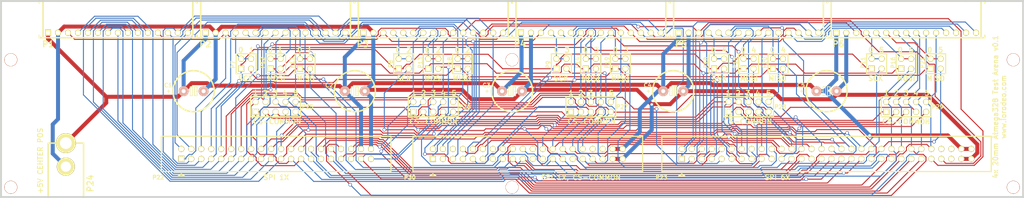
<source format=kicad_pcb>
(kicad_pcb (version 20221018) (generator pcbnew)
  (layers (0 "F.Cu" signal) (31 "B.Cu" signal) (34 "B.Paste" user) (35 "F.Paste" user) (36 "B.SilkS" user) (37 "F.SilkS" user) (38 "B.Mask" user) (39 "F.Mask" user) (44 "Edge.Cuts" user))
  (net 0 "")
  (net 1 "+5V")
  (net 2 "/CS1_0")
  (net 3 "/CS1_1")
  (net 4 "/CS1_2")
  (net 5 "/CS1_3")
  (net 6 "/CS1_4")
  (net 7 "/CS1_5")
  (net 8 "/CS2_0")
  (net 9 "/CS2_1")
  (net 10 "/CS2_2")
  (net 11 "/CS2_3")
  (net 12 "/CS2_4")
  (net 13 "/CS2_5")
  (net 14 "/CS3_0")
  (net 15 "/CS3_1")
  (net 16 "/CS3_2")
  (net 17 "/CS3_3")
  (net 18 "/CS3_4")
  (net 19 "/CS3_5")
  (net 20 "/CS4_0")
  (net 21 "/CS4_1")
  (net 22 "/CS4_2")
  (net 23 "/CS4_3")
  (net 24 "/CS4_4")
  (net 25 "/CS4_5")
  (net 26 "/CS5_0")
  (net 27 "/CS5_1")
  (net 28 "/CS5_2")
  (net 29 "/CS5_3")
  (net 30 "/CS5_4")
  (net 31 "/CS5_5")
  (net 32 "/EXT_INT0")
  (net 33 "/EXT_INT1")
  (net 34 "/MISO_0")
  (net 35 "/MISO_1")
  (net 36 "/MISO_11")
  (net 37 "/MISO_2")
  (net 38 "/MISO_22")
  (net 39 "/MISO_3")
  (net 40 "/MISO_33")
  (net 41 "/MISO_4")
  (net 42 "/MISO_44")
  (net 43 "/MISO_5")
  (net 44 "/MISO_55")
  (net 45 "/MOSI_0")
  (net 46 "/MOSI_1")
  (net 47 "/MOSI_11")
  (net 48 "/MOSI_2")
  (net 49 "/MOSI_22")
  (net 50 "/MOSI_3")
  (net 51 "/MOSI_33")
  (net 52 "/MOSI_4")
  (net 53 "/MOSI_44")
  (net 54 "/MOSI_5")
  (net 55 "/MOSI_55")
  (net 56 "/RESET_MSTR")
  (net 57 "/RX")
  (net 58 "/SCK_0")
  (net 59 "/SCK_1")
  (net 60 "/SCK_11")
  (net 61 "/SCK_2")
  (net 62 "/SCK_22")
  (net 63 "/SCK_3")
  (net 64 "/SCK_33")
  (net 65 "/SCK_4")
  (net 66 "/SCK_44")
  (net 67 "/SCK_5")
  (net 68 "/SCK_55")
  (net 69 "/TX")
  (net 70 "GND")
  (net 71 "N-0000063")
  (net 72 "N-0000064")
  (net 73 "N-0000065")
  (net 74 "N-0000066")
  (net 75 "N-0000067")
  (net 76 "N-0000068")
  (net 77 "N-0000069")
  (net 78 "N-0000070")
  (net 79 "N-0000077")
  (net 80 "N-0000078")
  (net 81 "N-0000079")
  (footprint "Capacitor_Polarized" (layer "F.Cu") (at 89 73)
    (fp_text reference "C1")
    (fp_text value "10uF" hide)
  )
  (footprint "Capacitor_Polarized" (layer "F.Cu") (at 130 73)
    (fp_text reference "C2")
    (fp_text value "10uF" hide)
  )
  (footprint "Capacitor_Polarized" (layer "F.Cu") (at 170 73)
    (fp_text reference "C3")
    (fp_text value "10uF" hide)
  )
  (footprint "Capacitor_Polarized" (layer "F.Cu") (at 211 73)
    (fp_text reference "C4")
    (fp_text value "10uF" hide)
  )
  (footprint "Capacitor_Polarized" (layer "F.Cu") (at 250 73)
    (fp_text reference "C5")
    (fp_text value "10uF" hide)
  )
  (footprint "HEADER_TOP" (layer "F.Cu") (at 69.75 58.1)
    (fp_text reference "P1")
    (fp_text value "CONN15" hide)
  )
  (footprint "HEADER_TOP" (layer "F.Cu") (at 109.85 58.1)
    (fp_text reference "P2")
    (fp_text value "CONN15" hide)
  )
  (footprint "HEADER_TOP" (layer "F.Cu") (at 149.95 58.1)
    (fp_text reference "P3")
    (fp_text value "CONN15" hide)
  )
  (footprint "HEADER_TOP" (layer "F.Cu") (at 190.05 58.1)
    (fp_text reference "P4")
    (fp_text value "CONN15" hide)
  )
  (footprint "HEADER_TOP" (layer "F.Cu") (at 230.15 58.1)
    (fp_text reference "P5")
    (fp_text value "CONN15" hide)
  )
  (footprint "HEADER_TOP" (layer "F.Cu") (at 270.25 58.1)
    (fp_text reference "P6")
    (fp_text value "CONN15" hide)
  )
  (footprint "PIN_ARRAY_2X2" (layer "F.Cu") (at 102.35 66)
    (fp_text reference "P7")
    (fp_text value "CONN_2X2" hide)
  )
  (footprint "PIN_ARRAY_2X2" (layer "F.Cu") (at 142.45 66)
    (fp_text reference "P8")
    (fp_text value "CONN_2X2" hide)
  )
  (footprint "PIN_ARRAY_2X2" (layer "F.Cu") (at 182.55 66)
    (fp_text reference "P9")
    (fp_text value "CONN_2X2" hide)
  )
  (footprint "PIN_ARRAY_2X2" (layer "F.Cu") (at 222.65 66)
    (fp_text reference "P10")
    (fp_text value "CONN_2X2" hide)
  )
  (footprint "PIN_ARRAY_2X2" (layer "F.Cu") (at 262.75 66)
    (fp_text reference "P11")
    (fp_text value "CONN_2X2" hide)
  )
  (footprint "PIN_ARRAY_2X2" (layer "F.Cu") (at 109.85 66)
    (fp_text reference "P12")
    (fp_text value "CONN_2X2" hide)
  )
  (footprint "PIN_ARRAY_2X2" (layer "F.Cu") (at 149.95 66)
    (fp_text reference "P13")
    (fp_text value "CONN_2X2" hide)
  )
  (footprint "PIN_ARRAY_2X2" (layer "F.Cu") (at 190.05 66)
    (fp_text reference "P14")
    (fp_text value "CONN_2X2" hide)
  )
  (footprint "PIN_ARRAY_2X2" (layer "F.Cu") (at 230.15 66)
    (fp_text reference "P15")
    (fp_text value "CONN_2X2" hide)
  )
  (footprint "PIN_ARRAY_2X2" (layer "F.Cu") (at 270.25 66)
    (fp_text reference "P16")
    (fp_text value "CONN_2X2" hide)
  )
  (footprint "PIN_ARRAY_2X2" (layer "F.Cu") (at 117.35 66)
    (fp_text reference "P17")
    (fp_text value "CONN_2X2" hide)
  )
  (footprint "PIN_ARRAY_2X2" (layer "F.Cu") (at 157.45 66)
    (fp_text reference "P18")
    (fp_text value "CONN_2X2" hide)
  )
  (footprint "PIN_ARRAY_2X2" (layer "F.Cu") (at 197.55 66)
    (fp_text reference "P19")
    (fp_text value "CONN_2X2" hide)
  )
  (footprint "PIN_ARRAY_2X2" (layer "F.Cu") (at 237.65 66)
    (fp_text reference "P20")
    (fp_text value "CONN_2X2" hide)
  )
  (footprint "PIN_ARRAY_2X2" (layer "F.Cu") (at 277.75 66)
    (fp_text reference "P21")
    (fp_text value "CONN_2X2" hide)
  )
  (footprint "PIN_ARRAY_SHRD_20X2" (layer "F.Cu") (at 110 89)
    (fp_text reference "P22")
    (fp_text value "CONN_20X2" hide)
  )
  (footprint "PIN_ARRAY_SHRD_30X2" (layer "F.Cu") (at 250 89)
    (fp_text reference "P23")
    (fp_text value "CONN_30X2" hide)
  )
  (footprint "DCJACK_2PIN" (layer "F.Cu") (at 56.5 86.25 -90)
    (fp_text reference "P24")
    (fp_text value "CONN_2" hide)
  )
  (footprint "MOUNT_HOLE_4_40" (layer "F.Cu") (at 297.5 65)
    (fp_text reference "M3" hide)
    (fp_text value "VAL**" hide)
  )
  (footprint "MOUNT_HOLE_4_40" (layer "F.Cu") (at 42.5 97.5)
    (fp_text reference "M6" hide)
    (fp_text value "VAL**" hide)
  )
  (footprint "MOUNT_HOLE_4_40" (layer "F.Cu") (at 297.5 97.5)
    (fp_text reference "M4" hide)
    (fp_text value "VAL**" hide)
  )
  (footprint "MOUNT_HOLE_4_40" (layer "F.Cu") (at 170 65)
    (fp_text reference "M2" hide)
    (fp_text value "VAL**" hide)
  )
  (footprint "MOUNT_HOLE_4_40" (layer "F.Cu") (at 170 97.5)
    (fp_text reference "M5" hide)
    (fp_text value "VAL**" hide)
  )
  (footprint "MOUNT_HOLE_4_40" (layer "F.Cu") (at 42.5 65)
    (fp_text reference "M1" hide)
    (fp_text value "VAL**" hide)
  )
  (footprint "PIN_ARRAY_5x2" (layer "F.Cu") (at 109.85 77)
    (fp_text reference "P25")
    (fp_text value "CONN_5X2" hide)
  )
  (footprint "PIN_ARRAY_5x2" (layer "F.Cu") (at 149.95 77)
    (fp_text reference "P26")
    (fp_text value "CONN_5X2" hide)
  )
  (footprint "PIN_ARRAY_5x2" (layer "F.Cu") (at 190.05 77)
    (fp_text reference "P27")
    (fp_text value "CONN_5X2" hide)
  )
  (footprint "PIN_ARRAY_5x2" (layer "F.Cu") (at 230.15 77)
    (fp_text reference "P28")
    (fp_text value "CONN_5X2" hide)
  )
  (footprint "PIN_ARRAY_5x2" (layer "F.Cu") (at 270.25 77)
    (fp_text reference "P29")
    (fp_text value "CONN_5X2" hide)
  )
  (footprint "PIN_ARRAY_SHRD_20X2" (layer "F.Cu") (at 174 89)
    (fp_text reference "P30")
    (fp_text value "CONN_20X2" hide)
  )
  (gr_line (start 40 50) (end 40 100) (stroke (width 0.5)) (layer "Edge.Cuts"))
  (gr_line (start 40 50) (end 300 50) (stroke (width 0.5)) (layer "Edge.Cuts"))
  (gr_line (start 40 100) (end 300 100) (stroke (width 0.5)) (layer "Edge.Cuts"))
  (gr_line (start 300 50) (end 300 100) (stroke (width 0.5)) (layer "Edge.Cuts"))
  (gr_text "1" (at 103.75 62.5) (layer "F.SilkS") (effects (font (size 1.27 1.27) (thickness 0.254))))
  (gr_text "1" (at 111 62.5) (layer "F.SilkS") (effects (font (size 1.27 1.27) (thickness 0.254))))
  (gr_text "0" (at 108.5 62.5) (layer "F.SilkS") (effects (font (size 1.27 1.27) (thickness 0.254))))
  (gr_text "0" (at 116 62.5) (layer "F.SilkS") (effects (font (size 1.27 1.27) (thickness 0.254))))
  (gr_text "1" (at 118.5 62.5) (layer "F.SilkS") (effects (font (size 1.27 1.27) (thickness 0.254))))
  (gr_text "MISO" (at 117.5 69.75) (layer "F.SilkS") (effects (font (size 1.27 1.27) (thickness 0.254))))
  (gr_text "MOSI" (at 110 69.75) (layer "F.SilkS") (effects (font (size 1.27 1.27) (thickness 0.254))))
  (gr_text "SCK" (at 102.25 69.75) (layer "F.SilkS") (effects (font (size 1.27 1.27) (thickness 0.254))))
  (gr_text "2" (at 158.75 62.5) (layer "F.SilkS") (effects (font (size 1.27 1.27) (thickness 0.254))))
  (gr_text "0" (at 156 62.5) (layer "F.SilkS") (effects (font (size 1.27 1.27) (thickness 0.254))))
  (gr_text "0" (at 148.5 62.5) (layer "F.SilkS") (effects (font (size 1.27 1.27) (thickness 0.254))))
  (gr_text "2" (at 151.25 62.5) (layer "F.SilkS") (effects (font (size 1.27 1.27) (thickness 0.254))))
  (gr_text "2" (at 143.75 62.5) (layer "F.SilkS") (effects (font (size 1.27 1.27) (thickness 0.254))))
  (gr_text "0" (at 141 62.5) (layer "F.SilkS") (effects (font (size 1.27 1.27) (thickness 0.254))))
  (gr_text "MISO" (at 277.75 69.75) (layer "F.SilkS") (effects (font (size 1.27 1.27) (thickness 0.254))))
  (gr_text "MOSI" (at 270.25 69.75) (layer "F.SilkS") (effects (font (size 1.27 1.27) (thickness 0.254))))
  (gr_text "SCK" (at 262.5 69.75) (layer "F.SilkS") (effects (font (size 1.27 1.27) (thickness 0.254))))
  (gr_text "SCK" (at 182.5 69.75) (layer "F.SilkS") (effects (font (size 1.27 1.27) (thickness 0.254))))
  (gr_text "MOSI" (at 190 69.75) (layer "F.SilkS") (effects (font (size 1.27 1.27) (thickness 0.254))))
  (gr_text "MISO" (at 197.5 69.75) (layer "F.SilkS") (effects (font (size 1.27 1.27) (thickness 0.254))))
  (gr_text "0" (at 181.25 62.5) (layer "F.SilkS") (effects (font (size 1.27 1.27) (thickness 0.254))))
  (gr_text "3" (at 184 62.5) (layer "F.SilkS") (effects (font (size 1.27 1.27) (thickness 0.254))))
  (gr_text "3" (at 191.5 62.5) (layer "F.SilkS") (effects (font (size 1.27 1.27) (thickness 0.254))))
  (gr_text "0" (at 188.75 62.5) (layer "F.SilkS") (effects (font (size 1.27 1.27) (thickness 0.254))))
  (gr_text "0" (at 196.25 62.5) (layer "F.SilkS") (effects (font (size 1.27 1.27) (thickness 0.254))))
  (gr_text "3" (at 199 62.5) (layer "F.SilkS") (effects (font (size 1.27 1.27) (thickness 0.254))))
  (gr_text "4" (at 239 62.5) (layer "F.SilkS") (effects (font (size 1.27 1.27) (thickness 0.254))))
  (gr_text "0" (at 236.25 62.5) (layer "F.SilkS") (effects (font (size 1.27 1.27) (thickness 0.254))))
  (gr_text "0" (at 228.75 62.5) (layer "F.SilkS") (effects (font (size 1.27 1.27) (thickness 0.254))))
  (gr_text "4" (at 231.5 62.5) (layer "F.SilkS") (effects (font (size 1.27 1.27) (thickness 0.254))))
  (gr_text "4" (at 224 62.5) (layer "F.SilkS") (effects (font (size 1.27 1.27) (thickness 0.254))))
  (gr_text "0" (at 221.25 62.5) (layer "F.SilkS") (effects (font (size 1.27 1.27) (thickness 0.254))))
  (gr_text "0" (at 261.25 62.5) (layer "F.SilkS") (effects (font (size 1.27 1.27) (thickness 0.254))))
  (gr_text "5" (at 264 62.5) (layer "F.SilkS") (effects (font (size 1.27 1.27) (thickness 0.254))))
  (gr_text "5" (at 271.5 62.5) (layer "F.SilkS") (effects (font (size 1.27 1.27) (thickness 0.254))))
  (gr_text "0" (at 268.75 62.5) (layer "F.SilkS") (effects (font (size 1.27 1.27) (thickness 0.254))))
  (gr_text "0" (at 276.25 62.5) (layer "F.SilkS") (effects (font (size 1.27 1.27) (thickness 0.254))))
  (gr_text "5" (at 279 62.5) (layer "F.SilkS") (effects (font (size 1.27 1.27) (thickness 0.254))))
  (gr_text "SCK" (at 142.5 69.75) (layer "F.SilkS") (effects (font (size 1.27 1.27) (thickness 0.254))))
  (gr_text "MOSI" (at 150 69.75) (layer "F.SilkS") (effects (font (size 1.27 1.27) (thickness 0.254))))
  (gr_text "MISO" (at 157.25 69.75) (layer "F.SilkS") (effects (font (size 1.27 1.27) (thickness 0.254))))
  (gr_text "+5V CENTER POS" (at 50 90.75 90) (layer "F.SilkS") (effects (font (size 1.27 1.27) (thickness 0.254))))
  (gr_text "SPI 6X" (at 237.5 95) (layer "F.SilkS") (effects (font (size 1.27 1.27) (thickness 0.254))))
  (gr_text "4x 20mm Atmega328 Test Arena v0.1\nwww.iorodeo.com" (at 294 77 90) (layer "F.SilkS") (effects (font (size 1.27 1.27) (thickness 0.254))))
  (gr_text "SPI 1X" (at 110 95) (layer "F.SilkS") (effects (font (size 1.27 1.27) (thickness 0.254))))
  (gr_text "5" (at 155.25 73.5) (layer "F.SilkS") (effects (font (size 1.27 1.27) (thickness 0.254))))
  (gr_text "4" (at 152.5 73.5) (layer "F.SilkS") (effects (font (size 1.27 1.27) (thickness 0.254))))
  (gr_text "3" (at 150 73.5) (layer "F.SilkS") (effects (font (size 1.27 1.27) (thickness 0.254))))
  (gr_text "2" (at 147.5 73.5) (layer "F.SilkS") (effects (font (size 1.27 1.27) (thickness 0.254))))
  (gr_text "1" (at 145 73.5) (layer "F.SilkS") (effects (font (size 1.27 1.27) (thickness 0.254))))
  (gr_text "1" (at 185 73.5) (layer "F.SilkS") (effects (font (size 1.27 1.27) (thickness 0.254))))
  (gr_text "2" (at 187.5 73.5) (layer "F.SilkS") (effects (font (size 1.27 1.27) (thickness 0.254))))
  (gr_text "3" (at 190 73.5) (layer "F.SilkS") (effects (font (size 1.27 1.27) (thickness 0.254))))
  (gr_text "4" (at 192.5 73.5) (layer "F.SilkS") (effects (font (size 1.27 1.27) (thickness 0.254))))
  (gr_text "5" (at 195.25 73.5) (layer "F.SilkS") (effects (font (size 1.27 1.27) (thickness 0.254))))
  (gr_text "5" (at 235.25 73.5) (layer "F.SilkS") (effects (font (size 1.27 1.27) (thickness 0.254))))
  (gr_text "4" (at 232.5 73.5) (layer "F.SilkS") (effects (font (size 1.27 1.27) (thickness 0.254))))
  (gr_text "3" (at 230 73.5) (layer "F.SilkS") (effects (font (size 1.27 1.27) (thickness 0.254))))
  (gr_text "2" (at 227.5 73.5) (layer "F.SilkS") (effects (font (size 1.27 1.27) (thickness 0.254))))
  (gr_text "1" (at 225 73.5) (layer "F.SilkS") (effects (font (size 1.27 1.27) (thickness 0.254))))
  (gr_text "1" (at 265.25 73.5) (layer "F.SilkS") (effects (font (size 1.27 1.27) (thickness 0.254))))
  (gr_text "2" (at 267.75 73.5) (layer "F.SilkS") (effects (font (size 1.27 1.27) (thickness 0.254))))
  (gr_text "3" (at 270.25 73.5) (layer "F.SilkS") (effects (font (size 1.27 1.27) (thickness 0.254))))
  (gr_text "4" (at 272.75 73.5) (layer "F.SilkS") (effects (font (size 1.27 1.27) (thickness 0.254))))
  (gr_text "5" (at 275.5 73.5) (layer "F.SilkS") (effects (font (size 1.27 1.27) (thickness 0.254))))
  (gr_text "SCK" (at 222.75 69.75) (layer "F.SilkS") (effects (font (size 1.27 1.27) (thickness 0.254))))
  (gr_text "2" (at 107.25 73.5) (layer "F.SilkS") (effects (font (size 1.27 1.27) (thickness 0.254))))
  (gr_text "3" (at 109.75 73.5) (layer "F.SilkS") (effects (font (size 1.27 1.27) (thickness 0.254))))
  (gr_text "CS-COMMON" (at 190.25 80.75) (layer "F.SilkS") (effects (font (size 1.27 1.27) (thickness 0.254))))
  (gr_text "CS-COMMON" (at 270.25 80.75) (layer "F.SilkS") (effects (font (size 1.27 1.27) (thickness 0.254))))
  (gr_text "4" (at 112.25 73.5) (layer "F.SilkS") (effects (font (size 1.27 1.27) (thickness 0.254))))
  (gr_text "5" (at 115 73.5) (layer "F.SilkS") (effects (font (size 1.27 1.27) (thickness 0.254))))
  (gr_text "CS-COMMON" (at 230 80.75) (layer "F.SilkS") (effects (font (size 1.27 1.27) (thickness 0.254))))
  (gr_text "CS-COMMON" (at 110.25 80.75) (layer "F.SilkS") (effects (font (size 1.27 1.27) (thickness 0.254))))
  (gr_text "MISO" (at 237.5 69.75) (layer "F.SilkS") (effects (font (size 1.27 1.27) (thickness 0.254))))
  (gr_text "MOSI" (at 230.25 69.75) (layer "F.SilkS") (effects (font (size 1.27 1.27) (thickness 0.254))))
  (gr_text "0" (at 101 62.5) (layer "F.SilkS") (effects (font (size 1.27 1.27) (thickness 0.254))))
  (gr_text "CS-COMMON" (at 150 80.75) (layer "F.SilkS") (effects (font (size 1.27 1.27) (thickness 0.254))))
  (gr_text "1" (at 104.75 73.5) (layer "F.SilkS") (effects (font (size 1.27 1.27) (thickness 0.254))))
  (gr_text "SPI 1X, CS-COMMON" (at 187.5 95) (layer "F.SilkS") (effects (font (size 1.27 1.27) (thickness 0.254))))
  (segment (start 174.8046 70.9431) (end 169.5169 70.9431) (width 1.016) (layer "F.Cu") (net 1))
  (segment (start 85.0331 74.4269) (end 66.7726 74.4269) (width 1.016) (layer "F.Cu") (net 1))
  (segment (start 169.5169 70.9431) (end 167.46 73) (width 1.016) (layer "F.Cu") (net 1))
  (segment (start 86.46 73) (end 85.0331 74.4269) (width 1.016) (layer "F.Cu") (net 1))
  (segment (start 245.8765 71.4165) (end 220.966 71.4165) (width 1.016) (layer "F.Cu") (net 1))
  (segment (start 127.46 73) (end 126.1582 71.6982) (width 1.016) (layer "F.Cu") (net 1))
  (segment (start 247.46 73) (end 245.8765 71.4165) (width 1.016) (layer "F.Cu") (net 1))
  (segment (start 93.0656 71.5887) (end 92.4351 70.9582) (width 1.016) (layer "F.Cu") (net 1))
  (segment (start 220.4885 70.939) (end 210.521 70.939) (width 1.016) (layer "F.Cu") (net 1))
  (segment (start 108.0802 71.4793) (end 107.9708 71.5887) (width 1.016) (layer "F.Cu") (net 1))
  (segment (start 51.97 58.1) (end 51.97 59.6243) (width 1.016) (layer "F.Cu") (net 1))
  (segment (start 286.83 87.73) (end 284.29 87.73) (width 1.016) (layer "F.Cu") (net 1))
  (segment (start 127.46 73) (end 129.4924 70.9676) (width 1.016) (layer "F.Cu") (net 1))
  (segment (start 175.2283 71.3668) (end 174.8046 70.9431) (width 1.016) (layer "F.Cu") (net 1))
  (segment (start 198.13 87.73) (end 195.59 87.73) (width 1.016) (layer "F.Cu") (net 1))
  (segment (start 206.8268 71.3668) (end 175.2283 71.3668) (width 1.016) (layer "F.Cu") (net 1))
  (segment (start 210.521 70.939) (end 208.46 73) (width 1.016) (layer "F.Cu") (net 1))
  (segment (start 126.1582 71.6982) (end 109.2988 71.6982) (width 1.016) (layer "F.Cu") (net 1))
  (segment (start 66.7726 74.4269) (end 66.7726 75.9774) (width 1.016) (layer "F.Cu") (net 1))
  (segment (start 109.0799 71.4793) (end 108.0802 71.4793) (width 1.016) (layer "F.Cu") (net 1))
  (segment (start 165.4276 70.9676) (end 167.46 73) (width 1.016) (layer "F.Cu") (net 1))
  (segment (start 129.4924 70.9676) (end 165.4276 70.9676) (width 1.016) (layer "F.Cu") (net 1))
  (segment (start 284.29 87.73) (end 280.8438 84.2838) (width 1.016) (layer "F.Cu") (net 1))
  (segment (start 88.5018 70.9582) (end 86.46 73) (width 1.016) (layer "F.Cu") (net 1))
  (segment (start 92.4351 70.9582) (end 88.5018 70.9582) (width 1.016) (layer "F.Cu") (net 1))
  (segment (start 208.46 73) (end 206.8268 71.3668) (width 1.016) (layer "F.Cu") (net 1))
  (segment (start 66.7726 75.9774) (end 56.5 86.25) (width 1.016) (layer "F.Cu") (net 1))
  (segment (start 107.9708 71.5887) (end 93.0656 71.5887) (width 1.016) (layer "F.Cu") (net 1))
  (segment (start 220.966 71.4165) (end 220.4885 70.939) (width 1.016) (layer "F.Cu") (net 1))
  (segment (start 280.8438 84.2838) (end 260.9497 84.2838) (width 1.016) (layer "F.Cu") (net 1))
  (segment (start 109.2988 71.6982) (end 109.0799 71.4793) (width 1.016) (layer "F.Cu") (net 1))
  (segment (start 51.97 59.6243) (end 66.7726 74.4269) (width 1.016) (layer "F.Cu") (net 1))
  (via (at 260.9497 84.2838) (size 0.889) (drill 0.635) (layers "F.Cu" "B.Cu") (net 1))
  (segment (start 207.1307 73) (end 202.4895 77.6412) (width 1.016) (layer "B.Cu") (net 1))
  (segment (start 249.4387 73) (end 247.46 73) (width 1.016) (layer "B.Cu") (net 1))
  (segment (start 202.4895 83.3705) (end 198.13 87.73) (width 1.016) (layer "B.Cu") (net 1))
  (segment (start 212.37 58.1) (end 212.37 59.6243) (width 1.016) (layer "B.Cu") (net 1))
  (segment (start 252.47 69.9687) (end 249.5523 72.8864) (width 1.016) (layer "B.Cu") (net 1))
  (segment (start 252.47 58.1) (end 252.47 69.9687) (width 1.016) (layer "B.Cu") (net 1))
  (segment (start 208.46 73) (end 207.1307 73) (width 1.016) (layer "B.Cu") (net 1))
  (segment (start 249.5523 72.8864) (end 260.9497 84.2838) (width 1.016) (layer "B.Cu") (net 1))
  (segment (start 208.46 73) (end 208.46 63.5343) (width 1.016) (layer "B.Cu") (net 1))
  (segment (start 86.46 65.2343) (end 92.07 59.6243) (width 1.016) (layer "B.Cu") (net 1))
  (segment (start 202.4895 77.6412) (end 202.4895 83.3705) (width 1.016) (layer "B.Cu") (net 1))
  (segment (start 172.27 59.6243) (end 172.4145 59.7688) (width 1.016) (layer "B.Cu") (net 1))
  (segment (start 127.46 64.3343) (end 132.17 59.6243) (width 1.016) (layer "B.Cu") (net 1))
  (segment (start 172.4145 68.0455) (end 167.46 73) (width 1.016) (layer "B.Cu") (net 1))
  (segment (start 208.46 63.5343) (end 212.37 59.6243) (width 1.016) (layer "B.Cu") (net 1))
  (segment (start 127.46 73) (end 131.59 77.13) (width 1.016) (layer "B.Cu") (net 1))
  (segment (start 132.17 58.1) (end 132.17 59.6243) (width 1.016) (layer "B.Cu") (net 1))
  (segment (start 172.4145 59.7688) (end 172.4145 68.0455) (width 1.016) (layer "B.Cu") (net 1))
  (segment (start 172.27 58.1) (end 172.27 59.6243) (width 1.016) (layer "B.Cu") (net 1))
  (segment (start 86.46 73) (end 86.46 65.2343) (width 1.016) (layer "B.Cu") (net 1))
  (segment (start 127.46 73) (end 127.46 64.3343) (width 1.016) (layer "B.Cu") (net 1))
  (segment (start 249.5523 72.8864) (end 249.4387 73) (width 1.016) (layer "B.Cu") (net 1))
  (segment (start 131.59 77.13) (end 131.59 87.73) (width 1.016) (layer "B.Cu") (net 1))
  (segment (start 92.07 58.1) (end 92.07 59.6243) (width 1.016) (layer "B.Cu") (net 1))
  (segment (start 261.8344 80.4623) (end 233.9197 80.4623) (width 0.254) (layer "F.Cu") (net 2))
  (segment (start 142.5834 77.1267) (end 106.7707 77.1267) (width 0.254) (layer "F.Cu") (net 2))
  (segment (start 146.4883 82.5252) (end 146.1707 82.8428) (width 0.254) (layer "F.Cu") (net 2))
  (segment (start 228.0946 77.1267) (end 227.0707 77.1267) (width 0.254) (layer "F.Cu") (net 2))
  (segment (start 226.2133 77.9841) (end 226.2133 78.27) (width 0.254) (layer "F.Cu") (net 2))
  (segment (start 225.07 79.4133) (end 223.2434 81.2399) (width 0.254) (layer "F.Cu") (net 2))
  (segment (start 181.1725 82.0022) (end 180.8549 81.6846) (width 0.254) (layer "F.Cu") (net 2))
  (segment (start 223.2434 81.2399) (end 197.9551 81.2399) (width 0.254) (layer "F.Cu") (net 2))
  (segment (start 225.07 78.27) (end 225.07 79.4133) (width 0.254) (layer "F.Cu") (net 2))
  (segment (start 143.7267 78.27) (end 142.5834 77.1267) (width 0.254) (layer "F.Cu") (net 2))
  (segment (start 176.711 81.7685) (end 152.119 81.7685) (width 0.254) (layer "F.Cu") (net 2))
  (segment (start 233.9197 80.4623) (end 233.4114 79.954) (width 0.254) (layer "F.Cu") (net 2))
  (segment (start 104.77 78.27) (end 105.9133 78.27) (width 0.254) (layer "F.Cu") (net 2))
  (segment (start 228.88 78.6845) (end 228.88 77.9121) (width 0.254) (layer "F.Cu") (net 2))
  (segment (start 177.2387 81.2408) (end 176.711 81.7685) (width 0.254) (layer "F.Cu") (net 2))
  (segment (start 230.1495 79.954) (end 228.88 78.6845) (width 0.254) (layer "F.Cu") (net 2))
  (segment (start 227.0707 77.1267) (end 226.2133 77.9841) (width 0.254) (layer "F.Cu") (net 2))
  (segment (start 151.3623 82.5252) (end 146.4883 82.5252) (width 0.254) (layer "F.Cu") (net 2))
  (segment (start 106.7707 77.1267) (end 105.9133 77.9841) (width 0.254) (layer "F.Cu") (net 2))
  (segment (start 197.9551 81.2399) (end 197.1928 82.0022) (width 0.254) (layer "F.Cu") (net 2))
  (segment (start 265.17 78.27) (end 264.0267 78.27) (width 0.254) (layer "F.Cu") (net 2))
  (segment (start 144.87 78.27) (end 143.7267 78.27) (width 0.254) (layer "F.Cu") (net 2))
  (segment (start 105.9133 77.9841) (end 105.9133 78.27) (width 0.254) (layer "F.Cu") (net 2))
  (segment (start 264.0267 78.27) (end 261.8344 80.4623) (width 0.254) (layer "F.Cu") (net 2))
  (segment (start 228.88 77.9121) (end 228.0946 77.1267) (width 0.254) (layer "F.Cu") (net 2))
  (segment (start 152.119 81.7685) (end 151.3623 82.5252) (width 0.254) (layer "F.Cu") (net 2))
  (segment (start 180.8549 81.6846) (end 180.4111 81.2408) (width 0.254) (layer "F.Cu") (net 2))
  (segment (start 233.4114 79.954) (end 230.1495 79.954) (width 0.254) (layer "F.Cu") (net 2))
  (segment (start 180.4111 81.2408) (end 177.2387 81.2408) (width 0.254) (layer "F.Cu") (net 2))
  (segment (start 225.07 78.27) (end 226.2133 78.27) (width 0.254) (layer "F.Cu") (net 2))
  (segment (start 197.1928 82.0022) (end 181.1725 82.0022) (width 0.254) (layer "F.Cu") (net 2))
  (via (at 146.1707 82.8428) (size 0.889) (drill 0.635) (layers "F.Cu" "B.Cu") (net 2))
  (via (at 180.8549 81.6846) (size 0.889) (drill 0.635) (layers "F.Cu" "B.Cu") (net 2))
  (segment (start 228.41 90.27) (end 227.2156 89.0756) (width 0.254) (layer "B.Cu") (net 2))
  (segment (start 183.8267 78.27) (end 183.8267 78.7128) (width 0.254) (layer "B.Cu") (net 2))
  (segment (start 144.87 81.5421) (end 146.1707 82.8428) (width 0.254) (layer "B.Cu") (net 2))
  (segment (start 227.4426 83.5334) (end 225.0701 81.1609) (width 0.254) (layer "B.Cu") (net 2))
  (segment (start 68.3598 56.9502) (end 67.21 58.1) (width 0.254) (layer "B.Cu") (net 2))
  (segment (start 102.5066 81.6767) (end 102.5066 88.8734) (width 0.254) (layer "B.Cu") (net 2))
  (segment (start 177.81 87.73) (end 177.81 84.7295) (width 0.254) (layer "B.Cu") (net 2))
  (segment (start 144.87 78.27) (end 144.87 81.5421) (width 0.254) (layer "B.Cu") (net 2))
  (segment (start 225.0701 81.1609) (end 225.0701 79.4133) (width 0.254) (layer "B.Cu") (net 2))
  (segment (start 227.2156 84.4445) (end 227.4426 84.2175) (width 0.254) (layer "B.Cu") (net 2))
  (segment (start 83.8614 93.9568) (end 71.0201 81.1155) (width 0.254) (layer "B.Cu") (net 2))
  (segment (start 71.0201 81.1155) (end 71.0201 57.7493) (width 0.254) (layer "B.Cu") (net 2))
  (segment (start 71.0201 57.7493) (end 70.221 56.9502) (width 0.254) (layer "B.Cu") (net 2))
  (segment (start 104.77 79.4133) (end 102.5066 81.6767) (width 0.254) (layer "B.Cu") (net 2))
  (segment (start 225.07 78.27) (end 225.07 79.4133) (width 0.254) (layer "B.Cu") (net 2))
  (segment (start 70.221 56.9502) (end 68.3598 56.9502) (width 0.254) (layer "B.Cu") (net 2))
  (segment (start 97.4232 93.9568) (end 83.8614 93.9568) (width 0.254) (layer "B.Cu") (net 2))
  (segment (start 102.5066 88.8734) (end 101.11 90.27) (width 0.254) (layer "B.Cu") (net 2))
  (segment (start 183.8267 78.7128) (end 180.8549 81.6846) (width 0.254) (layer "B.Cu") (net 2))
  (segment (start 225.0701 79.4133) (end 225.07 79.4133) (width 0.254) (layer "B.Cu") (net 2))
  (segment (start 101.11 90.27) (end 97.4232 93.9568) (width 0.254) (layer "B.Cu") (net 2))
  (segment (start 227.2156 89.0756) (end 227.2156 84.4445) (width 0.254) (layer "B.Cu") (net 2))
  (segment (start 227.4426 84.2175) (end 227.4426 83.5334) (width 0.254) (layer "B.Cu") (net 2))
  (segment (start 184.97 78.27) (end 183.8267 78.27) (width 0.254) (layer "B.Cu") (net 2))
  (segment (start 177.81 84.7295) (end 180.8549 81.6846) (width 0.254) (layer "B.Cu") (net 2))
  (segment (start 104.77 78.27) (end 104.77 79.4133) (width 0.254) (layer "B.Cu") (net 2))
  (segment (start 110 89.9232) (end 110 90.6579) (width 0.254) (layer "F.Cu") (net 3))
  (segment (start 112.6516 91.4284) (end 113.81 90.27) (width 0.254) (layer "F.Cu") (net 3))
  (segment (start 110 90.6579) (end 110.7705 91.4284) (width 0.254) (layer "F.Cu") (net 3))
  (segment (start 244.5161 93.8635) (end 245.1365 93.8635) (width 0.254) (layer "F.Cu") (net 3))
  (segment (start 105.0466 85.6888) (end 105.0466 88.2757) (width 0.254) (layer "F.Cu") (net 3))
  (segment (start 105.0466 88.2757) (end 105.8975 89.1266) (width 0.254) (layer "F.Cu") (net 3))
  (segment (start 103.6266 76.8734) (end 103.6266 84.2688) (width 0.254) (layer "F.Cu") (net 3))
  (segment (start 103.6266 84.2688) (end 105.0466 85.6888) (width 0.254) (layer "F.Cu") (net 3))
  (segment (start 105.8975 89.1266) (end 109.2034 89.1266) (width 0.254) (layer "F.Cu") (net 3))
  (segment (start 245.1365 93.8635) (end 248.73 90.27) (width 0.254) (layer "F.Cu") (net 3))
  (segment (start 109.2034 89.1266) (end 110 89.9232) (width 0.254) (layer "F.Cu") (net 3))
  (segment (start 110.7705 91.4284) (end 112.6516 91.4284) (width 0.254) (layer "F.Cu") (net 3))
  (segment (start 178.3379 95.0168) (end 243.3628 95.0168) (width 0.254) (layer "F.Cu") (net 3))
  (segment (start 243.3628 95.0168) (end 244.5161 93.8635) (width 0.254) (layer "F.Cu") (net 3))
  (segment (start 104.77 75.73) (end 103.6266 76.8734) (width 0.254) (layer "F.Cu") (net 3))
  (via (at 178.3379 95.0168) (size 0.889) (drill 0.635) (layers "F.Cu" "B.Cu") (net 3))
  (segment (start 106.2998 74.2002) (end 106.2998 59.1102) (width 0.254) (layer "B.Cu") (net 3))
  (segment (start 172.0324 95.4676) (end 172.4058 95.841) (width 0.254) (layer "B.Cu") (net 3))
  (segment (start 106.2998 59.1102) (end 107.31 58.1) (width 0.254) (layer "B.Cu") (net 3))
  (segment (start 177.5137 95.841) (end 178.3379 95.0168) (width 0.254) (layer "B.Cu") (net 3))
  (segment (start 172.4058 95.841) (end 177.5137 95.841) (width 0.254) (layer "B.Cu") (net 3))
  (segment (start 168.392 95.4676) (end 172.0324 95.4676) (width 0.254) (layer "B.Cu") (net 3))
  (segment (start 167.8369 96.0227) (end 168.392 95.4676) (width 0.254) (layer "B.Cu") (net 3))
  (segment (start 113.81 90.27) (end 119.5627 96.0227) (width 0.254) (layer "B.Cu") (net 3))
  (segment (start 104.77 75.73) (end 106.2998 74.2002) (width 0.254) (layer "B.Cu") (net 3))
  (segment (start 119.5627 96.0227) (end 167.8369 96.0227) (width 0.254) (layer "B.Cu") (net 3))
  (segment (start 144.0781 94.4133) (end 171.6256 94.4133) (width 0.254) (layer "F.Cu") (net 4))
  (segment (start 136.8519 87.1871) (end 144.0781 94.4133) (width 0.254) (layer "F.Cu") (net 4))
  (segment (start 129.4079 89) (end 130.32 88.0879) (width 0.254) (layer "F.Cu") (net 4))
  (segment (start 131.0821 86.5866) (end 135.4166 86.5866) (width 0.254) (layer "F.Cu") (net 4))
  (segment (start 171.6256 94.4133) (end 175.18 97.9677) (width 0.254) (layer "F.Cu") (net 4))
  (segment (start 126.51 90.27) (end 127.78 89) (width 0.254) (layer "F.Cu") (net 4))
  (segment (start 136.3527 87.1871) (end 136.8519 87.1871) (width 0.254) (layer "F.Cu") (net 4))
  (segment (start 127.78 89) (end 129.4079 89) (width 0.254) (layer "F.Cu") (net 4))
  (segment (start 175.18 97.9677) (end 261.3523 97.9677) (width 0.254) (layer "F.Cu") (net 4))
  (segment (start 130.32 88.0879) (end 130.32 87.3487) (width 0.254) (layer "F.Cu") (net 4))
  (segment (start 135.4166 86.5866) (end 136.0171 87.1871) (width 0.254) (layer "F.Cu") (net 4))
  (segment (start 130.32 87.3487) (end 131.0821 86.5866) (width 0.254) (layer "F.Cu") (net 4))
  (segment (start 261.3523 97.9677) (end 269.05 90.27) (width 0.254) (layer "F.Cu") (net 4))
  (segment (start 136.0171 87.1871) (end 136.3527 87.1871) (width 0.254) (layer "F.Cu") (net 4))
  (via (at 136.3527 87.1871) (size 0.889) (drill 0.635) (layers "F.Cu" "B.Cu") (net 4))
  (segment (start 144.87 60.64) (end 147.41 58.1) (width 0.254) (layer "B.Cu") (net 4))
  (segment (start 144.87 75.73) (end 144.87 60.64) (width 0.254) (layer "B.Cu") (net 4))
  (segment (start 144.87 75.73) (end 144.6005 75.73) (width 0.254) (layer "B.Cu") (net 4))
  (segment (start 144.6005 75.73) (end 138.4053 81.9252) (width 0.254) (layer "B.Cu") (net 4))
  (segment (start 138.4053 81.9252) (end 138.4053 85.1345) (width 0.254) (layer "B.Cu") (net 4))
  (segment (start 138.4053 85.1345) (end 136.3527 87.1871) (width 0.254) (layer "B.Cu") (net 4))
  (segment (start 177.5558 70.4774) (end 177.0978 70.0194) (width 0.254) (layer "F.Cu") (net 5))
  (segment (start 177.0978 70.0194) (end 125.3573 70.0194) (width 0.254) (layer "F.Cu") (net 5))
  (segment (start 220.7887 69.9814) (end 186.06 69.9814) (width 0.254) (layer "F.Cu") (net 5))
  (segment (start 109.4482 70.59) (end 100.8118 70.59) (width 0.254) (layer "F.Cu") (net 5))
  (segment (start 220.993 70.1857) (end 220.7887 69.9814) (width 0.254) (layer "F.Cu") (net 5))
  (segment (start 185.8814 70.16) (end 185.564 70.4774) (width 0.254) (layer "F.Cu") (net 5))
  (segment (start 185.564 70.4774) (end 177.5558 70.4774) (width 0.254) (layer "F.Cu") (net 5))
  (segment (start 222.2157 70.1857) (end 220.993 70.1857) (width 0.254) (layer "F.Cu") (net 5))
  (segment (start 109.6669 70.8087) (end 109.4482 70.59) (width 0.254) (layer "F.Cu") (net 5))
  (segment (start 186.06 69.9814) (end 185.8814 70.16) (width 0.254) (layer "F.Cu") (net 5))
  (segment (start 124.568 70.8087) (end 109.6669 70.8087) (width 0.254) (layer "F.Cu") (net 5))
  (segment (start 125.3573 70.0194) (end 124.568 70.8087) (width 0.254) (layer "F.Cu") (net 5))
  (segment (start 100.8118 70.59) (end 100.5895 70.3677) (width 0.254) (layer "F.Cu") (net 5))
  (via (at 100.5895 70.3677) (size 0.889) (drill 0.635) (layers "F.Cu" "B.Cu") (net 5))
  (via (at 222.2157 70.1857) (size 0.889) (drill 0.635) (layers "F.Cu" "B.Cu") (net 5))
  (via (at 185.8814 70.16) (size 0.889) (drill 0.635) (layers "F.Cu" "B.Cu") (net 5))
  (segment (start 185.8814 59.7286) (end 187.51 58.1) (width 0.254) (layer "B.Cu") (net 5))
  (segment (start 184.97 71.0714) (end 185.8814 70.16) (width 0.254) (layer "B.Cu") (net 5))
  (segment (start 100.5895 70.3677) (end 93.49 77.4672) (width 0.254) (layer "B.Cu") (net 5))
  (segment (start 225.87 87.73) (end 222.2157 84.0757) (width 0.254) (layer "B.Cu") (net 5))
  (segment (start 222.2157 84.0757) (end 222.2157 70.1857) (width 0.254) (layer "B.Cu") (net 5))
  (segment (start 93.49 77.4672) (end 93.49 87.73) (width 0.254) (layer "B.Cu") (net 5))
  (segment (start 185.8814 70.16) (end 185.8814 59.7286) (width 0.254) (layer "B.Cu") (net 5))
  (segment (start 184.97 75.73) (end 184.97 71.0714) (width 0.254) (layer "B.Cu") (net 5))
  (segment (start 181.2625 80.2055) (end 176.8363 80.2055) (width 0.254) (layer "F.Cu") (net 6))
  (segment (start 115.327 81.5086) (end 111.6513 85.1843) (width 0.254) (layer "F.Cu") (net 6))
  (segment (start 192.6157 80.9856) (end 182.0426 80.9856) (width 0.254) (layer "F.Cu") (net 6))
  (segment (start 226.6168 83.8754) (end 227.0337 84.2923) (width 0.254) (layer "F.Cu") (net 6))
  (segment (start 151.698 80.7519) (end 150.9413 81.5086) (width 0.254) (layer "F.Cu") (net 6))
  (segment (start 111.6513 85.1843) (end 108.7357 85.1843) (width 0.254) (layer "F.Cu") (net 6))
  (segment (start 244.9532 86.4932) (end 246.19 87.73) (width 0.254) (layer "F.Cu") (net 6))
  (segment (start 225.07 75.73) (end 221.3885 75.73) (width 0.254) (layer "F.Cu") (net 6))
  (segment (start 176.2899 80.7519) (end 151.698 80.7519) (width 0.254) (layer "F.Cu") (net 6))
  (segment (start 150.9413 81.5086) (end 115.327 81.5086) (width 0.254) (layer "F.Cu") (net 6))
  (segment (start 193.378 80.2233) (end 192.6157 80.9856) (width 0.254) (layer "F.Cu") (net 6))
  (segment (start 240.5922 86.4932) (end 244.9532 86.4932) (width 0.254) (layer "F.Cu") (net 6))
  (segment (start 176.8363 80.2055) (end 176.2899 80.7519) (width 0.254) (layer "F.Cu") (net 6))
  (segment (start 221.3885 75.73) (end 216.8952 80.2233) (width 0.254) (layer "F.Cu") (net 6))
  (segment (start 182.0426 80.9856) (end 181.2625 80.2055) (width 0.254) (layer "F.Cu") (net 6))
  (segment (start 227.0337 84.2923) (end 238.3913 84.2923) (width 0.254) (layer "F.Cu") (net 6))
  (segment (start 108.7357 85.1843) (end 106.19 87.73) (width 0.254) (layer "F.Cu") (net 6))
  (segment (start 216.8952 80.2233) (end 193.378 80.2233) (width 0.254) (layer "F.Cu") (net 6))
  (segment (start 238.3913 84.2923) (end 240.5922 86.4932) (width 0.254) (layer "F.Cu") (net 6))
  (via (at 226.6168 83.8754) (size 0.889) (drill 0.635) (layers "F.Cu" "B.Cu") (net 6))
  (segment (start 227.61 58.1) (end 225.07 60.64) (width 0.254) (layer "B.Cu") (net 6))
  (segment (start 223.9267 76.8733) (end 223.9267 81.1853) (width 0.254) (layer "B.Cu") (net 6))
  (segment (start 225.07 60.64) (end 225.07 75.73) (width 0.254) (layer "B.Cu") (net 6))
  (segment (start 223.9267 81.1853) (end 226.6168 83.8754) (width 0.254) (layer "B.Cu") (net 6))
  (segment (start 225.07 75.73) (end 223.9267 76.8733) (width 0.254) (layer "B.Cu") (net 6))
  (segment (start 272.6633 68.2367) (end 265.17 75.73) (width 0.254) (layer "B.Cu") (net 7))
  (segment (start 267.6857 90.7536) (end 263.759 94.6803) (width 0.254) (layer "B.Cu") (net 7))
  (segment (start 180.3816 93.6557) (end 169.4066 93.6557) (width 0.254) (layer "B.Cu") (net 7))
  (segment (start 267.6857 88.9057) (end 267.6857 90.7536) (width 0.254) (layer "B.Cu") (net 7))
  (segment (start 123.9942 94.4977) (end 120.2866 90.7901) (width 0.254) (layer "B.Cu") (net 7))
  (segment (start 167.2689 93.9099) (end 166.6811 94.4977) (width 0.254) (layer "B.Cu") (net 7))
  (segment (start 181.8283 95.1024) (end 180.3816 93.6557) (width 0.254) (layer "B.Cu") (net 7))
  (segment (start 169.4066 93.6557) (end 169.1524 93.9099) (width 0.254) (layer "B.Cu") (net 7))
  (segment (start 272.6633 63.0533) (end 272.6633 68.2367) (width 0.254) (layer "B.Cu") (net 7))
  (segment (start 266.51 77.07) (end 266.51 87.73) (width 0.254) (layer "B.Cu") (net 7))
  (segment (start 234.5687 94.626) (end 234.0923 95.1024) (width 0.254) (layer "B.Cu") (net 7))
  (segment (start 120.2866 89.9476) (end 118.89 88.551) (width 0.254) (layer "B.Cu") (net 7))
  (segment (start 265.17 75.73) (end 266.51 77.07) (width 0.254) (layer "B.Cu") (net 7))
  (segment (start 118.89 88.551) (end 118.89 87.73) (width 0.254) (layer "B.Cu") (net 7))
  (segment (start 266.51 87.73) (end 267.6857 88.9057) (width 0.254) (layer "B.Cu") (net 7))
  (segment (start 169.1524 93.9099) (end 167.2689 93.9099) (width 0.254) (layer "B.Cu") (net 7))
  (segment (start 245.2181 94.6803) (end 245.1638 94.626) (width 0.254) (layer "B.Cu") (net 7))
  (segment (start 267.71 58.1) (end 272.6633 63.0533) (width 0.254) (layer "B.Cu") (net 7))
  (segment (start 245.1638 94.626) (end 234.5687 94.626) (width 0.254) (layer "B.Cu") (net 7))
  (segment (start 263.759 94.6803) (end 245.2181 94.6803) (width 0.254) (layer "B.Cu") (net 7))
  (segment (start 120.2866 90.7901) (end 120.2866 89.9476) (width 0.254) (layer "B.Cu") (net 7))
  (segment (start 166.6811 94.4977) (end 123.9942 94.4977) (width 0.254) (layer "B.Cu") (net 7))
  (segment (start 234.0923 95.1024) (end 181.8283 95.1024) (width 0.254) (layer "B.Cu") (net 7))
  (segment (start 147.41 78.5678) (end 146.0445 79.9333) (width 0.254) (layer "F.Cu") (net 8))
  (segment (start 108.9733 79.9333) (end 107.31 78.27) (width 0.254) (layer "F.Cu") (net 8))
  (segment (start 175.9327 77.1266) (end 186.3666 77.1266) (width 0.254) (layer "F.Cu") (net 8))
  (segment (start 151.22 78.655) (end 151.22 77.9232) (width 0.254) (layer "F.Cu") (net 8))
  (segment (start 265.0094 80.9706) (end 233.7092 80.9706) (width 0.254) (layer "F.Cu") (net 8))
  (segment (start 226.3951 86.5867) (end 227.1401 87.3317) (width 0.254) (layer "F.Cu") (net 8))
  (segment (start 182.0017 86.0783) (end 224.8105 86.0783) (width 0.254) (layer "F.Cu") (net 8))
  (segment (start 225.3189 86.5867) (end 226.3951 86.5867) (width 0.254) (layer "F.Cu") (net 8))
  (segment (start 152.0166 77.1266) (end 157.2396 77.1266) (width 0.254) (layer "F.Cu") (net 8))
  (segment (start 150.4451 79.4299) (end 151.22 78.655) (width 0.254) (layer "F.Cu") (net 8))
  (segment (start 151.22 77.9232) (end 152.0166 77.1266) (width 0.254) (layer "F.Cu") (net 8))
  (segment (start 157.6124 77.4994) (end 175.5599 77.4994) (width 0.254) (layer "F.Cu") (net 8))
  (segment (start 227.1401 88.0769) (end 227.9366 88.8734) (width 0.254) (layer "F.Cu") (net 8))
  (segment (start 233.2009 80.4623) (end 229.8023 80.4623) (width 0.254) (layer "F.Cu") (net 8))
  (segment (start 233.7092 80.9706) (end 233.2009 80.4623) (width 0.254) (layer "F.Cu") (net 8))
  (segment (start 227.1401 87.3317) (end 227.1401 88.0769) (width 0.254) (layer "F.Cu") (net 8))
  (segment (start 175.5599 77.4994) (end 175.9327 77.1266) (width 0.254) (layer "F.Cu") (net 8))
  (segment (start 267.71 78.27) (end 265.0094 80.9706) (width 0.254) (layer "F.Cu") (net 8))
  (segment (start 229.5534 88.8734) (end 230.95 90.27) (width 0.254) (layer "F.Cu") (net 8))
  (segment (start 147.41 78.5678) (end 148.2721 79.4299) (width 0.254) (layer "F.Cu") (net 8))
  (segment (start 180.35 87.73) (end 182.0017 86.0783) (width 0.254) (layer "F.Cu") (net 8))
  (segment (start 147.41 78.5678) (end 147.41 78.27) (width 0.254) (layer "F.Cu") (net 8))
  (segment (start 224.8105 86.0783) (end 225.3189 86.5867) (width 0.254) (layer "F.Cu") (net 8))
  (segment (start 146.0445 79.9333) (end 108.9733 79.9333) (width 0.254) (layer "F.Cu") (net 8))
  (segment (start 157.2396 77.1266) (end 157.6124 77.4994) (width 0.254) (layer "F.Cu") (net 8))
  (segment (start 186.3666 77.1266) (end 187.51 78.27) (width 0.254) (layer "F.Cu") (net 8))
  (segment (start 227.9366 88.8734) (end 229.5534 88.8734) (width 0.254) (layer "F.Cu") (net 8))
  (segment (start 148.2721 79.4299) (end 150.4451 79.4299) (width 0.254) (layer "F.Cu") (net 8))
  (segment (start 229.8023 80.4623) (end 227.61 78.27) (width 0.254) (layer "F.Cu") (net 8))
  (segment (start 229.8066 89.1266) (end 230.95 90.27) (width 0.254) (layer "B.Cu") (net 8))
  (segment (start 180.35 85.43) (end 187.51 78.27) (width 0.254) (layer "B.Cu") (net 8))
  (segment (start 180.35 87.73) (end 180.35 85.43) (width 0.254) (layer "B.Cu") (net 8))
  (segment (start 107.31 79.2866) (end 105.0466 81.55) (width 0.254) (layer "B.Cu") (net 8))
  (segment (start 69.75 58.1) (end 69.75 80.5642) (width 0.254) (layer "B.Cu") (net 8))
  (segment (start 229.8066 80.4666) (end 229.8066 89.1266) (width 0.254) (layer "B.Cu") (net 8))
  (segment (start 227.61 78.27) (end 229.8066 80.4666) (width 0.254) (layer "B.Cu") (net 8))
  (segment (start 107.31 78.27) (end 107.31 79.2866) (width 0.254) (layer "B.Cu") (net 8))
  (segment (start 99.4549 94.4651) (end 103.65 90.27) (width 0.254) (layer "B.Cu") (net 8))
  (segment (start 105.0466 88.8734) (end 103.65 90.27) (width 0.254) (layer "B.Cu") (net 8))
  (segment (start 105.0466 81.55) (end 105.0466 88.8734) (width 0.254) (layer "B.Cu") (net 8))
  (segment (start 83.6509 94.4651) (end 99.4549 94.4651) (width 0.254) (layer "B.Cu") (net 8))
  (segment (start 69.75 80.5642) (end 83.6509 94.4651) (width 0.254) (layer "B.Cu") (net 8))
  (segment (start 104.2656 74.5425) (end 106.1225 74.5425) (width 0.254) (layer "F.Cu") (net 9))
  (segment (start 106.1225 74.5425) (end 107.31 75.73) (width 0.254) (layer "F.Cu") (net 9))
  (segment (start 176.6866 95.8696) (end 175.8068 94.9898) (width 0.254) (layer "F.Cu") (net 9))
  (segment (start 114.6279 91.9921) (end 106.2704 91.9921) (width 0.254) (layer "F.Cu") (net 9))
  (segment (start 104.92 90.6417) (end 104.92 89.9232) (width 0.254) (layer "F.Cu") (net 9))
  (segment (start 106.2704 91.9921) (end 104.92 90.6417) (width 0.254) (layer "F.Cu") (net 9))
  (segment (start 243.2362 95.8696) (end 176.6866 95.8696) (width 0.254) (layer "F.Cu") (net 9))
  (segment (start 251.27 90.27) (end 246.914 94.626) (width 0.254) (layer "F.Cu") (net 9))
  (segment (start 244.4798 94.626) (end 243.2362 95.8696) (width 0.254) (layer "F.Cu") (net 9))
  (segment (start 102.5066 76.3015) (end 104.2656 74.5425) (width 0.254) (layer "F.Cu") (net 9))
  (segment (start 102.5066 88.2034) (end 102.5066 76.3015) (width 0.254) (layer "F.Cu") (net 9))
  (segment (start 116.35 90.27) (end 114.6279 91.9921) (width 0.254) (layer "F.Cu") (net 9))
  (segment (start 104.92 89.9232) (end 104.1234 89.1266) (width 0.254) (layer "F.Cu") (net 9))
  (segment (start 104.1234 89.1266) (end 103.4298 89.1266) (width 0.254) (layer "F.Cu") (net 9))
  (segment (start 103.4298 89.1266) (end 102.5066 88.2034) (width 0.254) (layer "F.Cu") (net 9))
  (segment (start 246.914 94.626) (end 244.4798 94.626) (width 0.254) (layer "F.Cu") (net 9))
  (via (at 175.8068 94.9898) (size 0.889) (drill 0.635) (layers "F.Cu" "B.Cu") (net 9))
  (segment (start 175.8068 94.9898) (end 175.7435 94.9265) (width 0.254) (layer "B.Cu") (net 9))
  (segment (start 106.9135 75.3335) (end 106.9135 61.0365) (width 0.254) (layer "B.Cu") (net 9))
  (segment (start 167.4616 95.5143) (end 121.5943 95.5143) (width 0.254) (layer "B.Cu") (net 9))
  (segment (start 168.0494 94.9265) (end 167.4616 95.5143) (width 0.254) (layer "B.Cu") (net 9))
  (segment (start 175.7435 94.9265) (end 168.0494 94.9265) (width 0.254) (layer "B.Cu") (net 9))
  (segment (start 121.5943 95.5143) (end 116.35 90.27) (width 0.254) (layer "B.Cu") (net 9))
  (segment (start 106.9135 61.0365) (end 109.85 58.1) (width 0.254) (layer "B.Cu") (net 9))
  (segment (start 107.31 75.73) (end 106.9135 75.3335) (width 0.254) (layer "B.Cu") (net 9))
  (segment (start 136.7443 88.981) (end 130.339 88.981) (width 0.254) (layer "F.Cu") (net 10))
  (segment (start 171.4151 94.9216) (end 174.9695 98.476) (width 0.254) (layer "F.Cu") (net 10))
  (segment (start 174.9695 98.476) (end 263.384 98.476) (width 0.254) (layer "F.Cu") (net 10))
  (segment (start 136.7443 88.3305) (end 136.7443 88.981) (width 0.254) (layer "F.Cu") (net 10))
  (segment (start 263.384 98.476) (end 271.59 90.27) (width 0.254) (layer "F.Cu") (net 10))
  (segment (start 130.339 88.981) (end 129.05 90.27) (width 0.254) (layer "F.Cu") (net 10))
  (segment (start 142.6849 94.9216) (end 171.4151 94.9216) (width 0.254) (layer "F.Cu") (net 10))
  (segment (start 136.7443 88.981) (end 142.6849 94.9216) (width 0.254) (layer "F.Cu") (net 10))
  (via (at 136.7443 88.3305) (size 0.889) (drill 0.635) (layers "F.Cu" "B.Cu") (net 10))
  (segment (start 143.4358 77.6134) (end 143.4358 81.639) (width 0.254) (layer "B.Cu") (net 10))
  (segment (start 146.2177 76.9223) (end 144.1269 76.9223) (width 0.254) (layer "B.Cu") (net 10))
  (segment (start 147.41 75.73) (end 146.2177 76.9223) (width 0.254) (layer "B.Cu") (net 10))
  (segment (start 143.4358 81.639) (end 136.7443 88.3305) (width 0.254) (layer "B.Cu") (net 10))
  (segment (start 147.41 60.64) (end 149.95 58.1) (width 0.254) (layer "B.Cu") (net 10))
  (segment (start 147.41 75.73) (end 147.41 60.64) (width 0.254) (layer "B.Cu") (net 10))
  (segment (start 144.1269 76.9223) (end 143.4358 77.6134) (width 0.254) (layer "B.Cu") (net 10))
  (segment (start 190.9922 62.5873) (end 224.2684 62.5873) (width 0.254) (layer "F.Cu") (net 11))
  (segment (start 190.05 61.6451) (end 190.9922 62.5873) (width 0.254) (layer "F.Cu") (net 11))
  (segment (start 190.05 58.1) (end 190.05 61.6451) (width 0.254) (layer "F.Cu") (net 11))
  (segment (start 224.2684 62.5873) (end 225.9241 64.243) (width 0.254) (layer "F.Cu") (net 11))
  (segment (start 190.05 61.6451) (end 189.8422 61.8529) (width 0.254) (layer "F.Cu") (net 11))
  (segment (start 105.6491 61.8529) (end 105.3268 61.5306) (width 0.254) (layer "F.Cu") (net 11))
  (segment (start 189.8422 61.8529) (end 105.6491 61.8529) (width 0.254) (layer "F.Cu") (net 11))
  (via (at 105.3268 61.5306) (size 0.889) (drill 0.635) (layers "F.Cu" "B.Cu") (net 11))
  (via (at 225.9241 64.243) (size 0.889) (drill 0.635) (layers "F.Cu" "B.Cu") (net 11))
  (segment (start 187.51 60.64) (end 190.05 58.1) (width 0.254) (layer "B.Cu") (net 11))
  (segment (start 187.51 75.73) (end 187.51 60.64) (width 0.254) (layer "B.Cu") (net 11))
  (segment (start 225.9241 64.243) (end 226.2134 64.5323) (width 0.254) (layer "B.Cu") (net 11))
  (segment (start 226.2134 64.5323) (end 226.2134 80.9837) (width 0.254) (layer "B.Cu") (net 11))
  (segment (start 226.2134 80.9837) (end 228.41 83.1803) (width 0.254) (layer "B.Cu") (net 11))
  (segment (start 96.03 87.73) (end 96.03 76.8141) (width 0.254) (layer "B.Cu") (net 11))
  (segment (start 228.41 83.1803) (end 228.41 87.73) (width 0.254) (layer "B.Cu") (net 11))
  (segment (start 96.03 76.8141) (end 105.3268 67.5173) (width 0.254) (layer "B.Cu") (net 11))
  (segment (start 105.3268 67.5173) (end 105.3268 61.5306) (width 0.254) (layer "B.Cu") (net 11))
  (segment (start 234.1302 79.954) (end 241.8099 79.954) (width 0.254) (layer "F.Cu") (net 12))
  (segment (start 233.6219 79.4457) (end 234.1302 79.954) (width 0.254) (layer "F.Cu") (net 12))
  (segment (start 231.42 78.6168) (end 232.2489 79.4457) (width 0.254) (layer "F.Cu") (net 12))
  (segment (start 176.5004 81.2602) (end 151.9085 81.2602) (width 0.254) (layer "F.Cu") (net 12))
  (segment (start 241.8099 79.954) (end 242.1328 79.6311) (width 0.254) (layer "F.Cu") (net 12))
  (segment (start 230.5106 77) (end 231.42 77.9094) (width 0.254) (layer "F.Cu") (net 12))
  (segment (start 177.0468 80.7138) (end 176.5004 81.2602) (width 0.254) (layer "F.Cu") (net 12))
  (segment (start 111.6665 85.8879) (end 110.5721 85.8879) (width 0.254) (layer "F.Cu") (net 12))
  (segment (start 196.9823 81.4939) (end 181.8321 81.4939) (width 0.254) (layer "F.Cu") (net 12))
  (segment (start 221.0663 77.0249) (end 217.3596 80.7316) (width 0.254) (layer "F.Cu") (net 12))
  (segment (start 151.1518 82.0169) (end 115.5375 82.0169) (width 0.254) (layer "F.Cu") (net 12))
  (segment (start 228.88 77) (end 230.5106 77) (width 0.254) (layer "F.Cu") (net 12))
  (segment (start 181.052 80.7138) (end 177.0468 80.7138) (width 0.254) (layer "F.Cu") (net 12))
  (segment (start 217.3596 80.7316) (end 197.7446 80.7316) (width 0.254) (layer "F.Cu") (net 12))
  (segment (start 197.7446 80.7316) (end 196.9823 81.4939) (width 0.254) (layer "F.Cu") (net 12))
  (segment (start 181.8321 81.4939) (end 181.052 80.7138) (width 0.254) (layer "F.Cu") (net 12))
  (segment (start 115.5375 82.0169) (end 111.6665 85.8879) (width 0.254) (layer "F.Cu") (net 12))
  (segment (start 227.61 76.0507) (end 226.423 76.0507) (width 0.254) (layer "F.Cu") (net 12))
  (segment (start 151.9085 81.2602) (end 151.1518 82.0169) (width 0.254) (layer "F.Cu") (net 12))
  (segment (start 231.42 77.9094) (end 231.42 78.6168) (width 0.254) (layer "F.Cu") (net 12))
  (segment (start 110.5721 85.8879) (end 108.73 87.73) (width 0.254) (layer "F.Cu") (net 12))
  (segment (start 227.61 76.0507) (end 227.9307 76.0507) (width 0.254) (layer "F.Cu") (net 12))
  (segment (start 227.9307 76.0507) (end 228.88 77) (width 0.254) (layer "F.Cu") (net 12))
  (segment (start 227.61 75.73) (end 227.61 76.0507) (width 0.254) (layer "F.Cu") (net 12))
  (segment (start 226.423 76.0507) (end 225.4488 77.0249) (width 0.254) (layer "F.Cu") (net 12))
  (segment (start 232.2489 79.4457) (end 233.6219 79.4457) (width 0.254) (layer "F.Cu") (net 12))
  (segment (start 225.4488 77.0249) (end 221.0663 77.0249) (width 0.254) (layer "F.Cu") (net 12))
  (via (at 242.1328 79.6311) (size 0.889) (drill 0.635) (layers "F.Cu" "B.Cu") (net 12))
  (segment (start 227.61 75.73) (end 226.7781 74.8981) (width 0.254) (layer "B.Cu") (net 12))
  (segment (start 226.7781 74.8981) (end 226.7781 61.4719) (width 0.254) (layer "B.Cu") (net 12))
  (segment (start 248.73 87.73) (end 248.73 86.2283) (width 0.254) (layer "B.Cu") (net 12))
  (segment (start 248.73 86.2283) (end 242.1328 79.6311) (width 0.254) (layer "B.Cu") (net 12))
  (segment (start 226.7781 61.4719) (end 230.15 58.1) (width 0.254) (layer "B.Cu") (net 12))
  (segment (start 144.5442 93.3914) (end 172.0413 93.3914) (width 0.254) (layer "F.Cu") (net 13))
  (segment (start 121.43 87.73) (end 123.6088 85.5512) (width 0.254) (layer "F.Cu") (net 13))
  (segment (start 258.9547 96.951) (end 265.24 90.6657) (width 0.254) (layer "F.Cu") (net 13))
  (segment (start 266.0366 89.1266) (end 267.6534 89.1266) (width 0.254) (layer "F.Cu") (net 13))
  (segment (start 265.24 89.9232) (end 266.0366 89.1266) (width 0.254) (layer "F.Cu") (net 13))
  (segment (start 175.6009 96.951) (end 258.9547 96.951) (width 0.254) (layer "F.Cu") (net 13))
  (segment (start 265.24 90.6657) (end 265.24 89.9232) (width 0.254) (layer "F.Cu") (net 13))
  (segment (start 172.0413 93.3914) (end 175.6009 96.951) (width 0.254) (layer "F.Cu") (net 13))
  (segment (start 135.8188 85.5512) (end 136.1205 85.8529) (width 0.254) (layer "F.Cu") (net 13))
  (segment (start 136.1205 85.8529) (end 137.0057 85.8529) (width 0.254) (layer "F.Cu") (net 13))
  (segment (start 137.0057 85.8529) (end 144.5442 93.3914) (width 0.254) (layer "F.Cu") (net 13))
  (segment (start 123.6088 85.5512) (end 135.8188 85.5512) (width 0.254) (layer "F.Cu") (net 13))
  (segment (start 267.6534 89.1266) (end 269.05 87.73) (width 0.254) (layer "F.Cu") (net 13))
  (segment (start 273.1717 61.0217) (end 270.25 58.1) (width 0.254) (layer "B.Cu") (net 13))
  (segment (start 269.05 77.07) (end 269.05 87.73) (width 0.254) (layer "B.Cu") (net 13))
  (segment (start 273.1717 70.2683) (end 273.1717 61.0217) (width 0.254) (layer "B.Cu") (net 13))
  (segment (start 267.71 75.73) (end 273.1717 70.2683) (width 0.254) (layer "B.Cu") (net 13))
  (segment (start 267.71 75.73) (end 269.05 77.07) (width 0.254) (layer "B.Cu") (net 13))
  (segment (start 184.16 89) (end 182.89 87.73) (width 0.254) (layer "F.Cu") (net 14))
  (segment (start 148.68 75.3165) (end 149.4299 74.5666) (width 0.254) (layer "F.Cu") (net 14))
  (segment (start 148.68 77) (end 147.0532 77) (width 0.254) (layer "F.Cu") (net 14))
  (segment (start 146.255 77.7982) (end 146.255 78.9983) (width 0.254) (layer "F.Cu") (net 14))
  (segment (start 186.5734 89.7966) (end 185.7768 89) (width 0.254) (layer "F.Cu") (net 14))
  (segment (start 155.4881 74.5666) (end 157.9126 76.9911) (width 0.254) (layer "F.Cu") (net 14))
  (segment (start 267.0234 81.4966) (end 232.0261 81.4966) (width 0.254) (layer "F.Cu") (net 14))
  (segment (start 146.255 78.9983) (end 145.8283 79.425) (width 0.254) (layer "F.Cu") (net 14))
  (segment (start 145.8283 79.425) (end 111.005 79.425) (width 0.254) (layer "F.Cu") (net 14))
  (segment (start 186.1133 75.2564) (end 186.1133 76.0154) (width 0.254) (layer "F.Cu") (net 14))
  (segment (start 233.49 90.27) (end 231.3272 92.4328) (width 0.254) (layer "F.Cu") (net 14))
  (segment (start 231.3272 92.4328) (end 188.497 92.4328) (width 0.254) (layer "F.Cu") (net 14))
  (segment (start 232.0261 81.4966) (end 231.9626 81.4331) (width 0.254) (layer "F.Cu") (net 14))
  (segment (start 186.5734 90.5092) (end 186.5734 89.7966) (width 0.254) (layer "F.Cu") (net 14))
  (segment (start 148.68 77) (end 148.68 75.3165) (width 0.254) (layer "F.Cu") (net 14))
  (segment (start 187.2246 77.1267) (end 188.9067 77.1267) (width 0.254) (layer "F.Cu") (net 14))
  (segment (start 147.0532 77) (end 146.255 77.7982) (width 0.254) (layer "F.Cu") (net 14))
  (segment (start 186.1133 76.0154) (end 187.2246 77.1267) (width 0.254) (layer "F.Cu") (net 14))
  (segment (start 111.005 79.425) (end 109.85 78.27) (width 0.254) (layer "F.Cu") (net 14))
  (segment (start 270.25 78.27) (end 267.0234 81.4966) (width 0.254) (layer "F.Cu") (net 14))
  (segment (start 185.4436 74.5867) (end 186.1133 75.2564) (width 0.254) (layer "F.Cu") (net 14))
  (segment (start 188.497 92.4328) (end 186.5734 90.5092) (width 0.254) (layer "F.Cu") (net 14))
  (segment (start 148.68 77) (end 149.95 78.27) (width 0.254) (layer "F.Cu") (net 14))
  (segment (start 157.9126 76.9911) (end 175.3493 76.9911) (width 0.254) (layer "F.Cu") (net 14))
  (segment (start 149.4299 74.5666) (end 155.4881 74.5666) (width 0.254) (layer "F.Cu") (net 14))
  (segment (start 188.9067 77.1267) (end 190.05 78.27) (width 0.254) (layer "F.Cu") (net 14))
  (segment (start 177.7537 74.5867) (end 185.4436 74.5867) (width 0.254) (layer "F.Cu") (net 14))
  (segment (start 175.3493 76.9911) (end 177.7537 74.5867) (width 0.254) (layer "F.Cu") (net 14))
  (segment (start 185.7768 89) (end 184.16 89) (width 0.254) (layer "F.Cu") (net 14))
  (via (at 231.9626 81.4331) (size 0.889) (drill 0.635) (layers "F.Cu" "B.Cu") (net 14))
  (segment (start 107.5866 88.8734) (end 106.19 90.27) (width 0.254) (layer "B.Cu") (net 14))
  (segment (start 232.3466 81.8171) (end 231.9626 81.4331) (width 0.254) (layer "B.Cu") (net 14))
  (segment (start 66.0056 57.6604) (end 67.2241 56.4419) (width 0.254) (layer "B.Cu") (net 14))
  (segment (start 107.5866 80.5334) (end 107.5866 88.8734) (width 0.254) (layer "B.Cu") (net 14))
  (segment (start 182.89 85.43) (end 190.05 78.27) (width 0.254) (layer "B.Cu") (net 14))
  (segment (start 182.89 87.73) (end 182.89 85.43) (width 0.254) (layer "B.Cu") (net 14))
  (segment (start 101.4866 94.9734) (end 83.4404 94.9734) (width 0.254) (layer "B.Cu") (net 14))
  (segment (start 233.49 90.27) (end 232.3466 89.1266) (width 0.254) (layer "B.Cu") (net 14))
  (segment (start 106.19 90.27) (end 101.4866 94.9734) (width 0.254) (layer "B.Cu") (net 14))
  (segment (start 109.85 78.27) (end 107.5866 80.5334) (width 0.254) (layer "B.Cu") (net 14))
  (segment (start 232.3466 89.1266) (end 232.3466 81.8171) (width 0.254) (layer "B.Cu") (net 14))
  (segment (start 230.15 78.27) (end 230.15 79.6205) (width 0.254) (layer "B.Cu") (net 14))
  (segment (start 83.4404 94.9734) (end 66.0056 77.5386) (width 0.254) (layer "B.Cu") (net 14))
  (segment (start 230.15 79.6205) (end 231.9626 81.4331) (width 0.254) (layer "B.Cu") (net 14))
  (segment (start 66.0056 77.5386) (end 66.0056 57.6604) (width 0.254) (layer "B.Cu") (net 14))
  (segment (start 67.2241 56.4419) (end 70.6319 56.4419) (width 0.254) (layer "B.Cu") (net 14))
  (segment (start 70.6319 56.4419) (end 72.29 58.1) (width 0.254) (layer "B.Cu") (net 14))
  (segment (start 248.6282 95.4518) (end 253.81 90.27) (width 0.254) (layer "F.Cu") (net 15))
  (segment (start 244.8217 95.4518) (end 248.6282 95.4518) (width 0.254) (layer "F.Cu") (net 15))
  (via (at 244.8217 95.4518) (size 0.889) (drill 0.635) (layers "F.Cu" "B.Cu") (net 15))
  (segment (start 167.2509 95.006) (end 123.626 95.006) (width 0.254) (layer "B.Cu") (net 15))
  (segment (start 244.8217 95.4518) (end 244.6547 95.6188) (width 0.254) (layer "B.Cu") (net 15))
  (segment (start 117.4934 88.8734) (end 118.89 90.27) (width 0.254) (layer "B.Cu") (net 15))
  (segment (start 169.6171 94.164) (end 169.3629 94.4182) (width 0.254) (layer "B.Cu") (net 15))
  (segment (start 244.6547 95.6188) (end 181.444 95.6188) (width 0.254) (layer "B.Cu") (net 15))
  (segment (start 109.9359 60.5541) (end 112.39 58.1) (width 0.254) (layer "B.Cu") (net 15))
  (segment (start 169.3629 94.4182) (end 167.8387 94.4182) (width 0.254) (layer "B.Cu") (net 15))
  (segment (start 179.9892 94.164) (end 169.6171 94.164) (width 0.254) (layer "B.Cu") (net 15))
  (segment (start 181.444 95.6188) (end 179.9892 94.164) (width 0.254) (layer "B.Cu") (net 15))
  (segment (start 117.4934 83.684) (end 117.4934 88.8734) (width 0.254) (layer "B.Cu") (net 15))
  (segment (start 112.6738 76.8733) (end 113.66 77.8595) (width 0.254) (layer "B.Cu") (net 15))
  (segment (start 113.66 77.8595) (end 113.66 79.8506) (width 0.254) (layer "B.Cu") (net 15))
  (segment (start 167.8387 94.4182) (end 167.2509 95.006) (width 0.254) (layer "B.Cu") (net 15))
  (segment (start 111.1651 76.8733) (end 112.6738 76.8733) (width 0.254) (layer "B.Cu") (net 15))
  (segment (start 109.9359 75.6441) (end 109.9359 60.5541) (width 0.254) (layer "B.Cu") (net 15))
  (segment (start 109.85 75.73) (end 109.9359 75.6441) (width 0.254) (layer "B.Cu") (net 15))
  (segment (start 109.9359 75.6441) (end 111.1651 76.8733) (width 0.254) (layer "B.Cu") (net 15))
  (segment (start 113.66 79.8506) (end 117.4934 83.684) (width 0.254) (layer "B.Cu") (net 15))
  (segment (start 123.626 95.006) (end 118.89 90.27) (width 0.254) (layer "B.Cu") (net 15))
  (segment (start 131.59 90.27) (end 136.75 95.43) (width 0.254) (layer "F.Cu") (net 16))
  (segment (start 174.4031 98.9843) (end 265.4157 98.9843) (width 0.254) (layer "F.Cu") (net 16))
  (segment (start 170.8488 95.43) (end 174.4031 98.9843) (width 0.254) (layer "F.Cu") (net 16))
  (segment (start 265.4157 98.9843) (end 274.13 90.27) (width 0.254) (layer "F.Cu") (net 16))
  (segment (start 136.75 95.43) (end 170.8488 95.43) (width 0.254) (layer "F.Cu") (net 16))
  (segment (start 148.8066 76.8734) (end 149.95 75.73) (width 0.254) (layer "B.Cu") (net 16))
  (segment (start 132.7335 89.1265) (end 136.3725 89.1265) (width 0.254) (layer "B.Cu") (net 16))
  (segment (start 131.59 90.27) (end 132.7335 89.1265) (width 0.254) (layer "B.Cu") (net 16))
  (segment (start 148.8066 81.3748) (end 148.8066 76.8734) (width 0.254) (layer "B.Cu") (net 16))
  (segment (start 136.4023 89.1563) (end 141.0251 89.1563) (width 0.254) (layer "B.Cu") (net 16))
  (segment (start 149.95 75.73) (end 149.95 60.64) (width 0.254) (layer "B.Cu") (net 16))
  (segment (start 149.95 60.64) (end 152.49 58.1) (width 0.254) (layer "B.Cu") (net 16))
  (segment (start 136.3725 89.1265) (end 136.4023 89.1563) (width 0.254) (layer "B.Cu") (net 16))
  (segment (start 141.0251 89.1563) (end 148.8066 81.3748) (width 0.254) (layer "B.Cu") (net 16))
  (segment (start 156.9367 73.5473) (end 144.6495 73.5473) (width 0.254) (layer "F.Cu") (net 17))
  (segment (start 103.8583 73.512) (end 98.57 78.8003) (width 0.254) (layer "F.Cu") (net 17))
  (segment (start 115.4593 73.512) (end 103.8583 73.512) (width 0.254) (layer "F.Cu") (net 17))
  (segment (start 116.6068 74.6595) (end 115.4593 73.512) (width 0.254) (layer "F.Cu") (net 17))
  (segment (start 98.57 78.8003) (end 98.57 87.73) (width 0.254) (layer "F.Cu") (net 17))
  (segment (start 174.6742 75.9694) (end 159.3588 75.9694) (width 0.254) (layer "F.Cu") (net 17))
  (segment (start 177.117 73.5266) (end 174.6742 75.9694) (width 0.254) (layer "F.Cu") (net 17))
  (segment (start 201.0461 77.5243) (end 198.1084 74.5866) (width 0.254) (layer "F.Cu") (net 17))
  (segment (start 206.7625 77.5243) (end 201.0461 77.5243) (width 0.254) (layer "F.Cu") (net 17))
  (segment (start 198.1084 74.5866) (end 191.1934 74.5866) (width 0.254) (layer "F.Cu") (net 17))
  (segment (start 190.05 75.73) (end 187.8466 73.5266) (width 0.254) (layer "F.Cu") (net 17))
  (segment (start 143.5373 74.6595) (end 116.6068 74.6595) (width 0.254) (layer "F.Cu") (net 17))
  (segment (start 187.8466 73.5266) (end 177.117 73.5266) (width 0.254) (layer "F.Cu") (net 17))
  (segment (start 159.3588 75.9694) (end 156.9367 73.5473) (width 0.254) (layer "F.Cu") (net 17))
  (segment (start 191.1934 74.5866) (end 190.05 75.73) (width 0.254) (layer "F.Cu") (net 17))
  (segment (start 144.6495 73.5473) (end 143.5373 74.6595) (width 0.254) (layer "F.Cu") (net 17))
  (via (at 206.7625 77.5243) (size 0.889) (drill 0.635) (layers "F.Cu" "B.Cu") (net 17))
  (segment (start 230.9203 91.9513) (end 232.096 90.7756) (width 0.254) (layer "B.Cu") (net 17))
  (segment (start 230.95 88.551) (end 230.95 87.73) (width 0.254) (layer "B.Cu") (net 17))
  (segment (start 206.7625 77.5243) (end 206.7625 86.6985) (width 0.254) (layer "B.Cu") (net 17))
  (segment (start 232.096 90.7756) (end 232.096 89.697) (width 0.254) (layer "B.Cu") (net 17))
  (segment (start 190.05 60.64) (end 192.59 58.1) (width 0.254) (layer "B.Cu") (net 17))
  (segment (start 190.05 75.73) (end 190.05 60.64) (width 0.254) (layer "B.Cu") (net 17))
  (segment (start 212.0153 91.9513) (end 230.9203 91.9513) (width 0.254) (layer "B.Cu") (net 17))
  (segment (start 232.096 89.697) (end 230.95 88.551) (width 0.254) (layer "B.Cu") (net 17))
  (segment (start 206.7625 86.6985) (end 212.0153 91.9513) (width 0.254) (layer "B.Cu") (net 17))
  (segment (start 221.7174 74.577) (end 216.6705 79.6239) (width 0.254) (layer "F.Cu") (net 18))
  (segment (start 228.997 74.577) (end 221.7174 74.577) (width 0.254) (layer "F.Cu") (net 18))
  (segment (start 114.6674 81.0003) (end 111.3823 84.2854) (width 0.254) (layer "F.Cu") (net 18))
  (segment (start 150.7308 81.0003) (end 114.6674 81.0003) (width 0.254) (layer "F.Cu") (net 18))
  (segment (start 216.6705 79.6239) (end 193.2586 79.6239) (width 0.254) (layer "F.Cu") (net 18))
  (segment (start 151.4875 80.2436) (end 150.7308 81.0003) (width 0.254) (layer "F.Cu") (net 18))
  (segment (start 176.6258 79.6972) (end 176.0794 80.2436) (width 0.254) (layer "F.Cu") (net 18))
  (segment (start 230.15 75.73) (end 228.997 74.577) (width 0.254) (layer "F.Cu") (net 18))
  (segment (start 182.2531 80.4773) (end 181.473 79.6972) (width 0.254) (layer "F.Cu") (net 18))
  (segment (start 193.2586 79.6239) (end 192.4052 80.4773) (width 0.254) (layer "F.Cu") (net 18))
  (segment (start 181.473 79.6972) (end 176.6258 79.6972) (width 0.254) (layer "F.Cu") (net 18))
  (segment (start 192.4052 80.4773) (end 182.2531 80.4773) (width 0.254) (layer "F.Cu") (net 18))
  (segment (start 233.9378 56.8522) (end 238.681 56.8522) (width 0.254) (layer "F.Cu") (net 18))
  (segment (start 176.0794 80.2436) (end 151.4875 80.2436) (width 0.254) (layer "F.Cu") (net 18))
  (segment (start 232.69 58.1) (end 233.9378 56.8522) (width 0.254) (layer "F.Cu") (net 18))
  (via (at 238.681 56.8522) (size 0.889) (drill 0.635) (layers "F.Cu" "B.Cu") (net 18))
  (via (at 111.3823 84.2854) (size 0.889) (drill 0.635) (layers "F.Cu" "B.Cu") (net 18))
  (segment (start 244.1529 65.2581) (end 239.04 60.1452) (width 0.254) (layer "B.Cu") (net 18))
  (segment (start 256.8034 88.9014) (end 257.4934 88.2114) (width 0.254) (layer "B.Cu") (net 18))
  (segment (start 111.27 84.3977) (end 111.27 87.73) (width 0.254) (layer "B.Cu") (net 18))
  (segment (start 111.3823 84.2854) (end 111.27 84.3977) (width 0.254) (layer "B.Cu") (net 18))
  (segment (start 230.15 60.64) (end 232.69 58.1) (width 0.254) (layer "B.Cu") (net 18))
  (segment (start 251.27 87.73) (end 252.4414 88.9014) (width 0.254) (layer "B.Cu") (net 18))
  (segment (start 244.1529 73.7547) (end 244.1529 65.2581) (width 0.254) (layer "B.Cu") (net 18))
  (segment (start 239.04 60.1452) (end 239.04 57.2112) (width 0.254) (layer "B.Cu") (net 18))
  (segment (start 257.4934 87.0952) (end 244.1529 73.7547) (width 0.254) (layer "B.Cu") (net 18))
  (segment (start 257.4934 88.2114) (end 257.4934 87.0952) (width 0.254) (layer "B.Cu") (net 18))
  (segment (start 252.4414 88.9014) (end 256.8034 88.9014) (width 0.254) (layer "B.Cu") (net 18))
  (segment (start 239.04 57.2112) (end 238.681 56.8522) (width 0.254) (layer "B.Cu") (net 18))
  (segment (start 230.15 75.73) (end 230.15 60.64) (width 0.254) (layer "B.Cu") (net 18))
  (segment (start 274.6034 89.1266) (end 272.9866 89.1266) (width 0.254) (layer "F.Cu") (net 19))
  (segment (start 123.97 87.73) (end 125.24 89) (width 0.254) (layer "F.Cu") (net 19))
  (segment (start 266.4905 99.5925) (end 275.2964 90.7866) (width 0.254) (layer "F.Cu") (net 19))
  (segment (start 125.24 90.6419) (end 134.1906 99.5925) (width 0.254) (layer "F.Cu") (net 19))
  (segment (start 134.1906 99.5925) (end 266.4905 99.5925) (width 0.254) (layer "F.Cu") (net 19))
  (segment (start 275.2964 90.7866) (end 275.2964 89.8196) (width 0.254) (layer "F.Cu") (net 19))
  (segment (start 125.24 89) (end 125.24 90.6419) (width 0.254) (layer "F.Cu") (net 19))
  (segment (start 275.2964 89.8196) (end 274.6034 89.1266) (width 0.254) (layer "F.Cu") (net 19))
  (segment (start 272.9866 89.1266) (end 271.59 87.73) (width 0.254) (layer "F.Cu") (net 19))
  (segment (start 271.59 87.73) (end 271.59 77.07) (width 0.254) (layer "B.Cu") (net 19))
  (segment (start 271.59 77.07) (end 270.25 75.73) (width 0.254) (layer "B.Cu") (net 19))
  (segment (start 273.68 72.3) (end 273.68 58.99) (width 0.254) (layer "B.Cu") (net 19))
  (segment (start 270.25 75.73) (end 273.68 72.3) (width 0.254) (layer "B.Cu") (net 19))
  (segment (start 273.68 58.99) (end 272.79 58.1) (width 0.254) (layer "B.Cu") (net 19))
  (segment (start 234.8866 89.1266) (end 236.03 90.27) (width 0.254) (layer "F.Cu") (net 20))
  (segment (start 232.22 89.9232) (end 233.0166 89.1266) (width 0.254) (layer "F.Cu") (net 20))
  (segment (start 272.79 78.27) (end 271.6466 77.1266) (width 0.254) (layer "F.Cu") (net 20))
  (segment (start 182.4203 79.9257) (end 181.6774 79.1828) (width 0.254) (layer "F.Cu") (net 20))
  (segment (start 185.43 87.73) (end 186.5885 88.8885) (width 0.254) (layer "F.Cu") (net 20))
  (segment (start 227.0134 89.7966) (end 227.0134 90.5174) (width 0.254) (layer "F.Cu") (net 20))
  (segment (start 223.8551 86.5867) (end 224.6001 87.3317) (width 0.254) (layer "F.Cu") (net 20))
  (segment (start 150.3183 80.4417) (end 112.9701 80.4417) (width 0.254) (layer "F.Cu") (net 20))
  (segment (start 152.49 78.27) (end 150.3183 80.4417) (width 0.254) (layer "F.Cu") (net 20))
  (segment (start 186.5885 88.8885) (end 193.5923 88.8885) (width 0.254) (layer "F.Cu") (net 20))
  (segment (start 194.32 87.3195) (end 195.0528 86.5867) (width 0.254) (layer "F.Cu") (net 20))
  (segment (start 193.5923 88.8885) (end 194.32 88.1608) (width 0.254) (layer "F.Cu") (net 20))
  (segment (start 231.46 91.4688) (end 232.22 90.7088) (width 0.254) (layer "F.Cu") (net 20))
  (segment (start 153.6542 79.4342) (end 152.49 78.27) (width 0.254) (layer "F.Cu") (net 20))
  (segment (start 238.4998 79.4456) (end 234.5949 79.4456) (width 0.254) (layer "F.Cu") (net 20))
  (segment (start 176.17 79.4342) (end 153.6542 79.4342) (width 0.254) (layer "F.Cu") (net 20))
  (segment (start 225.3966 88.8734) (end 226.0902 88.8734) (width 0.254) (layer "F.Cu") (net 20))
  (segment (start 226.0902 88.8734) (end 227.0134 89.7966) (width 0.254) (layer "F.Cu") (net 20))
  (segment (start 224.6001 87.3317) (end 224.6001 88.0769) (width 0.254) (layer "F.Cu") (net 20))
  (segment (start 192.59 78.27) (end 190.9343 79.9257) (width 0.254) (layer "F.Cu") (net 20))
  (segment (start 233.4193 78.27) (end 232.69 78.27) (width 0.254) (layer "F.Cu") (net 20))
  (segment (start 234.5949 79.4456) (end 233.4193 78.27) (width 0.254) (layer "F.Cu") (net 20))
  (segment (start 227.0134 90.5174) (end 227.9648 91.4688) (width 0.254) (layer "F.Cu") (net 20))
  (segment (start 176.4214 79.1828) (end 176.17 79.4342) (width 0.254) (layer "F.Cu") (net 20))
  (segment (start 112.9701 80.4417) (end 112.6438 80.768) (width 0.254) (layer "F.Cu") (net 20))
  (segment (start 271.6466 77.1266) (end 240.8188 77.1266) (width 0.254) (layer "F.Cu") (net 20))
  (segment (start 190.9343 79.9257) (end 182.4203 79.9257) (width 0.254) (layer "F.Cu") (net 20))
  (segment (start 181.6774 79.1828) (end 176.4214 79.1828) (width 0.254) (layer "F.Cu") (net 20))
  (segment (start 227.9648 91.4688) (end 231.46 91.4688) (width 0.254) (layer "F.Cu") (net 20))
  (segment (start 233.0166 89.1266) (end 234.8866 89.1266) (width 0.254) (layer "F.Cu") (net 20))
  (segment (start 240.8188 77.1266) (end 238.4998 79.4456) (width 0.254) (layer "F.Cu") (net 20))
  (segment (start 194.32 88.1608) (end 194.32 87.3195) (width 0.254) (layer "F.Cu") (net 20))
  (segment (start 232.22 90.7088) (end 232.22 89.9232) (width 0.254) (layer "F.Cu") (net 20))
  (segment (start 195.0528 86.5867) (end 223.8551 86.5867) (width 0.254) (layer "F.Cu") (net 20))
  (segment (start 224.6001 88.0769) (end 225.3966 88.8734) (width 0.254) (layer "F.Cu") (net 20))
  (via (at 112.6438 80.768) (size 0.889) (drill 0.635) (layers "F.Cu" "B.Cu") (net 20))
  (segment (start 103.5183 95.4817) (end 108.73 90.27) (width 0.254) (layer "B.Cu") (net 20))
  (segment (start 185.43 85.43) (end 192.59 78.27) (width 0.254) (layer "B.Cu") (net 20))
  (segment (start 110.1266 88.8734) (end 108.73 90.27) (width 0.254) (layer "B.Cu") (net 20))
  (segment (start 63.51 75.7618) (end 83.2299 95.4817) (width 0.254) (layer "B.Cu") (net 20))
  (segment (start 112.39 78.27) (end 112.39 80.5142) (width 0.254) (layer "B.Cu") (net 20))
  (segment (start 112.6438 80.768) (end 110.1266 83.2852) (width 0.254) (layer "B.Cu") (net 20))
  (segment (start 185.43 87.73) (end 185.43 85.43) (width 0.254) (layer "B.Cu") (net 20))
  (segment (start 234.76 80.34) (end 234.76 89) (width 0.254) (layer "B.Cu") (net 20))
  (segment (start 63.51 57.6286) (end 63.51 75.7618) (width 0.254) (layer "B.Cu") (net 20))
  (segment (start 110.1266 83.2852) (end 110.1266 88.8734) (width 0.254) (layer "B.Cu") (net 20))
  (segment (start 72.1553 55.4253) (end 65.7133 55.4253) (width 0.254) (layer "B.Cu") (net 20))
  (segment (start 65.7133 55.4253) (end 63.51 57.6286) (width 0.254) (layer "B.Cu") (net 20))
  (segment (start 83.2299 95.4817) (end 103.5183 95.4817) (width 0.254) (layer "B.Cu") (net 20))
  (segment (start 74.83 58.1) (end 72.1553 55.4253) (width 0.254) (layer "B.Cu") (net 20))
  (segment (start 112.39 80.5142) (end 112.6438 80.768) (width 0.254) (layer "B.Cu") (net 20))
  (segment (start 234.76 89) (end 236.03 90.27) (width 0.254) (layer "B.Cu") (net 20))
  (segment (start 232.69 78.27) (end 234.76 80.34) (width 0.254) (layer "B.Cu") (net 20))
  (segment (start 121.43 90.27) (end 120.2465 89.0865) (width 0.254) (layer "F.Cu") (net 21))
  (segment (start 137.2164 85.3446) (end 144.3613 92.4895) (width 0.254) (layer "F.Cu") (net 21))
  (segment (start 120.2465 89.0865) (end 120.2465 87.2781) (width 0.254) (layer "F.Cu") (net 21))
  (segment (start 136.331 85.3446) (end 137.2164 85.3446) (width 0.254) (layer "F.Cu") (net 21))
  (segment (start 250.1835 96.4365) (end 256.35 90.27) (width 0.254) (layer "F.Cu") (net 21))
  (segment (start 120.2465 87.2781) (end 122.4838 85.0408) (width 0.254) (layer "F.Cu") (net 21))
  (segment (start 144.3613 92.4895) (end 172.1387 92.4895) (width 0.254) (layer "F.Cu") (net 21))
  (segment (start 136.0272 85.0408) (end 136.331 85.3446) (width 0.254) (layer "F.Cu") (net 21))
  (segment (start 172.1387 92.4895) (end 176.0857 96.4365) (width 0.254) (layer "F.Cu") (net 21))
  (segment (start 122.4838 85.0408) (end 136.0272 85.0408) (width 0.254) (layer "F.Cu") (net 21))
  (segment (start 176.0857 96.4365) (end 250.1835 96.4365) (width 0.254) (layer "F.Cu") (net 21))
  (segment (start 120.16 81.8803) (end 120.16 89) (width 0.254) (layer "B.Cu") (net 21))
  (segment (start 120.16 89) (end 121.43 90.27) (width 0.254) (layer "B.Cu") (net 21))
  (segment (start 112.39 75.73) (end 112.8516 75.2684) (width 0.254) (layer "B.Cu") (net 21))
  (segment (start 114.93 73.19) (end 114.93 58.1) (width 0.254) (layer "B.Cu") (net 21))
  (segment (start 112.8516 75.2684) (end 114.93 73.19) (width 0.254) (layer "B.Cu") (net 21))
  (segment (start 115.1531 76.8734) (end 120.16 81.8803) (width 0.254) (layer "B.Cu") (net 21))
  (segment (start 114.4566 76.8734) (end 115.1531 76.8734) (width 0.254) (layer "B.Cu") (net 21))
  (segment (start 112.8516 75.2684) (end 114.4566 76.8734) (width 0.254) (layer "B.Cu") (net 21))
  (segment (start 284.22 57.7383) (end 280.9723 54.4906) (width 0.254) (layer "F.Cu") (net 22))
  (segment (start 289.7879 83.1538) (end 284.22 77.5859) (width 0.254) (layer "F.Cu") (net 22))
  (segment (start 278.3242 91.9242) (end 287.577 91.9242) (width 0.254) (layer "F.Cu") (net 22))
  (segment (start 276.67 90.27) (end 278.3242 91.9242) (width 0.254) (layer "F.Cu") (net 22))
  (segment (start 280.9723 54.4906) (end 158.6394 54.4906) (width 0.254) (layer "F.Cu") (net 22))
  (segment (start 284.22 77.5859) (end 284.22 57.7383) (width 0.254) (layer "F.Cu") (net 22))
  (segment (start 287.577 91.9242) (end 289.7879 89.7133) (width 0.254) (layer "F.Cu") (net 22))
  (segment (start 289.7879 89.7133) (end 289.7879 83.1538) (width 0.254) (layer "F.Cu") (net 22))
  (segment (start 158.6394 54.4906) (end 155.03 58.1) (width 0.254) (layer "F.Cu") (net 22))
  (segment (start 152.49 75.73) (end 152.49 60.64) (width 0.254) (layer "B.Cu") (net 22))
  (segment (start 151.22 77) (end 152.49 75.73) (width 0.254) (layer "B.Cu") (net 22))
  (segment (start 140.6302 90.27) (end 151.22 79.6802) (width 0.254) (layer "B.Cu") (net 22))
  (segment (start 151.22 79.6802) (end 151.22 77) (width 0.254) (layer "B.Cu") (net 22))
  (segment (start 152.49 60.64) (end 155.03 58.1) (width 0.254) (layer "B.Cu") (net 22))
  (segment (start 134.13 90.27) (end 140.6302 90.27) (width 0.254) (layer "B.Cu") (net 22))
  (segment (start 177.3328 74.0349) (end 174.8849 76.4828) (width 0.254) (layer "F.Cu") (net 23))
  (segment (start 143.6911 75.2245) (end 116.4528 75.2245) (width 0.254) (layer "F.Cu") (net 23))
  (segment (start 115.2486 74.0203) (end 104.0688 74.0203) (width 0.254) (layer "F.Cu") (net 23))
  (segment (start 188.78 76.0888) (end 188.78 75.3637) (width 0.254) (layer "F.Cu") (net 23))
  (segment (start 198.4693 61.4393) (end 226.0988 61.4393) (width 0.254) (layer "F.Cu") (net 23))
  (segment (start 195.13 58.1) (end 198.4693 61.4393) (width 0.254) (layer "F.Cu") (net 23))
  (segment (start 187.4512 74.0349) (end 177.3328 74.0349) (width 0.254) (layer "F.Cu") (net 23))
  (segment (start 191.444 76.876) (end 189.5672 76.876) (width 0.254) (layer "F.Cu") (net 23))
  (segment (start 188.78 75.3637) (end 187.4512 74.0349) (width 0.254) (layer "F.Cu") (net 23))
  (segment (start 101.11 76.9791) (end 101.11 87.73) (width 0.254) (layer "F.Cu") (net 23))
  (segment (start 158.3929 76.4828) (end 155.9657 74.0556) (width 0.254) (layer "F.Cu") (net 23))
  (segment (start 155.9657 74.0556) (end 144.86 74.0556) (width 0.254) (layer "F.Cu") (net 23))
  (segment (start 174.8849 76.4828) (end 158.3929 76.4828) (width 0.254) (layer "F.Cu") (net 23))
  (segment (start 226.0988 61.4393) (end 227.6259 62.9664) (width 0.254) (layer "F.Cu") (net 23))
  (segment (start 104.0688 74.0203) (end 101.11 76.9791) (width 0.254) (layer "F.Cu") (net 23))
  (segment (start 192.59 75.73) (end 191.444 76.876) (width 0.254) (layer "F.Cu") (net 23))
  (segment (start 116.4528 75.2245) (end 115.2486 74.0203) (width 0.254) (layer "F.Cu") (net 23))
  (segment (start 189.5672 76.876) (end 188.78 76.0888) (width 0.254) (layer "F.Cu") (net 23))
  (segment (start 144.86 74.0556) (end 143.6911 75.2245) (width 0.254) (layer "F.Cu") (net 23))
  (via (at 227.6259 62.9664) (size 0.889) (drill 0.635) (layers "F.Cu" "B.Cu") (net 23))
  (segment (start 231.42 79.7191) (end 233.49 81.7891) (width 0.254) (layer "B.Cu") (net 23))
  (segment (start 192.59 60.64) (end 195.13 58.1) (width 0.254) (layer "B.Cu") (net 23))
  (segment (start 227.6259 71.7486) (end 229.0066 73.1293) (width 0.254) (layer "B.Cu") (net 23))
  (segment (start 192.59 75.73) (end 192.59 60.64) (width 0.254) (layer "B.Cu") (net 23))
  (segment (start 229.9298 77.1266) (end 230.6234 77.1266) (width 0.254) (layer "B.Cu") (net 23))
  (segment (start 227.6259 62.9664) (end 227.6259 71.7486) (width 0.254) (layer "B.Cu") (net 23))
  (segment (start 229.0066 76.2034) (end 229.9298 77.1266) (width 0.254) (layer "B.Cu") (net 23))
  (segment (start 229.0066 73.1293) (end 229.0066 76.2034) (width 0.254) (layer "B.Cu") (net 23))
  (segment (start 231.42 77.9232) (end 231.42 79.7191) (width 0.254) (layer "B.Cu") (net 23))
  (segment (start 230.6234 77.1266) (end 231.42 77.9232) (width 0.254) (layer "B.Cu") (net 23))
  (segment (start 233.49 81.7891) (end 233.49 87.73) (width 0.254) (layer "B.Cu") (net 23))
  (segment (start 137.1136 84.328) (end 136.7612 83.9756) (width 0.254) (layer "F.Cu") (net 24))
  (segment (start 163.0922 83.5271) (end 162.6176 84.0017) (width 0.254) (layer "F.Cu") (net 24))
  (segment (start 117.5644 83.9756) (end 113.81 87.73) (width 0.254) (layer "F.Cu") (net 24))
  (segment (start 136.7612 83.9756) (end 117.5644 83.9756) (width 0.254) (layer "F.Cu") (net 24))
  (segment (start 242.5223 85.3404) (end 240.6611 83.4792) (width 0.254) (layer "F.Cu") (net 24))
  (segment (start 226.0643 82.5413) (end 225.751 82.8546) (width 0.254) (layer "F.Cu") (net 24))
  (segment (start 240.6611 83.4792) (end 240.4575 83.2756) (width 0.254) (layer "F.Cu") (net 24))
  (segment (start 251.4204 85.3404) (end 242.5223 85.3404) (width 0.254) (layer "F.Cu") (net 24))
  (segment (start 227.1694 82.5413) (end 226.0643 82.5413) (width 0.254) (layer "F.Cu") (net 24))
  (segment (start 240.4575 83.2756) (end 227.9037 83.2756) (width 0.254) (layer "F.Cu") (net 24))
  (segment (start 221.9138 82.8546) (end 221.2413 83.5271) (width 0.254) (layer "F.Cu") (net 24))
  (segment (start 150.6399 84.6852) (end 145.4077 84.6852) (width 0.254) (layer "F.Cu") (net 24))
  (segment (start 145.4077 84.6852) (end 145.0505 84.328) (width 0.254) (layer "F.Cu") (net 24))
  (segment (start 162.6176 84.0017) (end 151.3234 84.0017) (width 0.254) (layer "F.Cu") (net 24))
  (segment (start 151.3234 84.0017) (end 150.6399 84.6852) (width 0.254) (layer "F.Cu") (net 24))
  (segment (start 221.2413 83.5271) (end 163.0922 83.5271) (width 0.254) (layer "F.Cu") (net 24))
  (segment (start 145.0505 84.328) (end 137.1136 84.328) (width 0.254) (layer "F.Cu") (net 24))
  (segment (start 225.751 82.8546) (end 221.9138 82.8546) (width 0.254) (layer "F.Cu") (net 24))
  (segment (start 227.9037 83.2756) (end 227.1694 82.5413) (width 0.254) (layer "F.Cu") (net 24))
  (via (at 251.4204 85.3404) (size 0.889) (drill 0.635) (layers "F.Cu" "B.Cu") (net 24))
  (via (at 240.6611 83.4792) (size 0.889) (drill 0.635) (layers "F.Cu" "B.Cu") (net 24))
  (segment (start 233.5791 59.7509) (end 233.5791 75.73) (width 0.254) (layer "B.Cu") (net 24))
  (segment (start 251.4204 85.3404) (end 253.81 87.73) (width 0.254) (layer "B.Cu") (net 24))
  (segment (start 233.5791 75.73) (end 234.9757 77.1266) (width 0.254) (layer "B.Cu") (net 24))
  (segment (start 235.7774 77.1266) (end 240.6611 82.0103) (width 0.254) (layer "B.Cu") (net 24))
  (segment (start 240.6611 82.0103) (end 240.6611 83.4792) (width 0.254) (layer "B.Cu") (net 24))
  (segment (start 235.23 58.1) (end 233.5791 59.7509) (width 0.254) (layer "B.Cu") (net 24))
  (segment (start 232.69 75.73) (end 233.5791 75.73) (width 0.254) (layer "B.Cu") (net 24))
  (segment (start 234.9757 77.1266) (end 235.7774 77.1266) (width 0.254) (layer "B.Cu") (net 24))
  (segment (start 126.51 87.73) (end 125.3466 86.5666) (width 0.254) (layer "F.Cu") (net 25))
  (segment (start 122.81 90.8287) (end 128.8413 96.86) (width 0.254) (layer "F.Cu") (net 25))
  (segment (start 123.5152 86.5666) (end 122.81 87.2718) (width 0.254) (layer "F.Cu") (net 25))
  (segment (start 125.3466 86.5666) (end 123.5152 86.5666) (width 0.254) (layer "F.Cu") (net 25))
  (segment (start 122.81 87.2718) (end 122.81 90.8287) (width 0.254) (layer "F.Cu") (net 25))
  (via (at 128.8413 96.86) (size 0.889) (drill 0.635) (layers "F.Cu" "B.Cu") (net 25))
  (segment (start 270.32 90.6683) (end 261.4512 99.5371) (width 0.254) (layer "B.Cu") (net 25))
  (segment (start 271.1166 89.1266) (end 270.32 89.9232) (width 0.254) (layer "B.Cu") (net 25))
  (segment (start 274.13 87.73) (end 272.7334 89.1266) (width 0.254) (layer "B.Cu") (net 25))
  (segment (start 275.33 73.19) (end 272.79 75.73) (width 0.254) (layer "B.Cu") (net 25))
  (segment (start 274.13 77.07) (end 274.13 87.73) (width 0.254) (layer "B.Cu") (net 25))
  (segment (start 272.79 75.73) (end 274.13 77.07) (width 0.254) (layer "B.Cu") (net 25))
  (segment (start 131.5184 99.5371) (end 128.8413 96.86) (width 0.254) (layer "B.Cu") (net 25))
  (segment (start 275.33 58.1) (end 275.33 73.19) (width 0.254) (layer "B.Cu") (net 25))
  (segment (start 270.32 89.9232) (end 270.32 90.6683) (width 0.254) (layer "B.Cu") (net 25))
  (segment (start 261.4512 99.5371) (end 131.5184 99.5371) (width 0.254) (layer "B.Cu") (net 25))
  (segment (start 272.7334 89.1266) (end 271.1166 89.1266) (width 0.254) (layer "B.Cu") (net 25))
  (segment (start 136.4154 82.911) (end 137.1852 83.6808) (width 0.254) (layer "F.Cu") (net 26))
  (segment (start 191.32 78.7073) (end 190.6139 79.4134) (width 0.254) (layer "F.Cu") (net 26))
  (segment (start 118.1937 82.911) (end 136.4154 82.911) (width 0.254) (layer "F.Cu") (net 26))
  (segment (start 195.2101 78.3501) (end 211.3934 78.3501) (width 0.254) (layer "F.Cu") (net 26))
  (segment (start 112.6666 87.2565) (end 112.6666 88.8734) (width 0.254) (layer "F.Cu") (net 26))
  (segment (start 195.13 78.27) (end 193.9842 77.1242) (width 0.254) (layer "F.Cu") (net 26))
  (segment (start 243.567 82.005) (end 243.0935 82.4785) (width 0.254) (layer "F.Cu") (net 26))
  (segment (start 112.6666 88.8734) (end 111.27 90.27) (width 0.254) (layer "F.Cu") (net 26))
  (segment (start 190.6139 79.4134) (end 183.7871 79.4134) (width 0.254) (layer "F.Cu") (net 26))
  (segment (start 231.42 75.3583) (end 231.42 76.0768) (width 0.254) (layer "F.Cu") (net 26))
  (segment (start 137.1852 83.6808) (end 145.1221 83.6808) (width 0.254) (layer "F.Cu") (net 26))
  (segment (start 118.1937 82.911) (end 117.0121 82.911) (width 0.254) (layer "F.Cu") (net 26))
  (segment (start 195.13 78.27) (end 195.2101 78.3501) (width 0.254) (layer "F.Cu") (net 26))
  (segment (start 275.33 78.27) (end 271.595 82.005) (width 0.254) (layer "F.Cu") (net 26))
  (segment (start 145.6182 84.1769) (end 149.7964 84.1769) (width 0.254) (layer "F.Cu") (net 26))
  (segment (start 191.32 77.9113) (end 191.32 78.7073) (width 0.254) (layer "F.Cu") (net 26))
  (segment (start 145.1221 83.6808) (end 145.6182 84.1769) (width 0.254) (layer "F.Cu") (net 26))
  (segment (start 211.3934 78.3501) (end 215.6749 74.0686) (width 0.254) (layer "F.Cu") (net 26))
  (segment (start 117.0121 82.911) (end 112.6666 87.2565) (width 0.254) (layer "F.Cu") (net 26))
  (segment (start 182.6437 78.27) (end 155.03 78.27) (width 0.254) (layer "F.Cu") (net 26))
  (segment (start 232.4568 77.1136) (end 234.0736 77.1136) (width 0.254) (layer "F.Cu") (net 26))
  (segment (start 215.6749 74.0686) (end 230.1303 74.0686) (width 0.254) (layer "F.Cu") (net 26))
  (segment (start 271.595 82.005) (end 243.567 82.005) (width 0.254) (layer "F.Cu") (net 26))
  (segment (start 193.9842 77.1242) (end 192.1071 77.1242) (width 0.254) (layer "F.Cu") (net 26))
  (segment (start 149.7964 84.1769) (end 150.1139 83.8594) (width 0.254) (layer "F.Cu") (net 26))
  (segment (start 231.42 76.0768) (end 232.4568 77.1136) (width 0.254) (layer "F.Cu") (net 26))
  (segment (start 234.0736 77.1136) (end 235.23 78.27) (width 0.254) (layer "F.Cu") (net 26))
  (segment (start 192.1071 77.1242) (end 191.32 77.9113) (width 0.254) (layer "F.Cu") (net 26))
  (segment (start 183.7871 79.4134) (end 182.6437 78.27) (width 0.254) (layer "F.Cu") (net 26))
  (segment (start 230.1303 74.0686) (end 231.42 75.3583) (width 0.254) (layer "F.Cu") (net 26))
  (via (at 243.0935 82.4785) (size 0.889) (drill 0.635) (layers "F.Cu" "B.Cu") (net 26))
  (via (at 150.1139 83.8594) (size 0.889) (drill 0.635) (layers "F.Cu" "B.Cu") (net 26))
  (via (at 118.1937 82.911) (size 0.889) (drill 0.635) (layers "F.Cu" "B.Cu") (net 26))
  (segment (start 235.23 79.234) (end 240.3068 84.3108) (width 0.254) (layer "B.Cu") (net 26))
  (segment (start 242.2534 88.2034) (end 241.4568 89) (width 0.254) (layer "B.Cu") (net 26))
  (segment (start 83.0194 95.99) (end 105.55 95.99) (width 0.254) (layer "B.Cu") (net 26))
  (segment (start 118.1937 82.911) (end 118.1937 81.5337) (width 0.254) (layer "B.Cu") (net 26))
  (segment (start 242.2534 83.3186) (end 242.2534 84.3108) (width 0.254) (layer "B.Cu") (net 26))
  (segment (start 60.97 73.9406) (end 83.0194 95.99) (width 0.254) (layer "B.Cu") (net 26))
  (segment (start 73.6787 54.4087) (end 64.138 54.4087) (width 0.254) (layer "B.Cu") (net 26))
  (segment (start 105.55 95.99) (end 111.27 90.27) (width 0.254) (layer "B.Cu") (net 26))
  (segment (start 60.97 57.5767) (end 60.97 73.9406) (width 0.254) (layer "B.Cu") (net 26))
  (segment (start 118.1937 81.5337) (end 114.93 78.27) (width 0.254) (layer "B.Cu") (net 26))
  (segment (start 243.0935 82.4785) (end 242.2534 83.3186) (width 0.254) (layer "B.Cu") (net 26))
  (segment (start 187.97 87.73) (end 187.97 85.43) (width 0.254) (layer "B.Cu") (net 26))
  (segment (start 187.97 85.43) (end 195.13 78.27) (width 0.254) (layer "B.Cu") (net 26))
  (segment (start 240.3068 84.3108) (end 242.2534 84.3108) (width 0.254) (layer "B.Cu") (net 26))
  (segment (start 150.1139 83.1861) (end 150.1139 83.8594) (width 0.254) (layer "B.Cu") (net 26))
  (segment (start 155.03 78.27) (end 150.1139 83.1861) (width 0.254) (layer "B.Cu") (net 26))
  (segment (start 239.84 89) (end 238.57 90.27) (width 0.254) (layer "B.Cu") (net 26))
  (segment (start 77.37 58.1) (end 73.6787 54.4087) (width 0.254) (layer "B.Cu") (net 26))
  (segment (start 242.2534 84.3108) (end 242.2534 88.2034) (width 0.254) (layer "B.Cu") (net 26))
  (segment (start 64.138 54.4087) (end 60.97 57.5767) (width 0.254) (layer "B.Cu") (net 26))
  (segment (start 241.4568 89) (end 239.84 89) (width 0.254) (layer "B.Cu") (net 26))
  (segment (start 235.23 78.27) (end 235.23 79.234) (width 0.254) (layer "B.Cu") (net 26))
  (segment (start 254.3608 93.8545) (end 255.3055 93.8545) (width 0.254) (layer "F.Cu") (net 27))
  (segment (start 255.3055 93.8545) (end 258.89 90.27) (width 0.254) (layer "F.Cu") (net 27))
  (via (at 254.3608 93.8545) (size 0.889) (drill 0.635) (layers "F.Cu" "B.Cu") (net 27))
  (segment (start 127.6894 93.9894) (end 123.97 90.27) (width 0.254) (layer "B.Cu") (net 27))
  (segment (start 180.5921 93.1474) (end 169.1961 93.1474) (width 0.254) (layer "B.Cu") (net 27))
  (segment (start 114.93 75.73) (end 117.35 75.73) (width 0.254) (layer "B.Cu") (net 27))
  (segment (start 168.9419 93.4016) (end 167.0584 93.4016) (width 0.254) (layer "B.Cu") (net 27))
  (segment (start 254.3608 93.8545) (end 254.1381 94.0772) (width 0.254) (layer "B.Cu") (net 27))
  (segment (start 117.35 58.22) (end 117.47 58.1) (width 0.254) (layer "B.Cu") (net 27))
  (segment (start 122.5734 88.8734) (end 123.97 90.27) (width 0.254) (layer "B.Cu") (net 27))
  (segment (start 122.5734 80.9534) (end 122.5734 88.8734) (width 0.254) (layer "B.Cu") (net 27))
  (segment (start 182.0123 94.5676) (end 180.5921 93.1474) (width 0.254) (layer "B.Cu") (net 27))
  (segment (start 234.0392 94.0772) (end 233.5488 94.5676) (width 0.254) (layer "B.Cu") (net 27))
  (segment (start 233.5488 94.5676) (end 182.0123 94.5676) (width 0.254) (layer "B.Cu") (net 27))
  (segment (start 254.1381 94.0772) (end 234.0392 94.0772) (width 0.254) (layer "B.Cu") (net 27))
  (segment (start 166.4706 93.9894) (end 127.6894 93.9894) (width 0.254) (layer "B.Cu") (net 27))
  (segment (start 167.0584 93.4016) (end 166.4706 93.9894) (width 0.254) (layer "B.Cu") (net 27))
  (segment (start 117.35 75.73) (end 117.35 58.22) (width 0.254) (layer "B.Cu") (net 27))
  (segment (start 117.35 75.73) (end 122.5734 80.9534) (width 0.254) (layer "B.Cu") (net 27))
  (segment (start 169.1961 93.1474) (end 168.9419 93.4016) (width 0.254) (layer "B.Cu") (net 27))
  (segment (start 258.82 57.7454) (end 258.82 58.4945) (width 0.254) (layer "F.Cu") (net 28))
  (segment (start 276.0984 66.1266) (end 277.4272 66.1266) (width 0.254) (layer "F.Cu") (net 28))
  (segment (start 263.2714 62.9459) (end 272.9177 62.9459) (width 0.254) (layer "F.Cu") (net 28))
  (segment (start 277.6234 66.3228) (end 277.6234 74.2923) (width 0.254) (layer "F.Cu") (net 28))
  (segment (start 287.3664 91.4158) (end 280.3558 91.4158) (width 0.254) (layer "F.Cu") (net 28))
  (segment (start 157.57 58.1) (end 160.671 54.999) (width 0.254) (layer "F.Cu") (net 28))
  (segment (start 277.4272 66.1266) (end 277.6234 66.3228) (width 0.254) (layer "F.Cu") (net 28))
  (segment (start 289.2444 85.9133) (end 289.2444 89.5378) (width 0.254) (layer "F.Cu") (net 28))
  (segment (start 160.671 54.999) (end 256.0736 54.999) (width 0.254) (layer "F.Cu") (net 28))
  (segment (start 272.9177 62.9459) (end 276.0984 66.1266) (width 0.254) (layer "F.Cu") (net 28))
  (segment (start 277.6234 74.2923) (end 289.2444 85.9133) (width 0.254) (layer "F.Cu") (net 28))
  (segment (start 280.3558 91.4158) (end 279.21 90.27) (width 0.254) (layer "F.Cu") (net 28))
  (segment (start 289.2444 89.5378) (end 287.3664 91.4158) (width 0.254) (layer "F.Cu") (net 28))
  (segment (start 256.0736 54.999) (end 258.82 57.7454) (width 0.254) (layer "F.Cu") (net 28))
  (segment (start 258.82 58.4945) (end 263.2714 62.9459) (width 0.254) (layer "F.Cu") (net 28))
  (segment (start 98.42 70.7125) (end 98.42 57.7489) (width 0.254) (layer "B.Cu") (net 28))
  (segment (start 121.0299 60.7858) (end 127.4019 60.7858) (width 0.254) (layer "B.Cu") (net 28))
  (segment (start 116.974 55.9014) (end 118.74 57.6674) (width 0.254) (layer "B.Cu") (net 28))
  (segment (start 118.74 58.4959) (end 121.0299 60.7858) (width 0.254) (layer "B.Cu") (net 28))
  (segment (start 132.258 55.9297) (end 155.2209 55.9297) (width 0.254) (layer "B.Cu") (net 28))
  (segment (start 127.4019 60.7858) (end 132.258 55.9297) (width 0.254) (layer "B.Cu") (net 28))
  (segment (start 90.95 87.73) (end 90.95 78.1825) (width 0.254) (layer "B.Cu") (net 28))
  (segment (start 157.4657 73.2943) (end 155.03 75.73) (width 0.254) (layer "B.Cu") (net 28))
  (segment (start 98.42 57.7489) (end 100.2675 55.9014) (width 0.254) (layer "B.Cu") (net 28))
  (segment (start 100.2675 55.9014) (end 116.974 55.9014) (width 0.254) (layer "B.Cu") (net 28))
  (segment (start 157.4657 58.2043) (end 157.4657 73.2943) (width 0.254) (layer "B.Cu") (net 28))
  (segment (start 90.95 78.1825) (end 98.42 70.7125) (width 0.254) (layer "B.Cu") (net 28))
  (segment (start 155.2209 55.9297) (end 157.4806 58.1894) (width 0.254) (layer "B.Cu") (net 28))
  (segment (start 118.74 57.6674) (end 118.74 58.4959) (width 0.254) (layer "B.Cu") (net 28))
  (segment (start 157.57 58.1) (end 157.4806 58.1894) (width 0.254) (layer "B.Cu") (net 28))
  (segment (start 157.4806 58.1894) (end 157.4657 58.2043) (width 0.254) (layer "B.Cu") (net 28))
  (segment (start 109.1243 61.1369) (end 186.1139 61.1369) (width 0.254) (layer "F.Cu") (net 29))
  (segment (start 189.5314 56.9467) (end 196.5167 56.9467) (width 0.254) (layer "F.Cu") (net 29))
  (segment (start 186.1139 61.1369) (end 188.78 58.4708) (width 0.254) (layer "F.Cu") (net 29))
  (segment (start 188.78 58.4708) (end 188.78 57.6981) (width 0.254) (layer "F.Cu") (net 29))
  (segment (start 109.0145 61.0271) (end 109.1243 61.1369) (width 0.254) (layer "F.Cu") (net 29))
  (segment (start 188.78 57.6981) (end 189.5314 56.9467) (width 0.254) (layer "F.Cu") (net 29))
  (segment (start 196.5167 56.9467) (end 197.67 58.1) (width 0.254) (layer "F.Cu") (net 29))
  (via (at 109.0145 61.0271) (size 0.889) (drill 0.635) (layers "F.Cu" "B.Cu") (net 29))
  (segment (start 237.2206 88.9206) (end 236.03 87.73) (width 0.254) (layer "B.Cu") (net 29))
  (segment (start 199.9796 66.8062) (end 199.9796 82.7749) (width 0.254) (layer "B.Cu") (net 29))
  (segment (start 107.4292 73.247) (end 107.4292 62.6124) (width 0.254) (layer "B.Cu") (net 29))
  (segment (start 196.9575 85.797) (end 196.9575 90.7403) (width 0.254) (layer "B.Cu") (net 29))
  (segment (start 105.9134 77.9598) (end 106.8732 77) (width 0.254) (layer "B.Cu") (net 29))
  (segment (start 197.67 66.1008) (end 199.2742 66.1008) (width 0.254) (layer "B.Cu") (net 29))
  (segment (start 237.2206 90.7273) (end 237.2206 88.9206) (width 0.254) (layer "B.Cu") (net 29))
  (segment (start 196.9575 90.7403) (end 198.6872 92.47) (width 0.254) (layer "B.Cu") (net 29))
  (segment (start 199.2742 66.1008) (end 199.9796 66.8062) (width 0.254) (layer "B.Cu") (net 29))
  (segment (start 107.4292 62.6124) (end 109.0145 61.0271) (width 0.254) (layer "B.Cu") (net 29))
  (segment (start 232.5607 92.47) (end 233.0848 91.9459) (width 0.254) (layer "B.Cu") (net 29))
  (segment (start 233.0848 91.9459) (end 236.002 91.9459) (width 0.254) (layer "B.Cu") (net 29))
  (segment (start 197.67 73.19) (end 195.13 75.73) (width 0.254) (layer "B.Cu") (net 29))
  (segment (start 103.65 81.8876) (end 105.9134 79.6242) (width 0.254) (layer "B.Cu") (net 29))
  (segment (start 197.67 58.1) (end 197.67 66.1008) (width 0.254) (layer "B.Cu") (net 29))
  (segment (start 236.002 91.9459) (end 237.2206 90.7273) (width 0.254) (layer "B.Cu") (net 29))
  (segment (start 105.9134 79.6242) (end 105.9134 77.9598) (width 0.254) (layer "B.Cu") (net 29))
  (segment (start 103.65 87.73) (end 103.65 81.8876) (width 0.254) (layer "B.Cu") (net 29))
  (segment (start 107.6568 77) (end 108.4534 76.2034) (width 0.254) (layer "B.Cu") (net 29))
  (segment (start 197.67 66.1008) (end 197.67 73.19) (width 0.254) (layer "B.Cu") (net 29))
  (segment (start 199.9796 82.7749) (end 196.9575 85.797) (width 0.254) (layer "B.Cu") (net 29))
  (segment (start 108.4534 76.2034) (end 108.4534 74.2712) (width 0.254) (layer "B.Cu") (net 29))
  (segment (start 108.4534 74.2712) (end 107.4292 73.247) (width 0.254) (layer "B.Cu") (net 29))
  (segment (start 198.6872 92.47) (end 232.5607 92.47) (width 0.254) (layer "B.Cu") (net 29))
  (segment (start 106.8732 77) (end 107.6568 77) (width 0.254) (layer "B.Cu") (net 29))
  (segment (start 221.4518 84.0354) (end 163.3027 84.0354) (width 0.254) (layer "F.Cu") (net 30))
  (segment (start 254.8087 86.1887) (end 249.4255 86.1887) (width 0.254) (layer "F.Cu") (net 30))
  (segment (start 136.9031 84.8363) (end 136.5985 84.5317) (width 0.254) (layer "F.Cu") (net 30))
  (segment (start 222.1243 83.3629) (end 221.4518 84.0354) (width 0.254) (layer "F.Cu") (net 30))
  (segment (start 162.8281 84.51) (end 161.1078 84.51) (width 0.254) (layer "F.Cu") (net 30))
  (segment (start 227.6932 83.7839) (end 226.9589 83.0496) (width 0.254) (layer "F.Cu") (net 30))
  (segment (start 256.35 87.73) (end 254.8087 86.1887) (width 0.254) (layer "F.Cu") (net 30))
  (segment (start 225.9615 83.3629) (end 222.1243 83.3629) (width 0.254) (layer "F.Cu") (net 30))
  (segment (start 144.84 84.8363) (end 136.9031 84.8363) (width 0.254) (layer "F.Cu") (net 30))
  (segment (start 241.6459 85.9848) (end 239.445 83.7839) (width 0.254) (layer "F.Cu") (net 30))
  (segment (start 145.1972 85.1935) (end 144.84 84.8363) (width 0.254) (layer "F.Cu") (net 30))
  (segment (start 163.3027 84.0354) (end 162.8281 84.51) (width 0.254) (layer "F.Cu") (net 30))
  (segment (start 119.5483 84.5317) (end 116.35 87.73) (width 0.254) (layer "F.Cu") (net 30))
  (segment (start 161.1078 84.51) (end 160.4243 85.1935) (width 0.254) (layer "F.Cu") (net 30))
  (segment (start 226.9589 83.0496) (end 226.2748 83.0496) (width 0.254) (layer "F.Cu") (net 30))
  (segment (start 136.5985 84.5317) (end 119.5483 84.5317) (width 0.254) (layer "F.Cu") (net 30))
  (segment (start 226.2748 83.0496) (end 225.9615 83.3629) (width 0.254) (layer "F.Cu") (net 30))
  (segment (start 249.4255 86.1887) (end 249.2216 85.9848) (width 0.254) (layer "F.Cu") (net 30))
  (segment (start 239.445 83.7839) (end 227.6932 83.7839) (width 0.254) (layer "F.Cu") (net 30))
  (segment (start 160.4243 85.1935) (end 145.1972 85.1935) (width 0.254) (layer "F.Cu") (net 30))
  (segment (start 249.2216 85.9848) (end 241.6459 85.9848) (width 0.254) (layer "F.Cu") (net 30))
  (segment (start 242.3484 69.0792) (end 239.3654 66.0962) (width 0.254) (layer "B.Cu") (net 30))
  (segment (start 237.77 66.0962) (end 237.77 73.19) (width 0.254) (layer "B.Cu") (net 30))
  (segment (start 237.77 73.19) (end 235.23 75.73) (width 0.254) (layer "B.Cu") (net 30))
  (segment (start 242.3484 73.7284) (end 242.3484 69.0792) (width 0.254) (layer "B.Cu") (net 30))
  (segment (start 239.3654 66.0962) (end 237.77 66.0962) (width 0.254) (layer "B.Cu") (net 30))
  (segment (start 256.35 87.73) (end 242.3484 73.7284) (width 0.254) (layer "B.Cu") (net 30))
  (segment (start 237.77 66.0962) (end 237.77 58.1) (width 0.254) (layer "B.Cu") (net 30))
  (segment (start 270.32 87.331) (end 271.0769 86.5741) (width 0.254) (layer "F.Cu") (net 31))
  (segment (start 135.91 86.3612) (end 136.7952 86.3612) (width 0.254) (layer "F.Cu") (net 31))
  (segment (start 144.339 93.905) (end 171.8361 93.905) (width 0.254) (layer "F.Cu") (net 31))
  (segment (start 267.78 90.6279) (end 267.78 89.9156) (width 0.254) (layer "F.Cu") (net 31))
  (segment (start 268.6956 89) (end 269.4223 89) (width 0.254) (layer "F.Cu") (net 31))
  (segment (start 269.4223 89) (end 270.32 88.1023) (width 0.254) (layer "F.Cu") (net 31))
  (segment (start 260.9485 97.4594) (end 267.78 90.6279) (width 0.254) (layer "F.Cu") (net 31))
  (segment (start 275.5141 86.5741) (end 276.67 87.73) (width 0.254) (layer "F.Cu") (net 31))
  (segment (start 267.78 89.9156) (end 268.6956 89) (width 0.254) (layer "F.Cu") (net 31))
  (segment (start 271.0769 86.5741) (end 275.5141 86.5741) (width 0.254) (layer "F.Cu") (net 31))
  (segment (start 136.7952 86.3612) (end 144.339 93.905) (width 0.254) (layer "F.Cu") (net 31))
  (segment (start 130.7204 86.0596) (end 135.6084 86.0596) (width 0.254) (layer "F.Cu") (net 31))
  (segment (start 135.6084 86.0596) (end 135.91 86.3612) (width 0.254) (layer "F.Cu") (net 31))
  (segment (start 171.8361 93.905) (end 175.3905 97.4594) (width 0.254) (layer "F.Cu") (net 31))
  (segment (start 129.05 87.73) (end 130.7204 86.0596) (width 0.254) (layer "F.Cu") (net 31))
  (segment (start 270.32 88.1023) (end 270.32 87.331) (width 0.254) (layer "F.Cu") (net 31))
  (segment (start 175.3905 97.4594) (end 260.9485 97.4594) (width 0.254) (layer "F.Cu") (net 31))
  (segment (start 277.87 58.1) (end 277.87 73.19) (width 0.254) (layer "B.Cu") (net 31))
  (segment (start 276.5263 76.9263) (end 276.5263 87.5863) (width 0.254) (layer "B.Cu") (net 31))
  (segment (start 277.87 73.19) (end 275.33 75.73) (width 0.254) (layer "B.Cu") (net 31))
  (segment (start 276.5263 87.5863) (end 276.67 87.73) (width 0.254) (layer "B.Cu") (net 31))
  (segment (start 275.33 75.73) (end 276.5263 76.9263) (width 0.254) (layer "B.Cu") (net 31))
  (segment (start 152.9935 56.9566) (end 136.7129 56.9566) (width 0.254) (layer "F.Cu") (net 32))
  (segment (start 128.7734 59.2434) (end 127.63 58.1) (width 0.254) (layer "F.Cu") (net 32))
  (segment (start 158.2915 59.4542) (end 161.5752 59.4542) (width 0.254) (layer "F.Cu") (net 32))
  (segment (start 153.76 58.4898) (end 153.76 57.7231) (width 0.254) (layer "F.Cu") (net 32))
  (segment (start 166.0581 59.7719) (end 167.73 58.1) (width 0.254) (layer "F.Cu") (net 32))
  (segment (start 135.2674 59.2434) (end 128.7734 59.2434) (width 0.254) (layer "F.Cu") (net 32))
  (segment (start 154.7244 59.4542) (end 153.76 58.4898) (width 0.254) (layer "F.Cu") (net 32))
  (segment (start 135.98 58.5308) (end 135.2674 59.2434) (width 0.254) (layer "F.Cu") (net 32))
  (segment (start 135.98 57.6895) (end 135.98 58.5308) (width 0.254) (layer "F.Cu") (net 32))
  (segment (start 158.2915 59.4542) (end 154.7244 59.4542) (width 0.254) (layer "F.Cu") (net 32))
  (segment (start 161.8929 59.7719) (end 166.0581 59.7719) (width 0.254) (layer "F.Cu") (net 32))
  (segment (start 153.76 57.7231) (end 152.9935 56.9566) (width 0.254) (layer "F.Cu") (net 32))
  (segment (start 136.7129 56.9566) (end 135.98 57.6895) (width 0.254) (layer "F.Cu") (net 32))
  (segment (start 161.5752 59.4542) (end 161.8929 59.7719) (width 0.254) (layer "F.Cu") (net 32))
  (via (at 158.2915 59.4542) (size 0.889) (drill 0.635) (layers "F.Cu" "B.Cu") (net 32))
  (segment (start 250.6698 55.3602) (end 247.93 58.1) (width 0.254) (layer "B.Cu") (net 32))
  (segment (start 85.87 87.73) (end 84.2733 86.1333) (width 0.254) (layer "B.Cu") (net 32))
  (segment (start 216.0772 84.8228) (end 213.17 87.73) (width 0.254) (layer "B.Cu") (net 32))
  (segment (start 118.4057 54.867) (end 121.28 57.7413) (width 0.254) (layer "B.Cu") (net 32))
  (segment (start 217.1435 55.366) (end 216.0772 56.4323) (width 0.254) (layer "B.Cu") (net 32))
  (segment (start 245.196 55.366) (end 217.1435 55.366) (width 0.254) (layer "B.Cu") (net 32))
  (segment (start 149.87 87.2369) (end 149.87 87.73) (width 0.254) (layer "B.Cu") (net 32))
  (segment (start 216.0772 56.4323) (end 216.0772 84.8228) (width 0.254) (layer "B.Cu") (net 32))
  (segment (start 170.9091 54.9209) (end 167.73 58.1) (width 0.254) (layer "B.Cu") (net 32))
  (segment (start 288.03 58.1) (end 285.2902 55.3602) (width 0.254) (layer "B.Cu") (net 32))
  (segment (start 158.2915 61.0218) (end 159.8681 62.5984) (width 0.254) (layer "B.Cu") (net 32))
  (segment (start 159.8681 62.5984) (end 159.8681 77.2388) (width 0.254) (layer "B.Cu") (net 32))
  (segment (start 87.53 58.1) (end 90.763 54.867) (width 0.254) (layer "B.Cu") (net 32))
  (segment (start 84.2733 61.3567) (end 87.53 58.1) (width 0.254) (layer "B.Cu") (net 32))
  (segment (start 84.2733 86.1333) (end 84.2733 61.3567) (width 0.254) (layer "B.Cu") (net 32))
  (segment (start 90.763 54.867) (end 118.4057 54.867) (width 0.254) (layer "B.Cu") (net 32))
  (segment (start 158.2915 59.4542) (end 158.2915 61.0218) (width 0.254) (layer "B.Cu") (net 32))
  (segment (start 204.6509 54.9209) (end 170.9091 54.9209) (width 0.254) (layer "B.Cu") (net 32))
  (segment (start 247.93 58.1) (end 245.196 55.366) (width 0.254) (layer "B.Cu") (net 32))
  (segment (start 122.5758 59.7692) (end 125.9608 59.7692) (width 0.254) (layer "B.Cu") (net 32))
  (segment (start 285.2902 55.3602) (end 250.6698 55.3602) (width 0.254) (layer "B.Cu") (net 32))
  (segment (start 216.0772 56.4323) (end 209.4977 56.4323) (width 0.254) (layer "B.Cu") (net 32))
  (segment (start 125.9608 59.7692) (end 127.63 58.1) (width 0.254) (layer "B.Cu") (net 32))
  (segment (start 209.4977 56.4323) (end 207.83 58.1) (width 0.254) (layer "B.Cu") (net 32))
  (segment (start 159.8681 77.2388) (end 149.87 87.2369) (width 0.254) (layer "B.Cu") (net 32))
  (segment (start 207.83 58.1) (end 204.6509 54.9209) (width 0.254) (layer "B.Cu") (net 32))
  (segment (start 121.28 57.7413) (end 121.28 58.4734) (width 0.254) (layer "B.Cu") (net 32))
  (segment (start 121.28 58.4734) (end 122.5758 59.7692) (width 0.254) (layer "B.Cu") (net 32))
  (segment (start 218.0249 60.3503) (end 202.4603 60.3503) (width 0.254) (layer "F.Cu") (net 33))
  (segment (start 163.92 58.4468) (end 163.92 57.6612) (width 0.254) (layer "F.Cu") (net 33))
  (segment (start 161.027 58.1) (end 162.1706 59.2436) (width 0.254) (layer "F.Cu") (net 33))
  (segment (start 218.0249 60.3503) (end 218.0249 60.6091) (width 0.254) (layer "F.Cu") (net 33))
  (segment (start 88.6539 59.284) (end 81.094 59.284) (width 0.254) (layer "F.Cu") (net 33))
  (segment (start 163.1232 59.2436) (end 163.92 58.4468) (width 0.254) (layer "F.Cu") (net 33))
  (segment (start 160.11 58.1) (end 161.027 58.1) (width 0.254) (layer "F.Cu") (net 33))
  (segment (start 238.0597 60.3503) (end 218.0249 60.3503) (width 0.254) (layer "F.Cu") (net 33))
  (segment (start 240.31 58.1) (end 238.0597 60.3503) (width 0.254) (layer "F.Cu") (net 33))
  (segment (start 202.4603 60.3503) (end 200.21 58.1) (width 0.254) (layer "F.Cu") (net 33))
  (segment (start 165.1798 56.4014) (end 198.5114 56.4014) (width 0.254) (layer "F.Cu") (net 33))
  (segment (start 88.9931 58.9448) (end 88.6539 59.284) (width 0.254) (layer "F.Cu") (net 33))
  (segment (start 198.5114 56.4014) (end 200.21 58.1) (width 0.254) (layer "F.Cu") (net 33))
  (segment (start 163.92 57.6612) (end 165.1798 56.4014) (width 0.254) (layer "F.Cu") (net 33))
  (segment (start 81.094 59.284) (end 79.91 58.1) (width 0.254) (layer "F.Cu") (net 33))
  (segment (start 162.1706 59.2436) (end 163.1232 59.2436) (width 0.254) (layer "F.Cu") (net 33))
  (via (at 88.9931 58.9448) (size 0.889) (drill 0.635) (layers "F.Cu" "B.Cu") (net 33))
  (via (at 218.0249 60.6091) (size 0.889) (drill 0.635) (layers "F.Cu" "B.Cu") (net 33))
  (segment (start 217.7479 60.8861) (end 217.7479 85.6921) (width 0.254) (layer "B.Cu") (net 33))
  (segment (start 88.41 87.73) (end 84.7816 84.1016) (width 0.254) (layer "B.Cu") (net 33))
  (segment (start 279.2666 56.9566) (end 251.5364 56.9566) (width 0.254) (layer "B.Cu") (net 33))
  (segment (start 217.7479 85.6921) (end 215.71 87.73) (width 0.254) (layer "B.Cu") (net 33))
  (segment (start 160.8849 78.1531) (end 152.41 86.628) (width 0.254) (layer "B.Cu") (net 33))
  (segment (start 120.01 58.1) (end 122.1875 60.2775) (width 0.254) (layer "B.Cu") (net 33))
  (segment (start 122.1875 60.2775) (end 127.1154 60.2775) (width 0.254) (layer "B.Cu") (net 33))
  (segment (start 84.7816 84.1016) (end 84.7816 63.1563) (width 0.254) (layer "B.Cu") (net 33))
  (segment (start 280.41 58.1) (end 279.2666 56.9566) (width 0.254) (layer "B.Cu") (net 33))
  (segment (start 157.4314 55.4214) (end 160.11 58.1) (width 0.254) (layer "B.Cu") (net 33))
  (segment (start 250.5499 58.5805) (end 248.8049 60.3255) (width 0.254) (layer "B.Cu") (net 33))
  (segment (start 92.5449 55.393) (end 88.9931 58.9448) (width 0.254) (layer "B.Cu") (net 33))
  (segment (start 84.7816 63.1563) (end 88.9931 58.9448) (width 0.254) (layer "B.Cu") (net 33))
  (segment (start 250.5499 57.9431) (end 250.5499 58.5805) (width 0.254) (layer "B.Cu") (net 33))
  (segment (start 218.0249 60.6091) (end 217.7479 60.8861) (width 0.254) (layer "B.Cu") (net 33))
  (segment (start 120.01 58.1) (end 117.303 55.393) (width 0.254) (layer "B.Cu") (net 33))
  (segment (start 248.8049 60.3255) (end 242.5355 60.3255) (width 0.254) (layer "B.Cu") (net 33))
  (segment (start 242.5355 60.3255) (end 240.31 58.1) (width 0.254) (layer "B.Cu") (net 33))
  (segment (start 131.9715 55.4214) (end 157.4314 55.4214) (width 0.254) (layer "B.Cu") (net 33))
  (segment (start 160.8849 58.8749) (end 160.8849 78.1531) (width 0.254) (layer "B.Cu") (net 33))
  (segment (start 152.41 86.628) (end 152.41 87.73) (width 0.254) (layer "B.Cu") (net 33))
  (segment (start 160.11 58.1) (end 160.8849 58.8749) (width 0.254) (layer "B.Cu") (net 33))
  (segment (start 127.1154 60.2775) (end 131.9715 55.4214) (width 0.254) (layer "B.Cu") (net 33))
  (segment (start 251.5364 56.9566) (end 250.5499 57.9431) (width 0.254) (layer "B.Cu") (net 33))
  (segment (start 117.303 55.393) (end 92.5449 55.393) (width 0.254) (layer "B.Cu") (net 33))
  (segment (start 199.1612 69.2937) (end 197.4233 67.5558) (width 0.254) (layer "F.Cu") (net 34))
  (segment (start 275.3367 67.27) (end 273.6536 68.9531) (width 0.254) (layer "F.Cu") (net 34))
  (segment (start 276.48 67.27) (end 275.3367 67.27) (width 0.254) (layer "F.Cu") (net 34))
  (segment (start 221.3784 69.2937) (end 199.1612 69.2937) (width 0.254) (layer "F.Cu") (net 34))
  (segment (start 156.7517 67.27) (end 157.3233 67.27) (width 0.254) (layer "F.Cu") (net 34))
  (segment (start 159.1017 69.3343) (end 179.3979 69.3343) (width 0.254) (layer "F.Cu") (net 34))
  (segment (start 193.8805 69.3122) (end 195.1367 68.056) (width 0.254) (layer "F.Cu") (net 34))
  (segment (start 155.0367 67.27) (end 153.3742 68.9325) (width 0.254) (layer "F.Cu") (net 34))
  (segment (start 116.08 67.27) (end 114.9367 67.27) (width 0.254) (layer "F.Cu") (net 34))
  (segment (start 157.3233 67.5559) (end 159.1017 69.3343) (width 0.254) (layer "F.Cu") (net 34))
  (segment (start 156.7517 67.27) (end 156.18 67.27) (width 0.254) (layer "F.Cu") (net 34))
  (segment (start 196.28 67.27) (end 195.1367 67.27) (width 0.254) (layer "F.Cu") (net 34))
  (segment (start 116.08 67.27) (end 117.2233 67.27) (width 0.254) (layer "F.Cu") (net 34))
  (segment (start 179.9154 69.3122) (end 193.8805 69.3122) (width 0.254) (layer "F.Cu") (net 34))
  (segment (start 273.6536 68.9531) (end 238.9206 68.9531) (width 0.254) (layer "F.Cu") (net 34))
  (segment (start 195.1367 68.056) (end 195.1367 67.27) (width 0.254) (layer "F.Cu") (net 34))
  (segment (start 197.4233 67.5558) (end 197.4233 67.27) (width 0.254) (layer "F.Cu") (net 34))
  (segment (start 235.2367 67.27) (end 233.213 69.2937) (width 0.254) (layer "F.Cu") (net 34))
  (segment (start 238.9206 68.9531) (end 237.5233 67.5558) (width 0.254) (layer "F.Cu") (net 34))
  (segment (start 153.3742 68.9325) (end 118.5999 68.9325) (width 0.254) (layer "F.Cu") (net 34))
  (segment (start 233.213 69.2937) (end 221.3784 69.2937) (width 0.254) (layer "F.Cu") (net 34))
  (segment (start 196.28 67.27) (end 197.4233 67.27) (width 0.254) (layer "F.Cu") (net 34))
  (segment (start 237.5233 67.5558) (end 237.5233 67.27) (width 0.254) (layer "F.Cu") (net 34))
  (segment (start 236.38 67.27) (end 235.2367 67.27) (width 0.254) (layer "F.Cu") (net 34))
  (segment (start 105.4502 69.0356) (end 113.1711 69.0356) (width 0.254) (layer "F.Cu") (net 34))
  (segment (start 157.3233 67.27) (end 157.3233 67.5559) (width 0.254) (layer "F.Cu") (net 34))
  (segment (start 113.1711 69.0356) (end 114.9367 67.27) (width 0.254) (layer "F.Cu") (net 34))
  (segment (start 117.2233 67.5559) (end 117.2233 67.27) (width 0.254) (layer "F.Cu") (net 34))
  (segment (start 118.5999 68.9325) (end 117.2233 67.5559) (width 0.254) (layer "F.Cu") (net 34))
  (segment (start 236.38 67.27) (end 237.5233 67.27) (width 0.254) (layer "F.Cu") (net 34))
  (segment (start 156.18 67.27) (end 155.0367 67.27) (width 0.254) (layer "F.Cu") (net 34))
  (segment (start 179.3979 69.3343) (end 179.6456 69.582) (width 0.254) (layer "F.Cu") (net 34))
  (segment (start 179.6456 69.582) (end 179.9154 69.3122) (width 0.254) (layer "F.Cu") (net 34))
  (via (at 221.3784 69.2937) (size 0.889) (drill 0.635) (layers "F.Cu" "B.Cu") (net 34))
  (via (at 179.6456 69.582) (size 0.889) (drill 0.635) (layers "F.Cu" "B.Cu") (net 34))
  (via (at 105.4502 69.0356) (size 0.889) (drill 0.635) (layers "F.Cu" "B.Cu") (net 34))
  (segment (start 225.87 90.27) (end 224.6 89) (width 0.254) (layer "B.Cu") (net 34))
  (segment (start 73.4567 82.8333) (end 84.0719 93.4485) (width 0.254) (layer "B.Cu") (net 34))
  (segment (start 66.8364 55.9336) (end 71.7444 55.9336) (width 0.254) (layer "B.Cu") (net 34))
  (segment (start 224.6 87.287) (end 221.3784 84.0654) (width 0.254) (layer "B.Cu") (net 34))
  (segment (start 99.7154 74.7704) (end 105.4502 69.0356) (width 0.254) (layer "B.Cu") (net 34))
  (segment (start 179.6456 69.582) (end 163.84 85.3876) (width 0.254) (layer "B.Cu") (net 34))
  (segment (start 98.57 90.27) (end 99.7154 89.1246) (width 0.254) (layer "B.Cu") (net 34))
  (segment (start 64.67 58.1) (end 66.8364 55.9336) (width 0.254) (layer "B.Cu") (net 34))
  (segment (start 95.3915 93.4485) (end 98.57 90.27) (width 0.254) (layer "B.Cu") (net 34))
  (segment (start 84.0719 93.4485) (end 95.3915 93.4485) (width 0.254) (layer "B.Cu") (net 34))
  (segment (start 163.84 85.3876) (end 163.84 89) (width 0.254) (layer "B.Cu") (net 34))
  (segment (start 73.4567 57.6459) (end 73.4567 82.8333) (width 0.254) (layer "B.Cu") (net 34))
  (segment (start 71.7444 55.9336) (end 73.4567 57.6459) (width 0.254) (layer "B.Cu") (net 34))
  (segment (start 99.7154 89.1246) (end 99.7154 74.7704) (width 0.254) (layer "B.Cu") (net 34))
  (segment (start 163.84 89) (end 162.57 90.27) (width 0.254) (layer "B.Cu") (net 34))
  (segment (start 221.3784 84.0654) (end 221.3784 69.2937) (width 0.254) (layer "B.Cu") (net 34))
  (segment (start 224.6 89) (end 224.6 87.287) (width 0.254) (layer "B.Cu") (net 34))
  (segment (start 239.6215 93.4658) (end 242.38 90.7073) (width 0.254) (layer "F.Cu") (net 35))
  (segment (start 245.044 89.124) (end 246.19 90.27) (width 0.254) (layer "F.Cu") (net 35))
  (segment (start 242.38 89.9113) (end 243.1673 89.124) (width 0.254) (layer "F.Cu") (net 35))
  (segment (start 186.8702 93.4658) (end 239.6215 93.4658) (width 0.254) (layer "F.Cu") (net 35))
  (segment (start 242.38 90.7073) (end 242.38 89.9113) (width 0.254) (layer "F.Cu") (net 35))
  (segment (start 175.7669 92.9575) (end 186.3619 92.9575) (width 0.254) (layer "F.Cu") (net 35))
  (segment (start 173.0794 90.27) (end 175.7669 92.9575) (width 0.254) (layer "F.Cu") (net 35))
  (segment (start 172.73 90.27) (end 173.0794 90.27) (width 0.254) (layer "F.Cu") (net 35))
  (segment (start 186.3619 92.9575) (end 186.8702 93.4658) (width 0.254) (layer "F.Cu") (net 35))
  (segment (start 243.1673 89.124) (end 245.044 89.124) (width 0.254) (layer "F.Cu") (net 35))
  (segment (start 125.24 90.6197) (end 125.24 78.658) (width 0.254) (layer "B.Cu") (net 35))
  (segment (start 128.1014 93.4811) (end 125.24 90.6197) (width 0.254) (layer "B.Cu") (net 35))
  (segment (start 166.8479 92.8933) (end 166.2601 93.4811) (width 0.254) (layer "B.Cu") (net 35))
  (segment (start 169.2396 92.385) (end 168.7313 92.8933) (width 0.254) (layer "B.Cu") (net 35))
  (segment (start 125.24 78.658) (end 118.62 72.038) (width 0.254) (layer "B.Cu") (net 35))
  (segment (start 118.62 72.038) (end 118.62 67.27) (width 0.254) (layer "B.Cu") (net 35))
  (segment (start 172.73 90.27) (end 170.615 92.385) (width 0.254) (layer "B.Cu") (net 35))
  (segment (start 166.2601 93.4811) (end 128.1014 93.4811) (width 0.254) (layer "B.Cu") (net 35))
  (segment (start 168.7313 92.8933) (end 166.8479 92.8933) (width 0.254) (layer "B.Cu") (net 35))
  (segment (start 170.615 92.385) (end 169.2396 92.385) (width 0.254) (layer "B.Cu") (net 35))
  (segment (start 118.62 64.73) (end 116.08 64.73) (width 0.254) (layer "F.Cu") (net 36))
  (segment (start 106.4386 56.4314) (end 114.9183 56.4314) (width 0.254) (layer "B.Cu") (net 36))
  (segment (start 116.08 57.5931) (end 116.08 64.73) (width 0.254) (layer "B.Cu") (net 36))
  (segment (start 114.9183 56.4314) (end 116.08 57.5931) (width 0.254) (layer "B.Cu") (net 36))
  (segment (start 104.77 58.1) (end 106.4386 56.4314) (width 0.254) (layer "B.Cu") (net 36))
  (segment (start 164.7962 88.9033) (end 163.8401 89.8594) (width 0.254) (layer "F.Cu") (net 37))
  (segment (start 166.5066 88.0217) (end 165.625 88.9033) (width 0.254) (layer "F.Cu") (net 37))
  (segment (start 181.5117 88.8917) (end 179.815 88.8917) (width 0.254) (layer "F.Cu") (net 37))
  (segment (start 179.0801 88.1568) (end 179.0801 87.3717) (width 0.254) (layer "F.Cu") (net 37))
  (segment (start 182.89 90.27) (end 181.5117 88.8917) (width 0.254) (layer "F.Cu") (net 37))
  (segment (start 154.476 91.4307) (end 153.8066 90.7613) (width 0.254) (layer "F.Cu") (net 37))
  (segment (start 153.8066 89.986) (end 152.8442 89.0236) (width 0.254) (layer "F.Cu") (net 37))
  (segment (start 163.8401 89.8594) (end 163.8401 90.6451) (width 0.254) (layer "F.Cu") (net 37))
  (segment (start 163.8401 90.6451) (end 163.0545 91.4307) (width 0.254) (layer "F.Cu") (net 37))
  (segment (start 167.6902 86.0704) (end 166.5066 87.254) (width 0.254) (layer "F.Cu") (net 37))
  (segment (start 152.8442 89.0236) (end 147.8295 89.0236) (width 0.254) (layer "F.Cu") (net 37))
  (segment (start 179.815 88.8917) (end 179.0801 88.1568) (width 0.254) (layer "F.Cu") (net 37))
  (segment (start 153.8066 90.7613) (end 153.8066 89.986) (width 0.254) (layer "F.Cu") (net 37))
  (segment (start 165.625 88.9033) (end 164.7962 88.9033) (width 0.254) (layer "F.Cu") (net 37))
  (segment (start 163.0545 91.4307) (end 154.476 91.4307) (width 0.254) (layer "F.Cu") (net 37))
  (segment (start 166.5066 87.254) (end 166.5066 88.0217) (width 0.254) (layer "F.Cu") (net 37))
  (segment (start 179.0801 87.3717) (end 177.7788 86.0704) (width 0.254) (layer "F.Cu") (net 37))
  (segment (start 177.7788 86.0704) (end 167.6902 86.0704) (width 0.254) (layer "F.Cu") (net 37))
  (via (at 147.8295 89.0236) (size 0.889) (drill 0.635) (layers "F.Cu" "B.Cu") (net 37))
  (segment (start 241.9353 93.0044) (end 242.837 92.1027) (width 0.254) (layer "B.Cu") (net 37))
  (segment (start 158.72 67.27) (end 158.72 76.6211) (width 0.254) (layer "B.Cu") (net 37))
  (segment (start 261.2401 92.1027) (end 262.7 90.6428) (width 0.254) (layer "B.Cu") (net 37))
  (segment (start 147.8295 87.5116) (end 147.8295 89.0236) (width 0.254) (layer "B.Cu") (net 37))
  (segment (start 263.4966 89.1266) (end 265.3666 89.1266) (width 0.254) (layer "B.Cu") (net 37))
  (segment (start 265.3666 89.1266) (end 266.51 90.27) (width 0.254) (layer "B.Cu") (net 37))
  (segment (start 233.6744 93.0044) (end 241.9353 93.0044) (width 0.254) (layer "B.Cu") (net 37))
  (segment (start 262.7 89.9232) (end 263.4966 89.1266) (width 0.254) (layer "B.Cu") (net 37))
  (segment (start 186.1341 93.5141) (end 233.1647 93.5141) (width 0.254) (layer "B.Cu") (net 37))
  (segment (start 242.837 92.1027) (end 261.2401 92.1027) (width 0.254) (layer "B.Cu") (net 37))
  (segment (start 233.1647 93.5141) (end 233.6744 93.0044) (width 0.254) (layer "B.Cu") (net 37))
  (segment (start 182.89 90.27) (end 186.1341 93.5141) (width 0.254) (layer "B.Cu") (net 37))
  (segment (start 158.72 76.6211) (end 147.8295 87.5116) (width 0.254) (layer "B.Cu") (net 37))
  (segment (start 262.7 90.6428) (end 262.7 89.9232) (width 0.254) (layer "B.Cu") (net 37))
  (segment (start 158.72 64.73) (end 156.18 64.73) (width 0.254) (layer "F.Cu") (net 38))
  (segment (start 146.532 56.438) (end 154.9959 56.438) (width 0.254) (layer "B.Cu") (net 38))
  (segment (start 144.87 58.1) (end 146.532 56.438) (width 0.254) (layer "B.Cu") (net 38))
  (segment (start 156.18 57.6221) (end 156.18 64.73) (width 0.254) (layer "B.Cu") (net 38))
  (segment (start 154.9959 56.438) (end 156.18 57.6221) (width 0.254) (layer "B.Cu") (net 38))
  (segment (start 218.2387 91.9245) (end 219.52 90.6432) (width 0.254) (layer "F.Cu") (net 39))
  (segment (start 219.52 89.9121) (end 220.4321 89) (width 0.254) (layer "F.Cu") (net 39))
  (segment (start 222.06 89) (end 223.33 87.73) (width 0.254) (layer "F.Cu") (net 39))
  (segment (start 220.4321 89) (end 222.06 89) (width 0.254) (layer "F.Cu") (net 39))
  (segment (start 187.97 90.27) (end 189.6245 91.9245) (width 0.254) (layer "F.Cu") (net 39))
  (segment (start 219.52 90.6432) (end 219.52 89.9121) (width 0.254) (layer "F.Cu") (net 39))
  (segment (start 189.6245 91.9245) (end 218.2387 91.9245) (width 0.254) (layer "F.Cu") (net 39))
  (segment (start 198.82 67.27) (end 198.82 80.797) (width 0.254) (layer "B.Cu") (net 39))
  (segment (start 198.82 80.797) (end 194.32 85.297) (width 0.254) (layer "B.Cu") (net 39))
  (segment (start 189.1138 91.4138) (end 187.97 90.27) (width 0.254) (layer "B.Cu") (net 39))
  (segment (start 194.32 85.297) (end 194.32 90.6304) (width 0.254) (layer "B.Cu") (net 39))
  (segment (start 193.5366 91.4138) (end 189.1138 91.4138) (width 0.254) (layer "B.Cu") (net 39))
  (segment (start 194.32 90.6304) (end 193.5366 91.4138) (width 0.254) (layer "B.Cu") (net 39))
  (segment (start 198.82 64.73) (end 196.28 64.73) (width 0.254) (layer "F.Cu") (net 40))
  (segment (start 186.6242 56.4458) (end 184.97 58.1) (width 0.254) (layer "B.Cu") (net 40))
  (segment (start 196.28 57.5752) (end 195.1506 56.4458) (width 0.254) (layer "B.Cu") (net 40))
  (segment (start 195.1506 56.4458) (end 186.6242 56.4458) (width 0.254) (layer "B.Cu") (net 40))
  (segment (start 196.28 64.73) (end 196.28 57.5752) (width 0.254) (layer "B.Cu") (net 40))
  (segment (start 242.5066 88.8734) (end 243.65 87.73) (width 0.254) (layer "F.Cu") (net 41))
  (segment (start 238.0966 88.8734) (end 242.5066 88.8734) (width 0.254) (layer "F.Cu") (net 41))
  (segment (start 225.6964 85.5604) (end 226.2073 86.0713) (width 0.254) (layer "F.Cu") (net 41))
  (segment (start 237.3 88.0768) (end 238.0966 88.8734) (width 0.254) (layer "F.Cu") (net 41))
  (segment (start 164.7396 85.5604) (end 225.6964 85.5604) (width 0.254) (layer "F.Cu") (net 41))
  (segment (start 235.9971 86.0713) (end 237.3 87.3742) (width 0.254) (layer "F.Cu") (net 41))
  (segment (start 237.3 87.3742) (end 237.3 88.0768) (width 0.254) (layer "F.Cu") (net 41))
  (segment (start 226.2073 86.0713) (end 235.9971 86.0713) (width 0.254) (layer "F.Cu") (net 41))
  (segment (start 162.57 87.73) (end 164.7396 85.5604) (width 0.254) (layer "F.Cu") (net 41))
  (segment (start 243.4356 81.6527) (end 242.977 81.6527) (width 0.254) (layer "B.Cu") (net 41))
  (segment (start 243.9193 82.1364) (end 243.4356 81.6527) (width 0.254) (layer "B.Cu") (net 41))
  (segment (start 242.977 81.6527) (end 238.92 77.5957) (width 0.254) (layer "B.Cu") (net 41))
  (segment (start 243.65 87.73) (end 243.9193 87.4607) (width 0.254) (layer "B.Cu") (net 41))
  (segment (start 243.9193 87.4607) (end 243.9193 82.1364) (width 0.254) (layer "B.Cu") (net 41))
  (segment (start 238.92 77.5957) (end 238.92 67.27) (width 0.254) (layer "B.Cu") (net 41))
  (segment (start 238.92 64.73) (end 236.38 64.73) (width 0.254) (layer "F.Cu") (net 42))
  (segment (start 236.38 64.73) (end 236.38 57.6256) (width 0.254) (layer "B.Cu") (net 42))
  (segment (start 235.1953 56.4409) (end 226.7291 56.4409) (width 0.254) (layer "B.Cu") (net 42))
  (segment (start 236.38 57.6256) (end 235.1953 56.4409) (width 0.254) (layer "B.Cu") (net 42))
  (segment (start 226.7291 56.4409) (end 225.07 58.1) (width 0.254) (layer "B.Cu") (net 42))
  (segment (start 263.97 87.73) (end 265.8201 85.8799) (width 0.254) (layer "F.Cu") (net 43))
  (segment (start 265.8201 85.8799) (end 277.3521 85.8799) (width 0.254) (layer "F.Cu") (net 43))
  (via (at 277.3521 85.8799) (size 0.889) (drill 0.635) (layers "F.Cu" "B.Cu") (net 43))
  (segment (start 277.3521 85.8799) (end 279.02 84.212) (width 0.254) (layer "B.Cu") (net 43))
  (segment (start 259.4136 91.4134) (end 238.4842 91.4134) (width 0.254) (layer "B.Cu") (net 43))
  (segment (start 186.7 89.8348) (end 185.9695 89.1043) (width 0.254) (layer "B.Cu") (net 43))
  (segment (start 175.6168 89) (end 174 89) (width 0.254) (layer "B.Cu") (net 43))
  (segment (start 238.4842 91.4134) (end 237.4433 92.4543) (width 0.254) (layer "B.Cu") (net 43))
  (segment (start 260.16 89.9232) (end 260.16 90.667) (width 0.254) (layer "B.Cu") (net 43))
  (segment (start 262.5734 89.1266) (end 260.9566 89.1266) (width 0.254) (layer "B.Cu") (net 43))
  (segment (start 178.2707 91.4549) (end 177.3679 91.4549) (width 0.254) (layer "B.Cu") (net 43))
  (segment (start 176.4134 89.7966) (end 175.6168 89) (width 0.254) (layer "B.Cu") (net 43))
  (segment (start 179.8155 89.1043) (end 179.08 89.8398) (width 0.254) (layer "B.Cu") (net 43))
  (segment (start 186.7 90.6358) (end 186.7 89.8348) (width 0.254) (layer "B.Cu") (net 43))
  (segment (start 237.4433 92.4543) (end 233.5057 92.4543) (width 0.254) (layer "B.Cu") (net 43))
  (segment (start 260.16 90.667) (end 259.4136 91.4134) (width 0.254) (layer "B.Cu") (net 43))
  (segment (start 263.97 87.73) (end 262.5734 89.1266) (width 0.254) (layer "B.Cu") (net 43))
  (segment (start 176.4134 90.5004) (end 176.4134 89.7966) (width 0.254) (layer "B.Cu") (net 43))
  (segment (start 232.9816 92.9784) (end 189.0426 92.9784) (width 0.254) (layer "B.Cu") (net 43))
  (segment (start 179.08 89.8398) (end 179.08 90.6456) (width 0.254) (layer "B.Cu") (net 43))
  (segment (start 185.9695 89.1043) (end 179.8155 89.1043) (width 0.254) (layer "B.Cu") (net 43))
  (segment (start 233.5057 92.4543) (end 232.9816 92.9784) (width 0.254) (layer "B.Cu") (net 43))
  (segment (start 189.0426 92.9784) (end 186.7 90.6358) (width 0.254) (layer "B.Cu") (net 43))
  (segment (start 174 89) (end 172.73 87.73) (width 0.254) (layer "B.Cu") (net 43))
  (segment (start 177.3679 91.4549) (end 176.4134 90.5004) (width 0.254) (layer "B.Cu") (net 43))
  (segment (start 179.08 90.6456) (end 178.2707 91.4549) (width 0.254) (layer "B.Cu") (net 43))
  (segment (start 260.9566 89.1266) (end 260.16 89.9232) (width 0.254) (layer "B.Cu") (net 43))
  (segment (start 279.02 84.212) (end 279.02 67.27) (width 0.254) (layer "B.Cu") (net 43))
  (segment (start 265.17 58.1) (end 267.7306 60.6606) (width 0.254) (layer "F.Cu") (net 44))
  (segment (start 267.7306 60.6606) (end 272.4106 60.6606) (width 0.254) (layer "F.Cu") (net 44))
  (segment (start 279.02 64.73) (end 276.48 64.73) (width 0.254) (layer "F.Cu") (net 44))
  (segment (start 272.4106 60.6606) (end 276.48 64.73) (width 0.254) (layer "F.Cu") (net 44))
  (segment (start 138.9386 68.4133) (end 146.3934 68.4133) (width 0.254) (layer "F.Cu") (net 45))
  (segment (start 103.9654 72.6861) (end 97.3 79.3515) (width 0.254) (layer "F.Cu") (net 45))
  (segment (start 97.3 89) (end 96.03 90.27) (width 0.254) (layer "F.Cu") (net 45))
  (segment (start 182.1998 68.4134) (end 166.0294 68.4134) (width 0.254) (layer "F.Cu") (net 45))
  (segment (start 218.6802 68.4133) (end 226.5934 68.4133) (width 0.254) (layer "F.Cu") (net 45))
  (segment (start 183.3094 66.1085) (end 182.55 66.8679) (width 0.254) (layer "F.Cu") (net 45))
  (segment (start 148.1084 67.27) (end 147.5367 67.27) (width 0.254) (layer "F.Cu") (net 45))
  (segment (start 230.0233 66.9841) (end 230.9038 66.1036) (width 0.254) (layer "F.Cu") (net 45))
  (segment (start 111.7474 68.4701) (end 114.0908 66.1267) (width 0.254) (layer "F.Cu") (net 45))
  (segment (start 114.0908 66.1267) (end 136.652 66.1267) (width 0.254) (layer "F.Cu") (net 45))
  (segment (start 230.9038 66.1036) (end 242.142 66.1036) (width 0.254) (layer "F.Cu") (net 45))
  (segment (start 226.5934 68.4133) (end 227.7367 67.27) (width 0.254) (layer "F.Cu") (net 45))
  (segment (start 244.4518 68.4134) (end 266.6933 68.4134) (width 0.254) (layer "F.Cu") (net 45))
  (segment (start 148.68 67.27) (end 148.1084 67.27) (width 0.254) (layer "F.Cu") (net 45))
  (segment (start 182.55 66.8679) (end 182.55 68.0632) (width 0.254) (layer "F.Cu") (net 45))
  (segment (start 108.58 72.6861) (end 103.9654 72.6861) (width 0.254) (layer "F.Cu") (net 45))
  (segment (start 268.98 67.27) (end 267.8367 67.27) (width 0.254) (layer "F.Cu") (net 45))
  (segment (start 149.3784 66) (end 148.1084 67.27) (width 0.254) (layer "F.Cu") (net 45))
  (segment (start 163.616 66) (end 149.3784 66) (width 0.254) (layer "F.Cu") (net 45))
  (segment (start 166.0294 68.4134) (end 163.616 66) (width 0.254) (layer "F.Cu") (net 45))
  (segment (start 189.9233 67.27) (end 189.9233 66.9842) (width 0.254) (layer "F.Cu") (net 45))
  (segment (start 228.88 67.27) (end 230.0233 67.27) (width 0.254) (layer "F.Cu") (net 45))
  (segment (start 136.652 66.1267) (end 138.9386 68.4133) (width 0.254) (layer "F.Cu") (net 45))
  (segment (start 216.3463 66.0794) (end 218.6802 68.4133) (width 0.254) (layer "F.Cu") (net 45))
  (segment (start 109.7233 67.27) (end 109.7233 67.5558) (width 0.254) (layer "F.Cu") (net 45))
  (segment (start 266.6933 68.4134) (end 267.8367 67.27) (width 0.254) (layer "F.Cu") (net 45))
  (segment (start 97.3 79.3515) (end 97.3 89) (width 0.254) (layer "F.Cu") (net 45))
  (segment (start 109.7233 67.5558) (end 110.6376 68.4701) (width 0.254) (layer "F.Cu") (net 45))
  (segment (start 242.142 66.1036) (end 244.4518 68.4134) (width 0.254) (layer "F.Cu") (net 45))
  (segment (start 110.6376 68.4701) (end 111.7474 68.4701) (width 0.254) (layer "F.Cu") (net 45))
  (segment (start 189.9233 66.9842) (end 190.8281 66.0794) (width 0.254) (layer "F.Cu") (net 45))
  (segment (start 190.8281 66.0794) (end 216.3463 66.0794) (width 0.254) (layer "F.Cu") (net 45))
  (segment (start 186.4752 66.1085) (end 183.3094 66.1085) (width 0.254) (layer "F.Cu") (net 45))
  (segment (start 182.55 68.0632) (end 182.1998 68.4134) (width 0.254) (layer "F.Cu") (net 45))
  (segment (start 188.78 67.27) (end 189.9233 67.27) (width 0.254) (layer "F.Cu") (net 45))
  (segment (start 188.78 67.27) (end 187.6367 67.27) (width 0.254) (layer "F.Cu") (net 45))
  (segment (start 146.3934 68.4133) (end 147.5367 67.27) (width 0.254) (layer "F.Cu") (net 45))
  (segment (start 187.6367 67.27) (end 186.4752 66.1085) (width 0.254) (layer "F.Cu") (net 45))
  (segment (start 228.88 67.27) (end 227.7367 67.27) (width 0.254) (layer "F.Cu") (net 45))
  (segment (start 108.58 67.27) (end 109.7233 67.27) (width 0.254) (layer "F.Cu") (net 45))
  (segment (start 230.0233 67.27) (end 230.0233 66.9841) (width 0.254) (layer "F.Cu") (net 45))
  (via (at 108.58 72.6861) (size 0.889) (drill 0.635) (layers "F.Cu" "B.Cu") (net 45))
  (via (at 218.6802 68.4133) (size 0.889) (drill 0.635) (layers "F.Cu" "B.Cu") (net 45))
  (segment (start 218.6802 85.4788) (end 218.6802 68.4133) (width 0.254) (layer "B.Cu") (net 45))
  (segment (start 217.0659 87.0931) (end 218.6802 85.4788) (width 0.254) (layer "B.Cu") (net 45))
  (segment (start 84.2825 92.9401) (end 76.1 84.7576) (width 0.254) (layer "B.Cu") (net 45))
  (segment (start 108.58 67.27) (end 108.58 72.6861) (width 0.254) (layer "B.Cu") (net 45))
  (segment (start 166.3801 87.2871) (end 166.3801 88.1319) (width 0.254) (layer "B.Cu") (net 45))
  (segment (start 76.1 84.7576) (end 76.1 57.6861) (width 0.254) (layer "B.Cu") (net 45))
  (segment (start 96.03 90.27) (end 93.3599 92.9401) (width 0.254) (layer "B.Cu") (net 45))
  (segment (start 161.1918 91.4318) (end 160.03 90.27) (width 0.254) (layer "B.Cu") (net 45))
  (segment (start 163.0812 91.4318) (end 161.1918 91.4318) (width 0.254) (layer "B.Cu") (net 45))
  (segment (start 222.1571 91.4429) (end 217.7662 91.4429) (width 0.254) (layer "B.Cu") (net 45))
  (segment (start 163.9666 89.7731) (end 163.9666 90.5464) (width 0.254) (layer "B.Cu") (net 45))
  (segment (start 163.9666 90.5464) (end 163.0812 91.4318) (width 0.254) (layer "B.Cu") (net 45))
  (segment (start 187.9734 76.8986) (end 176.7686 76.8986) (width 0.254) (layer "B.Cu") (net 45))
  (segment (start 176.7686 76.8986) (end 166.3801 87.2871) (width 0.254) (layer "B.Cu") (net 45))
  (segment (start 93.3599 92.9401) (end 84.2825 92.9401) (width 0.254) (layer "B.Cu") (net 45))
  (segment (start 217.7662 91.4429) (end 217.0659 90.7426) (width 0.254) (layer "B.Cu") (net 45))
  (segment (start 73.3309 54.917) (end 65.313 54.917) (width 0.254) (layer "B.Cu") (net 45))
  (segment (start 65.313 54.917) (end 62.13 58.1) (width 0.254) (layer "B.Cu") (net 45))
  (segment (start 217.0659 90.7426) (end 217.0659 87.0931) (width 0.254) (layer "B.Cu") (net 45))
  (segment (start 76.1 57.6861) (end 73.3309 54.917) (width 0.254) (layer "B.Cu") (net 45))
  (segment (start 166.3801 88.1319) (end 165.3874 89.1246) (width 0.254) (layer "B.Cu") (net 45))
  (segment (start 164.6151 89.1246) (end 163.9666 89.7731) (width 0.254) (layer "B.Cu") (net 45))
  (segment (start 188.78 67.27) (end 188.78 76.092) (width 0.254) (layer "B.Cu") (net 45))
  (segment (start 188.78 76.092) (end 187.9734 76.8986) (width 0.254) (layer "B.Cu") (net 45))
  (segment (start 223.33 90.27) (end 222.1571 91.4429) (width 0.254) (layer "B.Cu") (net 45))
  (segment (start 165.3874 89.1246) (end 164.6151 89.1246) (width 0.254) (layer "B.Cu") (net 45))
  (segment (start 111.12 67.27) (end 115.1572 63.2328) (width 0.254) (layer "F.Cu") (net 46))
  (segment (start 186.2027 93.5171) (end 186.6597 93.9741) (width 0.254) (layer "F.Cu") (net 46))
  (segment (start 239.9459 93.9741) (end 243.65 90.27) (width 0.254) (layer "F.Cu") (net 46))
  (segment (start 186.6597 93.9741) (end 239.9459 93.9741) (width 0.254) (layer "F.Cu") (net 46))
  (segment (start 175.5923 93.5171) (end 186.2027 93.5171) (width 0.254) (layer "F.Cu") (net 46))
  (segment (start 171.3588 91.4388) (end 173.514 91.4388) (width 0.254) (layer "F.Cu") (net 46))
  (segment (start 115.1572 63.2328) (end 118.7416 63.2328) (width 0.254) (layer "F.Cu") (net 46))
  (segment (start 170.19 90.27) (end 171.3588 91.4388) (width 0.254) (layer "F.Cu") (net 46))
  (segment (start 173.514 91.4388) (end 175.5923 93.5171) (width 0.254) (layer "F.Cu") (net 46))
  (via (at 118.7416 63.2328) (size 0.889) (drill 0.635) (layers "F.Cu" "B.Cu") (net 46))
  (segment (start 166.0496 92.9728) (end 130.135 92.9728) (width 0.254) (layer "B.Cu") (net 46))
  (segment (start 168.075 92.385) (end 166.6374 92.385) (width 0.254) (layer "B.Cu") (net 46))
  (segment (start 127.78 77.097) (end 119.8901 69.2071) (width 0.254) (layer "B.Cu") (net 46))
  (segment (start 119.8901 69.2071) (end 119.8901 64.3813) (width 0.254) (layer "B.Cu") (net 46))
  (segment (start 119.8901 64.3813) (end 118.7416 63.2328) (width 0.254) (layer "B.Cu") (net 46))
  (segment (start 166.6374 92.385) (end 166.0496 92.9728) (width 0.254) (layer "B.Cu") (net 46))
  (segment (start 127.78 90.6178) (end 127.78 77.097) (width 0.254) (layer "B.Cu") (net 46))
  (segment (start 170.19 90.27) (end 168.075 92.385) (width 0.254) (layer "B.Cu") (net 46))
  (segment (start 130.135 92.9728) (end 127.78 90.6178) (width 0.254) (layer "B.Cu") (net 46))
  (segment (start 111.12 64.73) (end 108.58 64.73) (width 0.254) (layer "F.Cu") (net 47))
  (segment (start 112.8801 56.9398) (end 113.5625 57.6222) (width 0.254) (layer "B.Cu") (net 47))
  (segment (start 106.7614 56.9398) (end 112.8801 56.9398) (width 0.254) (layer "B.Cu") (net 47))
  (segment (start 113.5625 57.6222) (end 113.5625 62.2875) (width 0.254) (layer "B.Cu") (net 47))
  (segment (start 103.3754 59.2454) (end 105.2416 59.2454) (width 0.254) (layer "B.Cu") (net 47))
  (segment (start 105.9134 58.5736) (end 105.9134 57.7878) (width 0.254) (layer "B.Cu") (net 47))
  (segment (start 113.5625 62.2875) (end 111.12 64.73) (width 0.254) (layer "B.Cu") (net 47))
  (segment (start 105.2416 59.2454) (end 105.9134 58.5736) (width 0.254) (layer "B.Cu") (net 47))
  (segment (start 105.9134 57.7878) (end 106.7614 56.9398) (width 0.254) (layer "B.Cu") (net 47))
  (segment (start 102.23 58.1) (end 103.3754 59.2454) (width 0.254) (layer "B.Cu") (net 47))
  (segment (start 151.6021 66.8879) (end 153.8069 66.8879) (width 0.254) (layer "F.Cu") (net 48))
  (segment (start 151.22 67.27) (end 151.6021 66.8879) (width 0.254) (layer "F.Cu") (net 48))
  (via (at 153.8069 66.8879) (size 0.889) (drill 0.635) (layers "F.Cu" "B.Cu") (net 48))
  (segment (start 146.9767 89.5034) (end 149.4135 91.9402) (width 0.254) (layer "B.Cu") (net 48))
  (segment (start 166.3861 90.6449) (end 166.3861 89.8857) (width 0.254) (layer "B.Cu") (net 48))
  (segment (start 174 90.6365) (end 175.3267 91.9632) (width 0.254) (layer "B.Cu") (net 48))
  (segment (start 242.5347 93.514) (end 243.4376 92.6111) (width 0.254) (layer "B.Cu") (net 48))
  (segment (start 174 89.8595) (end 174 90.6365) (width 0.254) (layer "B.Cu") (net 48))
  (segment (start 149.4135 91.9402) (end 165.0908 91.9402) (width 0.254) (layer "B.Cu") (net 48))
  (segment (start 166.3861 89.8857) (end 167.1452 89.1266) (width 0.254) (layer "B.Cu") (net 48))
  (segment (start 233.8836 93.514) (end 242.5347 93.514) (width 0.254) (layer "B.Cu") (net 48))
  (segment (start 146.9767 85.4001) (end 146.9767 89.5034) (width 0.254) (layer "B.Cu") (net 48))
  (segment (start 165.0908 91.9402) (end 166.3861 90.6449) (width 0.254) (layer "B.Cu") (net 48))
  (segment (start 175.3267 91.9632) (end 178.6568 91.9632) (width 0.254) (layer "B.Cu") (net 48))
  (segment (start 233.3744 94.0232) (end 233.8836 93.514) (width 0.254) (layer "B.Cu") (net 48))
  (segment (start 261.6289 92.6111) (end 263.97 90.27) (width 0.254) (layer "B.Cu") (net 48))
  (segment (start 184.1032 94.0232) (end 233.3744 94.0232) (width 0.254) (layer "B.Cu") (net 48))
  (segment (start 178.6568 91.9632) (end 180.35 90.27) (width 0.254) (layer "B.Cu") (net 48))
  (segment (start 180.35 90.27) (end 184.1032 94.0232) (width 0.254) (layer "B.Cu") (net 48))
  (segment (start 243.4376 92.6111) (end 261.6289 92.6111) (width 0.254) (layer "B.Cu") (net 48))
  (segment (start 167.1452 89.1266) (end 173.2671 89.1266) (width 0.254) (layer "B.Cu") (net 48))
  (segment (start 153.8069 66.8879) (end 153.8069 78.5699) (width 0.254) (layer "B.Cu") (net 48))
  (segment (start 173.2671 89.1266) (end 174 89.8595) (width 0.254) (layer "B.Cu") (net 48))
  (segment (start 153.8069 78.5699) (end 146.9767 85.4001) (width 0.254) (layer "B.Cu") (net 48))
  (segment (start 151.22 64.73) (end 148.68 64.73) (width 0.254) (layer "F.Cu") (net 49))
  (segment (start 146.14 57.7428) (end 146.14 58.4579) (width 0.254) (layer "B.Cu") (net 49))
  (segment (start 146.9365 56.9463) (end 146.14 57.7428) (width 0.254) (layer "B.Cu") (net 49))
  (segment (start 150.4585 56.9463) (end 146.9365 56.9463) (width 0.254) (layer "B.Cu") (net 49))
  (segment (start 145.3296 59.2683) (end 143.4983 59.2683) (width 0.254) (layer "B.Cu") (net 49))
  (segment (start 151.1341 58.7369) (end 151.1341 57.6219) (width 0.254) (layer "B.Cu") (net 49))
  (segment (start 148.68 61.191) (end 151.1341 58.7369) (width 0.254) (layer "B.Cu") (net 49))
  (segment (start 146.14 58.4579) (end 145.3296 59.2683) (width 0.254) (layer "B.Cu") (net 49))
  (segment (start 148.68 64.73) (end 148.68 61.191) (width 0.254) (layer "B.Cu") (net 49))
  (segment (start 143.4983 59.2683) (end 142.33 58.1) (width 0.254) (layer "B.Cu") (net 49))
  (segment (start 151.1341 57.6219) (end 150.4585 56.9463) (width 0.254) (layer "B.Cu") (net 49))
  (segment (start 216.2677 91.4162) (end 191.6562 91.4162) (width 0.254) (layer "F.Cu") (net 50))
  (segment (start 191.6562 91.4162) (end 190.51 90.27) (width 0.254) (layer "F.Cu") (net 50))
  (segment (start 219.52 89) (end 217.8921 89) (width 0.254) (layer "F.Cu") (net 50))
  (segment (start 216.98 90.7039) (end 216.2677 91.4162) (width 0.254) (layer "F.Cu") (net 50))
  (segment (start 217.8921 89) (end 216.98 89.9121) (width 0.254) (layer "F.Cu") (net 50))
  (segment (start 220.79 87.73) (end 219.52 89) (width 0.254) (layer "F.Cu") (net 50))
  (segment (start 216.98 89.9121) (end 216.98 90.7039) (width 0.254) (layer "F.Cu") (net 50))
  (segment (start 193.7334 78.7875) (end 193.7334 77.7966) (width 0.254) (layer "B.Cu") (net 50))
  (segment (start 192.1166 76.8734) (end 191.32 76.0768) (width 0.254) (layer "B.Cu") (net 50))
  (segment (start 186.7876 88.1644) (end 186.7876 85.7333) (width 0.254) (layer "B.Cu") (net 50))
  (segment (start 187.4966 88.8734) (end 186.7876 88.1644) (width 0.254) (layer "B.Cu") (net 50))
  (segment (start 192.8102 76.8734) (end 192.1166 76.8734) (width 0.254) (layer "B.Cu") (net 50))
  (segment (start 191.32 76.0768) (end 191.32 67.27) (width 0.254) (layer "B.Cu") (net 50))
  (segment (start 189.1134 88.8734) (end 187.4966 88.8734) (width 0.254) (layer "B.Cu") (net 50))
  (segment (start 193.7334 77.7966) (end 192.8102 76.8734) (width 0.254) (layer "B.Cu") (net 50))
  (segment (start 190.51 90.27) (end 189.1134 88.8734) (width 0.254) (layer "B.Cu") (net 50))
  (segment (start 186.7876 85.7333) (end 193.7334 78.7875) (width 0.254) (layer "B.Cu") (net 50))
  (segment (start 191.32 64.73) (end 188.78 64.73) (width 0.254) (layer "F.Cu") (net 51))
  (segment (start 183.6241 59.2941) (end 182.43 58.1) (width 0.254) (layer "B.Cu") (net 51))
  (segment (start 187.0355 56.9541) (end 186.24 57.7496) (width 0.254) (layer "B.Cu") (net 51))
  (segment (start 186.24 58.4579) (end 185.4038 59.2941) (width 0.254) (layer "B.Cu") (net 51))
  (segment (start 186.24 57.7496) (end 186.24 58.4579) (width 0.254) (layer "B.Cu") (net 51))
  (segment (start 190.5604 56.9541) (end 187.0355 56.9541) (width 0.254) (layer "B.Cu") (net 51))
  (segment (start 191.2341 57.6278) (end 190.5604 56.9541) (width 0.254) (layer "B.Cu") (net 51))
  (segment (start 191.2341 58.7369) (end 191.2341 57.6278) (width 0.254) (layer "B.Cu") (net 51))
  (segment (start 188.78 64.73) (end 188.78 61.191) (width 0.254) (layer "B.Cu") (net 51))
  (segment (start 185.4038 59.2941) (end 183.6241 59.2941) (width 0.254) (layer "B.Cu") (net 51))
  (segment (start 188.78 61.191) (end 191.2341 58.7369) (width 0.254) (layer "B.Cu") (net 51))
  (segment (start 163.005 85.052) (end 163.5133 84.5437) (width 0.254) (layer "F.Cu") (net 52))
  (segment (start 223.4239 84.5437) (end 224.0589 83.9087) (width 0.254) (layer "F.Cu") (net 52))
  (segment (start 226.6283 85.0547) (end 238.4347 85.0547) (width 0.254) (layer "F.Cu") (net 52))
  (segment (start 225.4823 83.9087) (end 226.6283 85.0547) (width 0.254) (layer "F.Cu") (net 52))
  (segment (start 238.4347 85.0547) (end 241.11 87.73) (width 0.254) (layer "F.Cu") (net 52))
  (segment (start 163.5133 84.5437) (end 223.4239 84.5437) (width 0.254) (layer "F.Cu") (net 52))
  (segment (start 224.0589 83.9087) (end 225.4823 83.9087) (width 0.254) (layer "F.Cu") (net 52))
  (segment (start 162.708 85.052) (end 163.005 85.052) (width 0.254) (layer "F.Cu") (net 52))
  (segment (start 160.03 87.73) (end 162.708 85.052) (width 0.254) (layer "F.Cu") (net 52))
  (segment (start 233.8334 77.7966) (end 232.9102 76.8734) (width 0.254) (layer "B.Cu") (net 52))
  (segment (start 233.8334 78.6944) (end 233.8334 77.7966) (width 0.254) (layer "B.Cu") (net 52))
  (segment (start 232.2166 76.8734) (end 231.42 76.0768) (width 0.254) (layer "B.Cu") (net 52))
  (segment (start 241.11 87.73) (end 241.11 85.971) (width 0.254) (layer "B.Cu") (net 52))
  (segment (start 232.9102 76.8734) (end 232.2166 76.8734) (width 0.254) (layer "B.Cu") (net 52))
  (segment (start 241.11 85.971) (end 233.8334 78.6944) (width 0.254) (layer "B.Cu") (net 52))
  (segment (start 231.42 76.0768) (end 231.42 67.27) (width 0.254) (layer "B.Cu") (net 52))
  (segment (start 231.42 64.73) (end 228.88 64.73) (width 0.254) (layer "F.Cu") (net 53))
  (segment (start 227.1303 56.9493) (end 230.6612 56.9493) (width 0.254) (layer "B.Cu") (net 53))
  (segment (start 223.6949 59.2649) (end 225.5221 59.2649) (width 0.254) (layer "B.Cu") (net 53))
  (segment (start 222.53 58.1) (end 223.6949 59.2649) (width 0.254) (layer "B.Cu") (net 53))
  (segment (start 231.3341 57.6222) (end 231.3341 58.7369) (width 0.254) (layer "B.Cu") (net 53))
  (segment (start 226.2133 58.5737) (end 226.2133 57.8663) (width 0.254) (layer "B.Cu") (net 53))
  (segment (start 226.2133 57.8663) (end 227.1303 56.9493) (width 0.254) (layer "B.Cu") (net 53))
  (segment (start 228.88 61.191) (end 228.88 64.73) (width 0.254) (layer "B.Cu") (net 53))
  (segment (start 231.3341 58.7369) (end 228.88 61.191) (width 0.254) (layer "B.Cu") (net 53))
  (segment (start 225.5221 59.2649) (end 226.2133 58.5737) (width 0.254) (layer "B.Cu") (net 53))
  (segment (start 230.6612 56.9493) (end 231.3341 57.6222) (width 0.254) (layer "B.Cu") (net 53))
  (segment (start 247.46 89.9232) (end 247.46 90.622) (width 0.254) (layer "F.Cu") (net 54))
  (segment (start 170.2146 91.9811) (end 169.0447 90.8112) (width 0.254) (layer "F.Cu") (net 54))
  (segment (start 169.0447 88.8753) (end 170.19 87.73) (width 0.254) (layer "F.Cu") (net 54))
  (segment (start 186.4492 94.4824) (end 186.0008 94.034) (width 0.254) (layer "F.Cu") (net 54))
  (segment (start 175.1534 94.034) (end 173.1005 91.9811) (width 0.254) (layer "F.Cu") (net 54))
  (segment (start 242.467 94.4824) (end 186.4492 94.4824) (width 0.254) (layer "F.Cu") (net 54))
  (segment (start 173.1005 91.9811) (end 170.2146 91.9811) (width 0.254) (layer "F.Cu") (net 54))
  (segment (start 244.9809 93.1011) (end 243.8483 93.1011) (width 0.254) (layer "F.Cu") (net 54))
  (segment (start 186.0008 94.034) (end 175.1534 94.034) (width 0.254) (layer "F.Cu") (net 54))
  (segment (start 243.8483 93.1011) (end 242.467 94.4824) (width 0.254) (layer "F.Cu") (net 54))
  (segment (start 247.46 90.622) (end 244.9809 93.1011) (width 0.254) (layer "F.Cu") (net 54))
  (segment (start 260.0334 89.1266) (end 248.2566 89.1266) (width 0.254) (layer "F.Cu") (net 54))
  (segment (start 169.0447 90.8112) (end 169.0447 88.8753) (width 0.254) (layer "F.Cu") (net 54))
  (segment (start 248.2566 89.1266) (end 247.46 89.9232) (width 0.254) (layer "F.Cu") (net 54))
  (segment (start 261.43 87.73) (end 260.0334 89.1266) (width 0.254) (layer "F.Cu") (net 54))
  (segment (start 261.43 87.73) (end 263.3789 85.7811) (width 0.254) (layer "B.Cu") (net 54))
  (segment (start 263.3789 85.7811) (end 263.3789 75.4111) (width 0.254) (layer "B.Cu") (net 54))
  (segment (start 263.3789 75.4111) (end 271.52 67.27) (width 0.254) (layer "B.Cu") (net 54))
  (segment (start 271.52 64.73) (end 268.98 64.73) (width 0.254) (layer "F.Cu") (net 55))
  (segment (start 268.98 64.45) (end 268.98 64.73) (width 0.254) (layer "B.Cu") (net 55))
  (segment (start 262.63 58.1) (end 268.98 64.45) (width 0.254) (layer "B.Cu") (net 55))
  (segment (start 217.45 58.1) (end 220.032 55.518) (width 0.254) (layer "F.Cu") (net 56))
  (segment (start 139.4573 60.3073) (end 160.0586 60.3073) (width 0.254) (layer "F.Cu") (net 56))
  (segment (start 220.032 55.518) (end 254.968 55.518) (width 0.254) (layer "F.Cu") (net 56))
  (segment (start 137.25 58.1) (end 135.5508 59.7992) (width 0.254) (layer "F.Cu") (net 56))
  (segment (start 58.7424 59.7924) (end 95.4576 59.7924) (width 0.254) (layer "F.Cu") (net 56))
  (segment (start 98.8492 59.7992) (end 97.15 58.1) (width 0.254) (layer "F.Cu") (net 56))
  (segment (start 95.4576 59.7924) (end 97.15 58.1) (width 0.254) (layer "F.Cu") (net 56))
  (segment (start 175.1427 60.3073) (end 177.35 58.1) (width 0.254) (layer "F.Cu") (net 56))
  (segment (start 160.0586 60.3073) (end 175.1427 60.3073) (width 0.254) (layer "F.Cu") (net 56))
  (segment (start 57.05 58.1) (end 58.7424 59.7924) (width 0.254) (layer "F.Cu") (net 56))
  (segment (start 217.45 58.1) (end 215.8847 56.5347) (width 0.254) (layer "F.Cu") (net 56))
  (segment (start 215.8847 56.5347) (end 202.0962 56.5347) (width 0.254) (layer "F.Cu") (net 56))
  (segment (start 254.968 55.518) (end 257.55 58.1) (width 0.254) (layer "F.Cu") (net 56))
  (segment (start 137.25 58.1) (end 139.4573 60.3073) (width 0.254) (layer "F.Cu") (net 56))
  (segment (start 135.5508 59.7992) (end 98.8492 59.7992) (width 0.254) (layer "F.Cu") (net 56))
  (via (at 202.0962 56.5347) (size 0.889) (drill 0.635) (layers "F.Cu" "B.Cu") (net 56))
  (via (at 160.0586 60.3073) (size 0.889) (drill 0.635) (layers "F.Cu" "B.Cu") (net 56))
  (segment (start 151.0133 88.2693) (end 150.1559 89.1267) (width 0.254) (layer "B.Cu") (net 56))
  (segment (start 214.3133 88.2693) (end 213.4559 89.1267) (width 0.254) (layer "B.Cu") (net 56))
  (segment (start 179.5125 55.9375) (end 177.35 58.1) (width 0.254) (layer "B.Cu") (net 56))
  (segment (start 214.3133 87.3057) (end 214.3133 88.2693) (width 0.254) (layer "B.Cu") (net 56))
  (segment (start 150.1559 89.1267) (end 149.87 89.1267) (width 0.254) (layer "B.Cu") (net 56))
  (segment (start 202.0962 56.5347) (end 201.499 55.9375) (width 0.254) (layer "B.Cu") (net 56))
  (segment (start 97.15 69.7254) (end 89.5534 77.322) (width 0.254) (layer "B.Cu") (net 56))
  (segment (start 87.0133 89.9841) (end 87.0133 90.27) (width 0.254) (layer "B.Cu") (net 56))
  (segment (start 217.45 58.1) (end 216.7312 58.8188) (width 0.254) (layer "B.Cu") (net 56))
  (segment (start 88.6301 89.1267) (end 87.8707 89.1267) (width 0.254) (layer "B.Cu") (net 56))
  (segment (start 160.3765 77.4492) (end 151.0133 86.8124) (width 0.254) (layer "B.Cu") (net 56))
  (segment (start 160.3765 60.6252) (end 160.3765 77.4492) (width 0.254) (layer "B.Cu") (net 56))
  (segment (start 85.87 90.27) (end 87.0133 90.27) (width 0.254) (layer "B.Cu") (net 56))
  (segment (start 201.499 55.9375) (end 179.5125 55.9375) (width 0.254) (layer "B.Cu") (net 56))
  (segment (start 149.87 90.27) (end 149.87 89.1267) (width 0.254) (layer "B.Cu") (net 56))
  (segment (start 213.17 90.27) (end 213.17 89.1267) (width 0.254) (layer "B.Cu") (net 56))
  (segment (start 97.15 58.1) (end 97.15 69.7254) (width 0.254) (layer "B.Cu") (net 56))
  (segment (start 216.7312 58.8188) (end 216.7312 84.8878) (width 0.254) (layer "B.Cu") (net 56))
  (segment (start 160.0586 60.3073) (end 160.3765 60.6252) (width 0.254) (layer "B.Cu") (net 56))
  (segment (start 89.5534 88.2034) (end 88.6301 89.1267) (width 0.254) (layer "B.Cu") (net 56))
  (segment (start 87.8707 89.1267) (end 87.0133 89.9841) (width 0.254) (layer "B.Cu") (net 56))
  (segment (start 89.5534 77.322) (end 89.5534 88.2034) (width 0.254) (layer "B.Cu") (net 56))
  (segment (start 216.7312 84.8878) (end 214.3133 87.3057) (width 0.254) (layer "B.Cu") (net 56))
  (segment (start 151.0133 86.8124) (end 151.0133 88.2693) (width 0.254) (layer "B.Cu") (net 56))
  (segment (start 213.4559 89.1267) (end 213.17 89.1267) (width 0.254) (layer "B.Cu") (net 56))
  (segment (start 239.8175 56.9446) (end 239.04 57.7221) (width 0.254) (layer "F.Cu") (net 57))
  (segment (start 242.85 58.1) (end 241.6946 56.9446) (width 0.254) (layer "F.Cu") (net 57))
  (segment (start 202.4429 58.1) (end 200.2359 55.893) (width 0.254) (layer "F.Cu") (net 57))
  (segment (start 202.75 58.1) (end 202.4429 58.1) (width 0.254) (layer "F.Cu") (net 57))
  (segment (start 237.7175 59.779) (end 204.429 59.779) (width 0.254) (layer "F.Cu") (net 57))
  (segment (start 239.04 58.4565) (end 237.7175 59.779) (width 0.254) (layer "F.Cu") (net 57))
  (segment (start 200.2359 55.893) (end 164.857 55.893) (width 0.254) (layer "F.Cu") (net 57))
  (segment (start 204.429 59.779) (end 202.75 58.1) (width 0.254) (layer "F.Cu") (net 57))
  (segment (start 164.857 55.893) (end 162.65 58.1) (width 0.254) (layer "F.Cu") (net 57))
  (segment (start 241.6946 56.9446) (end 239.8175 56.9446) (width 0.254) (layer "F.Cu") (net 57))
  (segment (start 239.04 57.7221) (end 239.04 58.4565) (width 0.254) (layer "F.Cu") (net 57))
  (segment (start 83.7649 90.2585) (end 83.7649 59.2582) (width 0.254) (layer "B.Cu") (net 57))
  (segment (start 86.26 58.5374) (end 85.5392 59.2582) (width 0.254) (layer "B.Cu") (net 57))
  (segment (start 211.8766 71.9188) (end 211.8766 91.0686) (width 0.254) (layer "B.Cu") (net 57))
  (segment (start 153.68 86.3021) (end 153.68 89) (width 0.254) (layer "B.Cu") (net 57))
  (segment (start 84.9199 91.4135) (end 83.7649 90.2585) (width 0.254) (layer "B.Cu") (net 57))
  (segment (start 125.5567 59.2608) (end 126.36 58.4575) (width 0.254) (layer "B.Cu") (net 57))
  (segment (start 122.55 58.1) (end 118.8087 54.3587) (width 0.254) (layer "B.Cu") (net 57))
  (segment (start 248.638 59.7652) (end 249.7875 58.6157) (width 0.254) (layer "B.Cu") (net 57))
  (segment (start 158.5796 54.913) (end 161.6404 57.9738) (width 0.254) (layer "B.Cu") (net 57))
  (segment (start 203.8934 59.2434) (end 208.3435 59.2434) (width 0.254) (layer "B.Cu") (net 57))
  (segment (start 242.85 58.1) (end 244.5152 59.7652) (width 0.254) (layer "B.Cu") (net 57))
  (segment (start 129.1891 54.913) (end 158.5796 54.913) (width 0.254) (layer "B.Cu") (net 57))
  (segment (start 213.5579 70.2375) (end 211.8766 71.9188) (width 0.254) (layer "B.Cu") (net 57))
  (segment (start 249.7875 58.6157) (end 249.7875 57.9418) (width 0.254) (layer "B.Cu") (net 57))
  (segment (start 83.6082 59.2582) (end 82.45 58.1) (width 0.254) (layer "B.Cu") (net 57))
  (segment (start 210.6303 56.9566) (end 213.3115 56.9566) (width 0.254) (layer "B.Cu") (net 57))
  (segment (start 161.6404 58.1) (end 162.65 58.1) (width 0.254) (layer "B.Cu") (net 57))
  (segment (start 89.6434 54.3587) (end 86.26 57.7421) (width 0.254) (layer "B.Cu") (net 57))
  (segment (start 249.7875 57.9418) (end 251.3138 56.4155) (width 0.254) (layer "B.Cu") (net 57))
  (segment (start 83.7649 59.2582) (end 83.6082 59.2582) (width 0.254) (layer "B.Cu") (net 57))
  (segment (start 281.2655 56.4155) (end 282.95 58.1) (width 0.254) (layer "B.Cu") (net 57))
  (segment (start 244.5152 59.7652) (end 248.638 59.7652) (width 0.254) (layer "B.Cu") (net 57))
  (segment (start 123.7108 59.2608) (end 125.5567 59.2608) (width 0.254) (layer "B.Cu") (net 57))
  (segment (start 85.5392 59.2582) (end 83.7649 59.2582) (width 0.254) (layer "B.Cu") (net 57))
  (segment (start 126.36 58.4575) (end 126.36 57.7421) (width 0.254) (layer "B.Cu") (net 57))
  (segment (start 211.8766 91.0686) (end 212.2214 91.4134) (width 0.254) (layer "B.Cu") (net 57))
  (segment (start 161.6404 58.1) (end 161.6404 78.3417) (width 0.254) (layer "B.Cu") (net 57))
  (segment (start 214.5666 91.4134) (end 215.71 90.27) (width 0.254) (layer "B.Cu") (net 57))
  (segment (start 213.3115 56.9566) (end 213.5579 57.203) (width 0.254) (layer "B.Cu") (net 57))
  (segment (start 212.2214 91.4134) (end 214.5666 91.4134) (width 0.254) (layer "B.Cu") (net 57))
  (segment (start 86.26 57.7421) (end 86.26 58.5374) (width 0.254) (layer "B.Cu") (net 57))
  (segment (start 87.2665 91.4135) (end 84.9199 91.4135) (width 0.254) (layer "B.Cu") (net 57))
  (segment (start 126.36 57.7421) (end 129.1891 54.913) (width 0.254) (layer "B.Cu") (net 57))
  (segment (start 213.5579 57.203) (end 213.5579 70.2375) (width 0.254) (layer "B.Cu") (net 57))
  (segment (start 208.3435 59.2434) (end 210.6303 56.9566) (width 0.254) (layer "B.Cu") (net 57))
  (segment (start 161.6404 57.9738) (end 161.6404 58.1) (width 0.254) (layer "B.Cu") (net 57))
  (segment (start 161.6404 78.3417) (end 153.68 86.3021) (width 0.254) (layer "B.Cu") (net 57))
  (segment (start 153.68 89) (end 152.41 90.27) (width 0.254) (layer "B.Cu") (net 57))
  (segment (start 88.41 90.27) (end 87.2665 91.4135) (width 0.254) (layer "B.Cu") (net 57))
  (segment (start 251.3138 56.4155) (end 281.2655 56.4155) (width 0.254) (layer "B.Cu") (net 57))
  (segment (start 118.8087 54.3587) (end 89.6434 54.3587) (width 0.254) (layer "B.Cu") (net 57))
  (segment (start 202.75 58.1) (end 203.8934 59.2434) (width 0.254) (layer "B.Cu") (net 57))
  (segment (start 122.55 58.1) (end 123.7108 59.2608) (width 0.254) (layer "B.Cu") (net 57))
  (segment (start 182.4233 64.5098) (end 183.3982 63.5349) (width 0.254) (layer "F.Cu") (net 58))
  (segment (start 101.08 66.1267) (end 101.3659 66.1267) (width 0.254) (layer "F.Cu") (net 58))
  (segment (start 141.18 67.27) (end 140.0367 67.27) (width 0.254) (layer "F.Cu") (net 58))
  (segment (start 182.4233 65.2693) (end 182.4233 64.5098) (width 0.254) (layer "F.Cu") (net 58))
  (segment (start 222.5233 67.0014) (end 223.6514 65.8733) (width 0.254) (layer "F.Cu") (net 58))
  (segment (start 135.1373 62.3706) (end 140.0367 67.27) (width 0.254) (layer "F.Cu") (net 58))
  (segment (start 221.38 67.27) (end 222.5233 67.27) (width 0.254) (layer "F.Cu") (net 58))
  (segment (start 143.9888 66.1267) (end 146.5308 63.5847) (width 0.254) (layer "F.Cu") (net 58))
  (segment (start 146.5308 63.5847) (end 163.9123 63.5847) (width 0.254) (layer "F.Cu") (net 58))
  (segment (start 220.8084 67.27) (end 221.38 67.27) (width 0.254) (layer "F.Cu") (net 58))
  (segment (start 101.08 67.27) (end 101.08 66.1267) (width 0.254) (layer "F.Cu") (net 58))
  (segment (start 225.9959 65.8733) (end 228.3135 63.5557) (width 0.254) (layer "F.Cu") (net 58))
  (segment (start 142.3233 66.9841) (end 143.1807 66.1267) (width 0.254) (layer "F.Cu") (net 58))
  (segment (start 163.9123 63.5847) (end 167.5976 67.27) (width 0.254) (layer "F.Cu") (net 58))
  (segment (start 181.5659 66.1267) (end 182.4233 65.2693) (width 0.254) (layer "F.Cu") (net 58))
  (segment (start 220.8084 67.27) (end 220.2367 67.27) (width 0.254) (layer "F.Cu") (net 58))
  (segment (start 183.3982 63.5349) (end 216.5016 63.5349) (width 0.254) (layer "F.Cu") (net 58))
  (segment (start 142.3233 67.27) (end 142.3233 66.9841) (width 0.254) (layer "F.Cu") (net 58))
  (segment (start 141.18 67.27) (end 142.3233 67.27) (width 0.254) (layer "F.Cu") (net 58))
  (segment (start 101.3659 66.1267) (end 102.2233 65.2693) (width 0.254) (layer "F.Cu") (net 58))
  (segment (start 167.5976 67.27) (end 181.28 67.27) (width 0.254) (layer "F.Cu") (net 58))
  (segment (start 223.6514 65.8733) (end 225.9959 65.8733) (width 0.254) (layer "F.Cu") (net 58))
  (segment (start 143.1807 66.1267) (end 143.9888 66.1267) (width 0.254) (layer "F.Cu") (net 58))
  (segment (start 261.48 67.27) (end 260.3367 67.27) (width 0.254) (layer "F.Cu") (net 58))
  (segment (start 102.2233 65.2693) (end 102.2233 64.4674) (width 0.254) (layer "F.Cu") (net 58))
  (segment (start 104.3201 62.3706) (end 135.1373 62.3706) (width 0.254) (layer "F.Cu") (net 58))
  (segment (start 256.6224 63.5557) (end 260.3367 67.27) (width 0.254) (layer "F.Cu") (net 58))
  (segment (start 181.28 66.1267) (end 181.5659 66.1267) (width 0.254) (layer "F.Cu") (net 58))
  (segment (start 102.2233 64.4674) (end 104.3201 62.3706) (width 0.254) (layer "F.Cu") (net 58))
  (segment (start 222.5233 67.27) (end 222.5233 67.0014) (width 0.254) (layer "F.Cu") (net 58))
  (segment (start 228.3135 63.5557) (end 256.6224 63.5557) (width 0.254) (layer "F.Cu") (net 58))
  (segment (start 181.28 67.27) (end 181.28 66.1267) (width 0.254) (layer "F.Cu") (net 58))
  (segment (start 216.5016 63.5349) (end 220.2367 67.27) (width 0.254) (layer "F.Cu") (net 58))
  (segment (start 220.5304 84.1087) (end 221.9806 85.5589) (width 0.254) (layer "B.Cu") (net 58))
  (segment (start 221.9806 89.0794) (end 220.79 90.27) (width 0.254) (layer "B.Cu") (net 58))
  (segment (start 94.76 77.3651) (end 101.4153 70.7098) (width 0.254) (layer "B.Cu") (net 58))
  (segment (start 160.1431 85.9911) (end 158.76 87.3742) (width 0.254) (layer "B.Cu") (net 58))
  (segment (start 221.9806 85.5589) (end 221.9806 89.0794) (width 0.254) (layer "B.Cu") (net 58))
  (segment (start 78.64 57.7005) (end 74.8399 53.9004) (width 0.254) (layer "B.Cu") (net 58))
  (segment (start 181.28 67.27) (end 180.1367 67.27) (width 0.254) (layer "B.Cu") (net 58))
  (segment (start 101.4153 70.7098) (end 101.4153 68.7486) (width 0.254) (layer "B.Cu") (net 58))
  (segment (start 101.08 67.27) (end 101.08 68.4133) (width 0.254) (layer "B.Cu") (net 58))
  (segment (start 74.8399 53.9004) (end 63.7896 53.9004) (width 0.254) (layer "B.Cu") (net 58))
  (segment (start 91.3299 92.4301) (end 84.4989 92.4301) (width 0.254) (layer "B.Cu") (net 58))
  (segment (start 161.8844 85.9911) (end 160.1431 85.9911) (width 0.254) (layer "B.Cu") (net 58))
  (segment (start 221.38 67.27) (end 221.38 68.4133) (width 0.254) (layer "B.Cu") (net 58))
  (segment (start 180.1367 67.27) (end 180.1367 67.7388) (width 0.254) (layer "B.Cu") (net 58))
  (segment (start 94.76 89) (end 94.76 77.3651) (width 0.254) (layer "B.Cu") (net 58))
  (segment (start 220.5304 68.9442) (end 220.5304 84.1087) (width 0.254) (layer "B.Cu") (net 58))
  (segment (start 93.49 90.27) (end 94.76 89) (width 0.254) (layer "B.Cu") (net 58))
  (segment (start 78.64 86.5712) (end 78.64 57.7005) (width 0.254) (layer "B.Cu") (net 58))
  (segment (start 93.49 90.27) (end 91.3299 92.4301) (width 0.254) (layer "B.Cu") (net 58))
  (segment (start 158.76 87.3742) (end 158.76 89) (width 0.254) (layer "B.Cu") (net 58))
  (segment (start 158.76 89) (end 157.49 90.27) (width 0.254) (layer "B.Cu") (net 58))
  (segment (start 221.0613 68.4133) (end 220.5304 68.9442) (width 0.254) (layer "B.Cu") (net 58))
  (segment (start 63.7896 53.9004) (end 59.59 58.1) (width 0.254) (layer "B.Cu") (net 58))
  (segment (start 180.1367 67.7388) (end 161.8844 85.9911) (width 0.254) (layer "B.Cu") (net 58))
  (segment (start 101.4153 68.7486) (end 101.08 68.4133) (width 0.254) (layer "B.Cu") (net 58))
  (segment (start 84.4989 92.4301) (end 78.64 86.5712) (width 0.254) (layer "B.Cu") (net 58))
  (segment (start 221.38 68.4133) (end 221.0613 68.4133) (width 0.254) (layer "B.Cu") (net 58))
  (segment (start 103.62 68.3857) (end 103.62 67.27) (width 0.254) (layer "F.Cu") (net 59))
  (segment (start 105.1887 69.9544) (end 103.62 68.3857) (width 0.254) (layer "F.Cu") (net 59))
  (segment (start 168.92 88.179) (end 167.65 89.449) (width 0.254) (layer "F.Cu") (net 59))
  (segment (start 176.5401 90.6405) (end 176.5401 87.2887) (width 0.254) (layer "F.Cu") (net 59))
  (segment (start 187.335 92.9575) (end 186.3619 91.9844) (width 0.254) (layer "F.Cu") (net 59))
  (segment (start 186.3619 91.9844) (end 177.884 91.9844) (width 0.254) (layer "F.Cu") (net 59))
  (segment (start 176.5401 87.2887) (end 175.8301 86.5787) (width 0.254) (layer "F.Cu") (net 59))
  (segment (start 241.11 90.27) (end 238.4225 92.9575) (width 0.254) (layer "F.Cu") (net 59))
  (segment (start 122.0127 69.9544) (end 105.1887 69.9544) (width 0.254) (layer "F.Cu") (net 59))
  (segment (start 238.4225 92.9575) (end 187.335 92.9575) (width 0.254) (layer "F.Cu") (net 59))
  (segment (start 175.8301 86.5787) (end 169.7047 86.5787) (width 0.254) (layer "F.Cu") (net 59))
  (segment (start 177.884 91.9844) (end 176.5401 90.6405) (width 0.254) (layer "F.Cu") (net 59))
  (segment (start 168.92 87.3634) (end 168.92 88.179) (width 0.254) (layer "F.Cu") (net 59))
  (segment (start 167.65 89.449) (end 167.65 90.27) (width 0.254) (layer "F.Cu") (net 59))
  (segment (start 169.7047 86.5787) (end 168.92 87.3634) (width 0.254) (layer "F.Cu") (net 59))
  (via (at 122.0127 69.9544) (size 0.889) (drill 0.635) (layers "F.Cu" "B.Cu") (net 59))
  (segment (start 130.32 78.2617) (end 122.0127 69.9544) (width 0.254) (layer "B.Cu") (net 59))
  (segment (start 132.1374 92.4624) (end 130.32 90.645) (width 0.254) (layer "B.Cu") (net 59))
  (segment (start 167.65 90.27) (end 165.4576 92.4624) (width 0.254) (layer "B.Cu") (net 59))
  (segment (start 130.32 90.645) (end 130.32 78.2617) (width 0.254) (layer "B.Cu") (net 59))
  (segment (start 165.4576 92.4624) (end 132.1374 92.4624) (width 0.254) (layer "B.Cu") (net 59))
  (segment (start 99.69 63.34) (end 101.08 64.73) (width 0.254) (layer "B.Cu") (net 60))
  (segment (start 101.08 64.73) (end 103.62 64.73) (width 0.254) (layer "B.Cu") (net 60))
  (segment (start 99.69 58.1) (end 99.69 63.34) (width 0.254) (layer "B.Cu") (net 60))
  (segment (start 239.9947 82.259) (end 231.3664 82.259) (width 0.254) (layer "F.Cu") (net 61))
  (segment (start 173.178 82.5944) (end 163.3061 82.5944) (width 0.254) (layer "F.Cu") (net 61))
  (segment (start 162.867 83.0335) (end 147.1478 83.0335) (width 0.254) (layer "F.Cu") (net 61))
  (segment (start 225.6433 81.5247) (end 225.4197 81.7483) (width 0.254) (layer "F.Cu") (net 61))
  (segment (start 176.6039 82.5944) (end 173.178 82.5944) (width 0.254) (layer "F.Cu") (net 61))
  (segment (start 262.6303 89.0697) (end 262.6303 87.2335) (width 0.254) (layer "F.Cu") (net 61))
  (segment (start 163.3061 82.5944) (end 162.867 83.0335) (width 0.254) (layer "F.Cu") (net 61))
  (segment (start 247.0466 83.3085) (end 242.4661 83.3085) (width 0.254) (layer "F.Cu") (net 61))
  (segment (start 145.8287 83.6686) (end 145.0029 82.8428) (width 0.254) (layer "F.Cu") (net 61))
  (segment (start 258.2017 82.8049) (end 247.5502 82.8049) (width 0.254) (layer "F.Cu") (net 61))
  (segment (start 230.6321 81.5247) (end 225.6433 81.5247) (width 0.254) (layer "F.Cu") (net 61))
  (segment (start 146.5127 83.6686) (end 145.8287 83.6686) (width 0.254) (layer "F.Cu") (net 61))
  (segment (start 198.3356 82.5105) (end 180.4815 82.5105) (width 0.254) (layer "F.Cu") (net 61))
  (segment (start 240.1086 82.1451) (end 239.9947 82.259) (width 0.254) (layer "F.Cu") (net 61))
  (segment (start 241.3027 82.1451) (end 240.1086 82.1451) (width 0.254) (layer "F.Cu") (net 61))
  (segment (start 261.43 90.27) (end 262.6303 89.0697) (width 0.254) (layer "F.Cu") (net 61))
  (segment (start 225.4197 81.7483) (end 199.0978 81.7483) (width 0.254) (layer "F.Cu") (net 61))
  (segment (start 145.0029 82.8428) (end 137.515 82.8428) (width 0.254) (layer "F.Cu") (net 61))
  (segment (start 147.1478 83.0335) (end 146.5127 83.6686) (width 0.254) (layer "F.Cu") (net 61))
  (segment (start 262.6303 87.2335) (end 258.2017 82.8049) (width 0.254) (layer "F.Cu") (net 61))
  (segment (start 242.4661 83.3085) (end 241.3027 82.1451) (width 0.254) (layer "F.Cu") (net 61))
  (segment (start 179.7283 81.7573) (end 177.441 81.7573) (width 0.254) (layer "F.Cu") (net 61))
  (segment (start 231.3664 82.259) (end 230.6321 81.5247) (width 0.254) (layer "F.Cu") (net 61))
  (segment (start 177.441 81.7573) (end 176.6039 82.5944) (width 0.254) (layer "F.Cu") (net 61))
  (segment (start 180.4815 82.5105) (end 179.7283 81.7573) (width 0.254) (layer "F.Cu") (net 61))
  (segment (start 247.5502 82.8049) (end 247.0466 83.3085) (width 0.254) (layer "F.Cu") (net 61))
  (segment (start 199.0978 81.7483) (end 198.3356 82.5105) (width 0.254) (layer "F.Cu") (net 61))
  (via (at 173.178 82.5944) (size 0.889) (drill 0.635) (layers "F.Cu" "B.Cu") (net 61))
  (via (at 137.515 82.8428) (size 0.889) (drill 0.635) (layers "F.Cu" "B.Cu") (net 61))
  (segment (start 177.81 90.27) (end 176.5322 88.9922) (width 0.254) (layer "B.Cu") (net 61))
  (segment (start 137.515 73.475) (end 137.515 82.8428) (width 0.254) (layer "B.Cu") (net 61))
  (segment (start 176.5322 85.9486) (end 173.178 82.5944) (width 0.254) (layer "B.Cu") (net 61))
  (segment (start 176.5322 88.9922) (end 176.5322 85.9486) (width 0.254) (layer "B.Cu") (net 61))
  (segment (start 143.72 67.27) (end 137.515 73.475) (width 0.254) (layer "B.Cu") (net 61))
  (segment (start 139.79 58.1) (end 141.18 59.49) (width 0.254) (layer "B.Cu") (net 62))
  (segment (start 141.18 59.49) (end 141.18 64.73) (width 0.254) (layer "B.Cu") (net 62))
  (segment (start 143.72 64.73) (end 141.18 64.73) (width 0.254) (layer "B.Cu") (net 62))
  (segment (start 184.9634 68.4134) (end 183.82 67.27) (width 0.254) (layer "F.Cu") (net 63))
  (segment (start 193.05 90.27) (end 194.3994 88.9206) (width 0.254) (layer "F.Cu") (net 63))
  (segment (start 194.3994 88.9206) (end 217.0594 88.9206) (width 0.254) (layer "F.Cu") (net 63))
  (segment (start 193.5611 68.4134) (end 184.9634 68.4134) (width 0.254) (layer "F.Cu") (net 63))
  (segment (start 217.0594 88.9206) (end 218.25 87.73) (width 0.254) (layer "F.Cu") (net 63))
  (via (at 193.5611 68.4134) (size 0.889) (drill 0.635) (layers "F.Cu" "B.Cu") (net 63))
  (segment (start 195.4126 76.8734) (end 194.6566 76.8734) (width 0.254) (layer "B.Cu") (net 63))
  (segment (start 191.9044 89.1244) (end 191.9044 83.6828) (width 0.254) (layer "B.Cu") (net 63))
  (segment (start 193.86 76.0768) (end 193.86 68.7123) (width 0.254) (layer "B.Cu") (net 63))
  (segment (start 194.6566 76.8734) (end 193.86 76.0768) (width 0.254) (layer "B.Cu") (net 63))
  (segment (start 191.9044 83.6828) (end 196.3077 79.2795) (width 0.254) (layer "B.Cu") (net 63))
  (segment (start 193.05 90.27) (end 191.9044 89.1244) (width 0.254) (layer "B.Cu") (net 63))
  (segment (start 196.3077 77.7685) (end 195.4126 76.8734) (width 0.254) (layer "B.Cu") (net 63))
  (segment (start 193.86 68.7123) (end 193.5611 68.4134) (width 0.254) (layer "B.Cu") (net 63))
  (segment (start 196.3077 79.2795) (end 196.3077 77.7685) (width 0.254) (layer "B.Cu") (net 63))
  (segment (start 183.82 64.73) (end 181.28 64.73) (width 0.254) (layer "B.Cu") (net 64))
  (segment (start 179.89 58.1) (end 181.28 59.49) (width 0.254) (layer "B.Cu") (net 64))
  (segment (start 181.28 59.49) (end 181.28 64.73) (width 0.254) (layer "B.Cu") (net 64))
  (segment (start 225.5893 84.7345) (end 226.4178 85.563) (width 0.254) (layer "F.Cu") (net 65))
  (segment (start 162.0301 86.5866) (end 161.3 87.3167) (width 0.254) (layer "F.Cu") (net 65))
  (segment (start 225.1196 84.7345) (end 225.5893 84.7345) (width 0.254) (layer "F.Cu") (net 65))
  (segment (start 161.3 88.0768) (end 160.5034 88.8734) (width 0.254) (layer "F.Cu") (net 65))
  (segment (start 158.6334 88.8734) (end 157.49 87.73) (width 0.254) (layer "F.Cu") (net 65))
  (segment (start 163.9777 85.052) (end 162.4431 86.5866) (width 0.254) (layer "F.Cu") (net 65))
  (segment (start 236.403 85.563) (end 238.57 87.73) (width 0.254) (layer "F.Cu") (net 65))
  (segment (start 161.3 87.3167) (end 161.3 88.0768) (width 0.254) (layer "F.Cu") (net 65))
  (segment (start 226.4178 85.563) (end 236.403 85.563) (width 0.254) (layer "F.Cu") (net 65))
  (segment (start 162.4431 86.5866) (end 162.0301 86.5866) (width 0.254) (layer "F.Cu") (net 65))
  (segment (start 225.1196 84.7345) (end 224.8021 85.052) (width 0.254) (layer "F.Cu") (net 65))
  (segment (start 224.8021 85.052) (end 163.9777 85.052) (width 0.254) (layer "F.Cu") (net 65))
  (segment (start 160.5034 88.8734) (end 158.6334 88.8734) (width 0.254) (layer "F.Cu") (net 65))
  (via (at 225.1196 84.7345) (size 0.889) (drill 0.635) (layers "F.Cu" "B.Cu") (net 65))
  (segment (start 223.92 67.27) (end 223.4117 67.7783) (width 0.254) (layer "B.Cu") (net 65))
  (segment (start 223.4117 83.0266) (end 225.1196 84.7345) (width 0.254) (layer "B.Cu") (net 65))
  (segment (start 223.4117 67.7783) (end 223.4117 83.0266) (width 0.254) (layer "B.Cu") (net 65))
  (segment (start 221.38 59.49) (end 221.38 64.73) (width 0.254) (layer "B.Cu") (net 66))
  (segment (start 219.99 58.1) (end 221.38 59.49) (width 0.254) (layer "B.Cu") (net 66))
  (segment (start 221.38 64.73) (end 223.92 64.73) (width 0.254) (layer "B.Cu") (net 66))
  (segment (start 179.1224 83.0188) (end 178.7348 82.6312) (width 0.254) (layer "F.Cu") (net 67))
  (segment (start 202.2684 82.3028) (end 201.5524 83.0188) (width 0.254) (layer "F.Cu") (net 67))
  (segment (start 255.2486 83.6429) (end 255.0718 83.8197) (width 0.254) (layer "F.Cu") (net 67))
  (segment (start 240.2052 82.7673) (end 228.1142 82.7673) (width 0.254) (layer "F.Cu") (net 67))
  (segment (start 241.0922 82.6534) (end 240.3191 82.6534) (width 0.254) (layer "F.Cu") (net 67))
  (segment (start 225.8538 82.033) (end 225.584 82.3028) (width 0.254) (layer "F.Cu") (net 67))
  (segment (start 225.584 82.3028) (end 202.2684 82.3028) (width 0.254) (layer "F.Cu") (net 67))
  (segment (start 227.3799 82.033) (end 225.8538 82.033) (width 0.254) (layer "F.Cu") (net 67))
  (segment (start 255.0718 83.8197) (end 242.2585 83.8197) (width 0.254) (layer "F.Cu") (net 67))
  (segment (start 201.5524 83.0188) (end 179.1224 83.0188) (width 0.254) (layer "F.Cu") (net 67))
  (segment (start 240.3191 82.6534) (end 240.2052 82.7673) (width 0.254) (layer "F.Cu") (net 67))
  (segment (start 242.2585 83.8197) (end 241.0922 82.6534) (width 0.254) (layer "F.Cu") (net 67))
  (segment (start 228.1142 82.7673) (end 227.3799 82.033) (width 0.254) (layer "F.Cu") (net 67))
  (via (at 255.2486 83.6429) (size 0.889) (drill 0.635) (layers "F.Cu" "B.Cu") (net 67))
  (via (at 178.7348 82.6312) (size 0.889) (drill 0.635) (layers "F.Cu" "B.Cu") (net 67))
  (segment (start 258.89 87.1587) (end 258.7644 87.1587) (width 0.254) (layer "B.Cu") (net 67))
  (segment (start 258.89 87.1587) (end 259.3918 87.1587) (width 0.254) (layer "B.Cu") (net 67))
  (segment (start 259.3918 87.1587) (end 262.7348 83.8157) (width 0.254) (layer "B.Cu") (net 67))
  (segment (start 262.7348 68.5552) (end 264.02 67.27) (width 0.254) (layer "B.Cu") (net 67))
  (segment (start 167.65 87.73) (end 167.65 86.8822) (width 0.254) (layer "B.Cu") (net 67))
  (segment (start 262.7348 83.8157) (end 262.7348 68.5552) (width 0.254) (layer "B.Cu") (net 67))
  (segment (start 167.65 86.8822) (end 172.8139 81.7183) (width 0.254) (layer "B.Cu") (net 67))
  (segment (start 258.7644 87.1587) (end 255.2486 83.6429) (width 0.254) (layer "B.Cu") (net 67))
  (segment (start 258.89 87.73) (end 258.89 87.1587) (width 0.254) (layer "B.Cu") (net 67))
  (segment (start 177.8219 81.7183) (end 178.7348 82.6312) (width 0.254) (layer "B.Cu") (net 67))
  (segment (start 172.8139 81.7183) (end 177.8219 81.7183) (width 0.254) (layer "B.Cu") (net 67))
  (segment (start 260.09 58.1) (end 261.48 59.49) (width 0.254) (layer "B.Cu") (net 68))
  (segment (start 261.48 59.49) (end 261.48 64.73) (width 0.254) (layer "B.Cu") (net 68))
  (segment (start 264.02 64.73) (end 261.48 64.73) (width 0.254) (layer "B.Cu") (net 68))
  (segment (start 205.29 58.1) (end 206.4607 59.2707) (width 0.254) (layer "F.Cu") (net 69))
  (segment (start 217.9839 59.2707) (end 218.72 58.5346) (width 0.254) (layer "F.Cu") (net 69))
  (segment (start 243.3163 56.0263) (end 245.39 58.1) (width 0.254) (layer "F.Cu") (net 69))
  (segment (start 206.4607 59.2707) (end 217.9839 59.2707) (width 0.254) (layer "F.Cu") (net 69))
  (segment (start 218.72 57.6722) (end 220.3659 56.0263) (width 0.254) (layer "F.Cu") (net 69))
  (segment (start 220.3659 56.0263) (end 243.3163 56.0263) (width 0.254) (layer "F.Cu") (net 69))
  (segment (start 218.72 58.5346) (end 218.72 57.6722) (width 0.254) (layer "F.Cu") (net 69))
  (segment (start 165.19 76.5127) (end 165.19 59.2587) (width 0.254) (layer "B.Cu") (net 69))
  (segment (start 125.09 58.1) (end 120.8404 53.8504) (width 0.254) (layer "B.Cu") (net 69))
  (segment (start 202.6192 55.4292) (end 172.4929 55.4292) (width 0.254) (layer "B.Cu") (net 69))
  (segment (start 220.4769 55.9222) (end 243.2122 55.9222) (width 0.254) (layer "B.Cu") (net 69))
  (segment (start 248.4274 59.2568) (end 249.2791 58.4051) (width 0.254) (layer "B.Cu") (net 69))
  (segment (start 120.8404 53.8504) (end 89.2396 53.8504) (width 0.254) (layer "B.Cu") (net 69))
  (segment (start 283.2708 55.8808) (end 285.49 58.1) (width 0.254) (layer "B.Cu") (net 69))
  (segment (start 219.5121 89.0079) (end 219.5121 60.8231) (width 0.254) (layer "B.Cu") (net 69))
  (segment (start 168.6634 59.2587) (end 165.19 59.2587) (width 0.254) (layer "B.Cu") (net 69))
  (segment (start 249.2791 57.7312) (end 251.1295 55.8808) (width 0.254) (layer "B.Cu") (net 69))
  (segment (start 83.8368 56.9468) (end 84.99 58.1) (width 0.254) (layer "B.Cu") (net 69))
  (segment (start 165.19 59.2587) (end 165.19 58.1) (width 0.254) (layer "B.Cu") (net 69))
  (segment (start 245.39 58.1) (end 246.5468 59.2568) (width 0.254) (layer "B.Cu") (net 69))
  (segment (start 218.8103 57.5888) (end 220.4769 55.9222) (width 0.254) (layer "B.Cu") (net 69))
  (segment (start 90.95 90.27) (end 89.2982 91.9218) (width 0.254) (layer "B.Cu") (net 69))
  (segment (start 89.2982 91.9218) (end 84.7094 91.9218) (width 0.254) (layer "B.Cu") (net 69))
  (segment (start 161.4946 54.4046) (end 128.7854 54.4046) (width 0.254) (layer "B.Cu") (net 69))
  (segment (start 218.25 90.27) (end 219.5121 89.0079) (width 0.254) (layer "B.Cu") (net 69))
  (segment (start 251.1295 55.8808) (end 283.2708 55.8808) (width 0.254) (layer "B.Cu") (net 69))
  (segment (start 81.9139 56.9468) (end 83.8368 56.9468) (width 0.254) (layer "B.Cu") (net 69))
  (segment (start 84.7094 91.9218) (end 81.2665 88.4789) (width 0.254) (layer "B.Cu") (net 69))
  (segment (start 154.95 90.27) (end 156.22 89) (width 0.254) (layer "B.Cu") (net 69))
  (segment (start 156.22 85.4827) (end 165.19 76.5127) (width 0.254) (layer "B.Cu") (net 69))
  (segment (start 81.2665 88.4789) (end 81.2665 57.5942) (width 0.254) (layer "B.Cu") (net 69))
  (segment (start 81.2665 57.5942) (end 81.9139 56.9468) (width 0.254) (layer "B.Cu") (net 69))
  (segment (start 246.5468 59.2568) (end 248.4274 59.2568) (width 0.254) (layer "B.Cu") (net 69))
  (segment (start 156.22 89) (end 156.22 85.4827) (width 0.254) (layer "B.Cu") (net 69))
  (segment (start 172.4929 55.4292) (end 168.6634 59.2587) (width 0.254) (layer "B.Cu") (net 69))
  (segment (start 165.19 58.1) (end 161.4946 54.4046) (width 0.254) (layer "B.Cu") (net 69))
  (segment (start 89.2396 53.8504) (end 84.99 58.1) (width 0.254) (layer "B.Cu") (net 69))
  (segment (start 218.8103 60.1213) (end 218.8103 57.5888) (width 0.254) (layer "B.Cu") (net 69))
  (segment (start 219.5121 60.8231) (end 218.8103 60.1213) (width 0.254) (layer "B.Cu") (net 69))
  (segment (start 243.2122 55.9222) (end 245.39 58.1) (width 0.254) (layer "B.Cu") (net 69))
  (segment (start 205.29 58.1) (end 202.6192 55.4292) (width 0.254) (layer "B.Cu") (net 69))
  (segment (start 249.2791 58.4051) (end 249.2791 57.7312) (width 0.254) (layer "B.Cu") (net 69))
  (segment (start 128.7854 54.4046) (end 125.09 58.1) (width 0.254) (layer "B.Cu") (net 69))
  (segment (start 170.4891 75.0509) (end 159.6978 75.0509) (width 1.016) (layer "F.Cu") (net 70))
  (segment (start 205.5294 76.3977) (end 201.769 72.6373) (width 1.016) (layer "F.Cu") (net 70))
  (segment (start 157.3049 72.658) (end 132.882 72.658) (width 1.016) (layer "F.Cu") (net 70))
  (segment (start 96.135 56.575) (end 94.6477 58.0623) (width 1.016) (layer "F.Cu") (net 70))
  (segment (start 251.3955 75.0649) (end 238.5118 75.0649) (width 1.016) (layer "F.Cu") (net 70))
  (segment (start 93.114 56.5286) (end 56.0814 56.5286) (width 1.016) (layer "F.Cu") (net 70))
  (segment (start 275.709 73.9204) (end 288.3543 86.5657) (width 1.016) (layer "F.Cu") (net 70))
  (segment (start 134.71 58.1) (end 134.71 58.0088) (width 1.016) (layer "F.Cu") (net 70))
  (segment (start 94.6477 58.0623) (end 94.61 58.1) (width 1.016) (layer "F.Cu") (net 70))
  (segment (start 201.769 72.6373) (end 172.9027 72.6373) (width 1.016) (layer "F.Cu") (net 70))
  (segment (start 288.3543 86.5657) (end 288.3543 88.7457) (width 1.016) (layer "F.Cu") (net 70))
  (segment (start 133.2762 56.575) (end 96.135 56.575) (width 1.016) (layer "F.Cu") (net 70))
  (segment (start 94.6477 58.0623) (end 93.114 56.5286) (width 1.016) (layer "F.Cu") (net 70))
  (segment (start 172.9027 72.6373) (end 172.54 73) (width 1.016) (layer "F.Cu") (net 70))
  (segment (start 236.4469 73) (end 213.54 73) (width 1.016) (layer "F.Cu") (net 70))
  (segment (start 159.6978 75.0509) (end 157.3049 72.658) (width 1.016) (layer "F.Cu") (net 70))
  (segment (start 205.6096 76.3175) (end 205.5294 76.3977) (width 1.016) (layer "F.Cu") (net 70))
  (segment (start 238.5118 75.0649) (end 236.4469 73) (width 1.016) (layer "F.Cu") (net 70))
  (segment (start 213.54 73) (end 210.2225 76.3175) (width 1.016) (layer "F.Cu") (net 70))
  (segment (start 286.83 90.27) (end 284.29 90.27) (width 1.016) (layer "F.Cu") (net 70))
  (segment (start 252.54 73) (end 252.54 73.9204) (width 1.016) (layer "F.Cu") (net 70))
  (segment (start 252.54 73.9204) (end 251.3955 75.0649) (width 1.016) (layer "F.Cu") (net 70))
  (segment (start 252.54 73.9204) (end 275.709 73.9204) (width 1.016) (layer "F.Cu") (net 70))
  (segment (start 198.13 90.27) (end 195.59 90.27) (width 1.016) (layer "F.Cu") (net 70))
  (segment (start 56.0814 56.5286) (end 54.51 58.1) (width 1.016) (layer "F.Cu") (net 70))
  (segment (start 210.2225 76.3175) (end 205.6096 76.3175) (width 1.016) (layer "F.Cu") (net 70))
  (segment (start 134.71 58.0088) (end 133.2762 56.575) (width 1.016) (layer "F.Cu") (net 70))
  (segment (start 288.3543 88.7457) (end 286.83 90.27) (width 1.016) (layer "F.Cu") (net 70))
  (segment (start 172.54 73) (end 170.4891 75.0509) (width 1.016) (layer "F.Cu") (net 70))
  (segment (start 132.882 72.658) (end 132.54 73) (width 1.016) (layer "F.Cu") (net 70))
  (via (at 205.5294 76.3977) (size 0.889) (drill 0.635) (layers "F.Cu" "B.Cu") (net 70))
  (segment (start 132.54 73) (end 134.71 70.83) (width 1.016) (layer "B.Cu") (net 70))
  (segment (start 205.5294 82.8706) (end 198.13 90.27) (width 1.016) (layer "B.Cu") (net 70))
  (segment (start 134.71 70.83) (end 134.71 58.1) (width 1.016) (layer "B.Cu") (net 70))
  (segment (start 205.5294 76.3977) (end 205.5294 82.8706) (width 1.016) (layer "B.Cu") (net 70))
  (segment (start 56.5 92.2495) (end 53.1672 88.9167) (width 1.016) (layer "B.Cu") (net 70))
  (segment (start 132.54 73) (end 134.13 74.59) (width 1.016) (layer "B.Cu") (net 70))
  (segment (start 214.91 58.1) (end 214.91 71.63) (width 1.016) (layer "B.Cu") (net 70))
  (segment (start 134.13 74.59) (end 134.13 87.73) (width 1.016) (layer "B.Cu") (net 70))
  (segment (start 255.01 70.53) (end 252.54 73) (width 1.016) (layer "B.Cu") (net 70))
  (segment (start 94.61 69.93) (end 91.54 73) (width 1.016) (layer "B.Cu") (net 70))
  (segment (start 172.54 73) (end 174.81 70.73) (width 1.016) (layer "B.Cu") (net 70))
  (segment (start 174.81 70.73) (end 174.81 58.1) (width 1.016) (layer "B.Cu") (net 70))
  (segment (start 94.61 58.1) (end 94.61 69.93) (width 1.016) (layer "B.Cu") (net 70))
  (segment (start 53.1672 88.9167) (end 53.1672 81.4674) (width 1.016) (layer "B.Cu") (net 70))
  (segment (start 214.91 71.63) (end 213.54 73) (width 1.016) (layer "B.Cu") (net 70))
  (segment (start 53.1672 81.4674) (end 54.51 80.1246) (width 1.016) (layer "B.Cu") (net 70))
  (segment (start 255.01 58.1) (end 255.01 70.53) (width 1.016) (layer "B.Cu") (net 70))
  (segment (start 54.51 80.1246) (end 54.51 58.1) (width 1.016) (layer "B.Cu") (net 70))
)
</source>
